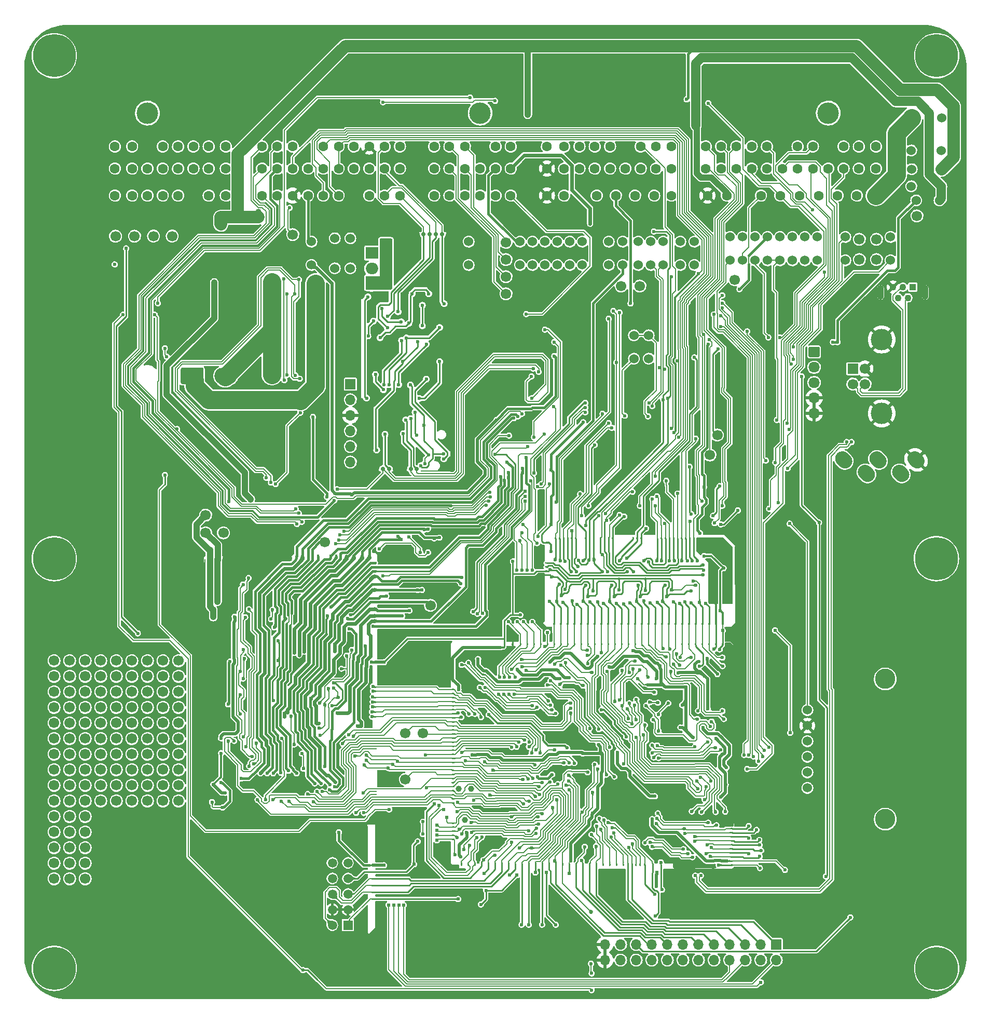
<source format=gbl>
G75*
G70*
%OFA0B0*%
%FSLAX25Y25*%
%IPPOS*%
%LPD*%
%AMOC8*
5,1,8,0,0,1.08239X$1,22.5*
%
%AMM195*
21,1,0.009840,0.009840,-0.000000,-0.000000,270.000000*
21,1,0.000000,0.019680,-0.000000,-0.000000,270.000000*
1,1,0.009840,-0.004920,-0.000000*
1,1,0.009840,-0.004920,-0.000000*
1,1,0.009840,0.004920,-0.000000*
1,1,0.009840,0.004920,-0.000000*
%
%AMM196*
21,1,0.009840,0.009840,-0.000000,-0.000000,180.000000*
21,1,0.000000,0.019680,-0.000000,-0.000000,180.000000*
1,1,0.009840,-0.000000,0.004920*
1,1,0.009840,-0.000000,0.004920*
1,1,0.009840,-0.000000,-0.004920*
1,1,0.009840,-0.000000,-0.004920*
%
%AMM298*
21,1,0.007870,1.133860,-0.000000,-0.000000,0.000000*
21,1,0.000000,1.141730,-0.000000,-0.000000,0.000000*
1,1,0.007870,-0.000000,-0.566930*
1,1,0.007870,-0.000000,-0.566930*
1,1,0.007870,-0.000000,0.566930*
1,1,0.007870,-0.000000,0.566930*
%
%AMM334*
21,1,0.039370,0.007870,-0.000000,-0.000000,315.000000*
1,1,0.007870,-0.013920,0.013920*
1,1,0.007870,0.013920,-0.013920*
%
%AMM341*
21,1,0.007870,0.287010,-0.000000,0.000000,270.000000*
21,1,0.000000,0.294880,-0.000000,0.000000,270.000000*
1,1,0.007870,-0.143500,0.000000*
1,1,0.007870,-0.143500,0.000000*
1,1,0.007870,0.143500,0.000000*
1,1,0.007870,0.143500,0.000000*
%
%AMM342*
21,1,0.007870,0.078350,-0.000000,0.000000,225.000000*
21,1,0.000000,0.086220,-0.000000,0.000000,225.000000*
1,1,0.007870,-0.027700,0.027700*
1,1,0.007870,-0.027700,0.027700*
1,1,0.007870,0.027700,-0.027700*
1,1,0.007870,0.027700,-0.027700*
%
%AMM343*
21,1,0.007870,0.643700,-0.000000,0.000000,0.000000*
21,1,0.000000,0.651580,-0.000000,0.000000,0.000000*
1,1,0.007870,-0.000000,-0.321850*
1,1,0.007870,-0.000000,-0.321850*
1,1,0.007870,-0.000000,0.321850*
1,1,0.007870,-0.000000,0.321850*
%
%AMM345*
21,1,0.009840,0.009840,-0.000000,0.000000,270.000000*
21,1,0.000000,0.019680,-0.000000,0.000000,270.000000*
1,1,0.009840,-0.004920,0.000000*
1,1,0.009840,-0.004920,0.000000*
1,1,0.009840,0.004920,0.000000*
1,1,0.009840,0.004920,0.000000*
%
%AMM346*
21,1,0.007870,0.361020,-0.000000,0.000000,90.000000*
21,1,0.000000,0.368900,-0.000000,0.000000,90.000000*
1,1,0.007870,0.180510,0.000000*
1,1,0.007870,0.180510,0.000000*
1,1,0.007870,-0.180510,0.000000*
1,1,0.007870,-0.180510,0.000000*
%
%AMM347*
21,1,0.007870,0.023620,-0.000000,0.000000,315.000000*
21,1,0.000000,0.031500,-0.000000,0.000000,315.000000*
1,1,0.007870,-0.008350,-0.008350*
1,1,0.007870,-0.008350,-0.008350*
1,1,0.007870,0.008350,0.008350*
1,1,0.007870,0.008350,0.008350*
%
%ADD101C,0.05906*%
%ADD106C,0.00984*%
%ADD119O,0.00787X1.60630*%
%ADD120O,1.00787X0.00787*%
%ADD121O,0.44882X0.04331*%
%ADD122O,0.01575X0.02362*%
%ADD123O,0.02362X0.03150*%
%ADD124O,0.02362X0.01575*%
%ADD125O,0.01575X0.00787*%
%ADD126R,0.38386X0.00984*%
%ADD127R,0.19882X0.00984*%
%ADD157C,0.01968*%
%ADD17C,0.02362*%
%ADD18C,0.06000*%
%ADD20C,0.06693*%
%ADD206C,0.03900*%
%ADD21R,0.06693X0.06693*%
%ADD22O,0.06693X0.06693*%
%ADD285R,0.05906X0.05906*%
%ADD33O,0.03937X0.05906*%
%ADD34O,0.03150X0.02362*%
%ADD35C,0.13780*%
%ADD36C,0.06299*%
%ADD37R,0.04331X0.04331*%
%ADD38C,0.04331*%
%ADD39O,0.04331X0.09449*%
%ADD414M195*%
%ADD415M196*%
%ADD45C,0.13000*%
%ADD46O,0.14567X0.10630*%
%ADD47C,0.27559*%
%ADD525M298*%
%ADD576M334*%
%ADD584M341*%
%ADD585M342*%
%ADD586M343*%
%ADD589M345*%
%ADD59C,0.02756*%
%ADD590M346*%
%ADD591M347*%
%ADD60C,0.11811*%
%ADD63R,0.08858X0.00984*%
%ADD631R,0.07874X0.07500*%
%ADD632O,0.07874X0.07500*%
%ADD65R,0.00984X1.54528*%
%ADD66R,0.12205X0.00984*%
%ADD67R,0.03740X0.00984*%
%ADD86O,0.07283X0.06693*%
%ADD87C,0.02400*%
%ADD88C,0.02700*%
%ADD89C,0.03937*%
%ADD90C,0.00787*%
%ADD91C,0.01575*%
%ADD92C,0.01000*%
%ADD94C,0.02000*%
%ADD96C,0.01181*%
%ADD97C,0.00800*%
%ADD98C,0.07874*%
X0000000Y0000000D02*
%LPD*%
G01*
D17*
X0297120Y0070059D03*
X0303321Y0050748D03*
X0353337Y0050784D03*
X0319955Y0048110D03*
X0324581Y0048110D03*
X0333144Y0048110D03*
X0341904Y0048110D03*
D18*
X0589581Y0522068D03*
X0570290Y0522068D03*
X0461936Y0474568D03*
X0461936Y0489568D03*
X0556936Y0474568D03*
X0556936Y0489568D03*
D20*
X0245285Y0141379D03*
X0245285Y0170915D03*
D21*
X0209936Y0395068D03*
D22*
X0209936Y0385068D03*
X0209936Y0375068D03*
X0209936Y0365068D03*
X0209936Y0355068D03*
X0209936Y0345068D03*
D20*
X0172936Y0491068D03*
X0079567Y0177549D03*
X0079567Y0187549D03*
X0079567Y0197549D03*
X0079567Y0207549D03*
X0079567Y0217549D03*
X0089567Y0177549D03*
X0089567Y0187549D03*
X0089567Y0197549D03*
X0089567Y0207549D03*
X0089567Y0217549D03*
X0099567Y0177549D03*
X0099567Y0187549D03*
X0099567Y0197549D03*
X0099567Y0207549D03*
X0099567Y0217549D03*
D18*
X0485936Y0474568D03*
X0485936Y0489568D03*
D20*
X0309936Y0464068D03*
X0116936Y0311045D03*
X0049567Y0127549D03*
X0049567Y0137549D03*
X0049567Y0147549D03*
X0049567Y0157549D03*
X0049567Y0167549D03*
X0059567Y0127549D03*
X0059567Y0137549D03*
X0059567Y0147549D03*
X0059567Y0157549D03*
X0059567Y0167549D03*
X0069567Y0127549D03*
X0069567Y0137549D03*
X0069567Y0147549D03*
X0069567Y0157549D03*
X0069567Y0167549D03*
D119*
X0116601Y0200223D03*
D120*
X0169356Y0117448D03*
G36*
G01*
X0116885Y0120516D02*
X0119669Y0117732D01*
G75*
G02*
X0119669Y0117175I-000278J-000278D01*
G01*
X0119669Y0117175D01*
G75*
G02*
X0119112Y0117175I-000278J0000278D01*
G01*
X0116328Y0119959D01*
G75*
G02*
X0116328Y0120516I0000278J0000278D01*
G01*
X0116328Y0120516D01*
G75*
G02*
X0116885Y0120516I0000278J-000278D01*
G01*
G37*
D33*
X0119744Y0282846D03*
X0124688Y0282846D03*
D121*
X0150059Y0283339D03*
D122*
X0175453Y0284520D03*
D123*
X0179291Y0284126D03*
D122*
X0182716Y0284520D03*
X0185591Y0284520D03*
X0189113Y0284520D03*
X0197283Y0284520D03*
X0200826Y0284520D03*
X0203622Y0284520D03*
D123*
X0207638Y0284126D03*
X0212264Y0284126D03*
X0217579Y0284126D03*
X0222205Y0284126D03*
D124*
X0225748Y0280464D03*
X0225748Y0277728D03*
X0225748Y0275050D03*
D34*
X0225374Y0271823D03*
D124*
X0225748Y0266684D03*
D34*
X0225374Y0262866D03*
D124*
X0225748Y0257846D03*
X0225748Y0255287D03*
D34*
X0225374Y0250563D03*
X0225374Y0246331D03*
X0225374Y0242886D03*
D124*
X0225748Y0239638D03*
X0225748Y0216606D03*
D125*
X0226161Y0200642D03*
X0226161Y0198043D03*
X0226161Y0193870D03*
X0226161Y0191098D03*
X0226161Y0187948D03*
X0226161Y0184799D03*
X0226161Y0181665D03*
X0226161Y0173024D03*
X0226161Y0171291D03*
X0226161Y0169559D03*
X0226161Y0167827D03*
X0226161Y0166095D03*
X0226161Y0164362D03*
X0226161Y0162630D03*
X0226161Y0160898D03*
X0226161Y0156469D03*
X0226161Y0153870D03*
X0226161Y0151272D03*
X0226161Y0148673D03*
X0226161Y0135268D03*
X0226161Y0133535D03*
X0226161Y0131803D03*
X0226161Y0130071D03*
X0226161Y0128339D03*
X0226161Y0126606D03*
X0226161Y0124874D03*
D18*
X0350936Y0471568D03*
X0350936Y0486568D03*
D20*
X0309936Y0453068D03*
D35*
X0516936Y0569116D03*
X0293314Y0569116D03*
X0079534Y0569116D03*
D36*
X0058668Y0547659D03*
X0069692Y0547659D03*
X0089377Y0547659D03*
X0099219Y0547659D03*
X0109062Y0547659D03*
X0118904Y0547659D03*
X0129928Y0547659D03*
X0153156Y0547659D03*
X0162999Y0547659D03*
X0172841Y0547659D03*
X0192526Y0547659D03*
X0202369Y0547659D03*
X0212211Y0547659D03*
X0222054Y0547659D03*
X0231896Y0547659D03*
X0241739Y0547659D03*
X0263786Y0547659D03*
X0273629Y0547659D03*
X0283471Y0547659D03*
X0303156Y0547659D03*
X0312999Y0547659D03*
X0336227Y0547659D03*
X0347251Y0547659D03*
X0357093Y0547659D03*
X0366936Y0547659D03*
X0376778Y0547659D03*
X0396463Y0547659D03*
X0406306Y0547659D03*
X0416148Y0547659D03*
X0438196Y0547659D03*
X0448038Y0547659D03*
X0457881Y0547659D03*
X0467723Y0547659D03*
X0477566Y0547659D03*
X0497251Y0547659D03*
X0507093Y0547659D03*
X0526778Y0547659D03*
X0536621Y0547659D03*
X0547644Y0547659D03*
X0058668Y0533486D03*
X0069692Y0533486D03*
X0079534Y0533486D03*
X0089377Y0533486D03*
X0099219Y0533486D03*
X0109062Y0533486D03*
X0118904Y0533486D03*
X0129928Y0533486D03*
X0153156Y0533486D03*
X0162999Y0533486D03*
X0172841Y0533486D03*
X0182684Y0533486D03*
X0192526Y0533486D03*
X0202369Y0533486D03*
X0212211Y0533486D03*
X0222054Y0533486D03*
X0231896Y0533486D03*
X0241739Y0533486D03*
X0263786Y0533486D03*
X0273629Y0533486D03*
X0283471Y0533486D03*
X0293314Y0533486D03*
X0303156Y0533486D03*
X0312999Y0533486D03*
X0336227Y0533486D03*
X0347251Y0533486D03*
X0357093Y0533486D03*
X0366936Y0533486D03*
X0376778Y0533486D03*
X0386621Y0533486D03*
X0396463Y0533486D03*
X0406306Y0533486D03*
X0416148Y0533486D03*
X0438196Y0533486D03*
X0448038Y0533486D03*
X0457881Y0533486D03*
X0467723Y0533486D03*
X0477566Y0533486D03*
X0487408Y0533486D03*
X0497251Y0533486D03*
X0507093Y0533486D03*
X0516936Y0533486D03*
X0526778Y0533486D03*
X0536621Y0533486D03*
X0547644Y0533486D03*
X0058668Y0516163D03*
X0069692Y0516163D03*
X0079534Y0516163D03*
X0089377Y0516163D03*
X0099219Y0516163D03*
X0118904Y0516163D03*
X0129928Y0516163D03*
X0153156Y0516163D03*
X0162999Y0516163D03*
X0172841Y0516163D03*
X0182684Y0516163D03*
X0192526Y0516163D03*
X0202369Y0516163D03*
X0222054Y0516163D03*
X0231896Y0516163D03*
X0241739Y0516163D03*
X0263786Y0516163D03*
X0273629Y0516163D03*
X0283471Y0516163D03*
X0293314Y0516163D03*
X0303156Y0516163D03*
X0312999Y0516163D03*
X0336227Y0516163D03*
X0347251Y0516163D03*
X0368156Y0516163D03*
X0380479Y0516163D03*
X0392802Y0516163D03*
X0405125Y0516163D03*
X0416148Y0516163D03*
X0439377Y0516163D03*
X0451700Y0516163D03*
X0473707Y0516163D03*
X0486030Y0516163D03*
X0498353Y0516163D03*
X0510676Y0516163D03*
X0522999Y0516163D03*
X0535322Y0516163D03*
X0547644Y0516163D03*
D20*
X0547936Y0488068D03*
X0395936Y0458068D03*
X0128353Y0299627D03*
D18*
X0527936Y0474568D03*
X0527936Y0489568D03*
X0184936Y0471568D03*
X0184936Y0486568D03*
D37*
X0571266Y0457403D03*
D38*
X0568117Y0450513D03*
X0564967Y0457403D03*
X0561818Y0450513D03*
X0558668Y0457403D03*
D39*
X0579337Y0453958D03*
X0550597Y0453958D03*
D18*
X0493936Y0474568D03*
X0493936Y0489568D03*
X0199936Y0488714D03*
X0199936Y0469423D03*
X0509936Y0474568D03*
X0509936Y0489568D03*
D21*
X0532743Y0404942D03*
D20*
X0532743Y0395100D03*
X0540617Y0395100D03*
X0540617Y0404942D03*
D35*
X0551286Y0376320D03*
X0551286Y0423722D03*
D20*
X0256349Y0170906D03*
D17*
X0327520Y0405113D03*
X0330965Y0403046D03*
X0326339Y0400093D03*
X0326635Y0386117D03*
D45*
X0553550Y0205867D03*
X0553550Y0115867D03*
D18*
X0503550Y0185867D03*
X0503550Y0175867D03*
X0503550Y0165867D03*
X0503550Y0155867D03*
X0503550Y0145867D03*
X0503550Y0135867D03*
X0392133Y0426419D03*
X0392133Y0411419D03*
X0402936Y0486568D03*
X0402936Y0471568D03*
D20*
X0019567Y0177549D03*
X0019567Y0187549D03*
X0019567Y0197549D03*
X0019567Y0207549D03*
X0019567Y0217549D03*
X0029567Y0177549D03*
X0029567Y0187549D03*
X0029567Y0197549D03*
X0029567Y0207549D03*
X0029567Y0217549D03*
X0039567Y0177549D03*
X0039567Y0187549D03*
X0039567Y0197549D03*
X0039567Y0207549D03*
X0039567Y0217549D03*
X0059054Y0490068D03*
D17*
X0406667Y0072652D03*
X0410112Y0070585D03*
X0405486Y0067632D03*
X0405782Y0053656D03*
D20*
X0116936Y0299627D03*
G36*
G01*
X0114574Y0395100D02*
X0101975Y0395100D01*
G75*
G02*
X0100991Y0396084I0000000J0000984D01*
G01*
X0100991Y0404745D01*
G75*
G02*
X0101975Y0405730I0000984J0000000D01*
G01*
X0114574Y0405730D01*
G75*
G02*
X0115558Y0404745I0000000J-000984D01*
G01*
X0115558Y0396084D01*
G75*
G02*
X0114574Y0395100I-000984J0000000D01*
G01*
G37*
D46*
X0129928Y0400415D03*
D20*
X0573936Y0503068D03*
D18*
X0469936Y0474568D03*
X0469936Y0489568D03*
X0209936Y0488714D03*
X0209936Y0469423D03*
D47*
X0019685Y0020079D03*
G36*
G01*
X0220875Y0110676D02*
X0184772Y0110676D01*
G75*
G02*
X0184379Y0111070I0000000J0000394D01*
G01*
X0184379Y0111070D01*
G75*
G02*
X0184772Y0111463I0000394J0000000D01*
G01*
X0220875Y0111463D01*
G75*
G02*
X0221269Y0111070I0000000J-000394D01*
G01*
X0221269Y0111070D01*
G75*
G02*
X0220875Y0110676I-000394J0000000D01*
G01*
G37*
G36*
G01*
X0185021Y0046866D02*
X0190561Y0041326D01*
G75*
G02*
X0190561Y0040769I-000278J-000278D01*
G01*
X0190561Y0040769D01*
G75*
G02*
X0190004Y0040769I-000278J0000278D01*
G01*
X0184464Y0046309D01*
G75*
G02*
X0184464Y0046866I0000278J0000278D01*
G01*
X0184464Y0046866D01*
G75*
G02*
X0185021Y0046866I0000278J-000278D01*
G01*
G37*
G36*
G01*
X0218875Y0041342D02*
X0220545Y0043012D01*
G75*
G02*
X0221102Y0043012I0000278J-000278D01*
G01*
X0221102Y0043012D01*
G75*
G02*
X0221102Y0042455I-000278J-000278D01*
G01*
X0219431Y0040785D01*
G75*
G02*
X0218875Y0040785I-000278J0000278D01*
G01*
X0218875Y0040785D01*
G75*
G02*
X0218875Y0041342I0000278J0000278D01*
G01*
G37*
G36*
G01*
X0184340Y0046613D02*
X0184340Y0110983D01*
G75*
G02*
X0184734Y0111377I0000394J0000000D01*
G01*
X0184734Y0111377D01*
G75*
G02*
X0185128Y0110983I0000000J-000394D01*
G01*
X0185128Y0046613D01*
G75*
G02*
X0184734Y0046220I-000394J0000000D01*
G01*
X0184734Y0046220D01*
G75*
G02*
X0184340Y0046613I0000000J0000394D01*
G01*
G37*
G36*
G01*
X0190400Y0041414D02*
X0219101Y0041414D01*
G75*
G02*
X0219494Y0041021I0000000J-000394D01*
G01*
X0219494Y0041021D01*
G75*
G02*
X0219101Y0040627I-000394J0000000D01*
G01*
X0190400Y0040627D01*
G75*
G02*
X0190006Y0041021I0000000J0000394D01*
G01*
X0190006Y0041021D01*
G75*
G02*
X0190400Y0041414I0000394J0000000D01*
G01*
G37*
G36*
G01*
X0223638Y0086788D02*
X0224622Y0086788D01*
G75*
G02*
X0225114Y0086296I0000000J-000492D01*
G01*
X0225114Y0086296D01*
G75*
G02*
X0224622Y0085804I-000492J0000000D01*
G01*
X0223638Y0085804D01*
G75*
G02*
X0223146Y0086296I0000000J0000492D01*
G01*
X0223146Y0086296D01*
G75*
G02*
X0223638Y0086788I0000492J0000000D01*
G01*
G37*
G36*
G01*
X0223638Y0082458D02*
X0224622Y0082458D01*
G75*
G02*
X0225114Y0081965I0000000J-000492D01*
G01*
X0225114Y0081965D01*
G75*
G02*
X0224622Y0081473I-000492J0000000D01*
G01*
X0223638Y0081473D01*
G75*
G02*
X0223146Y0081965I0000000J0000492D01*
G01*
X0223146Y0081965D01*
G75*
G02*
X0223638Y0082458I0000492J0000000D01*
G01*
G37*
G36*
G01*
X0223638Y0078127D02*
X0224622Y0078127D01*
G75*
G02*
X0225114Y0077635I0000000J-000492D01*
G01*
X0225114Y0077635D01*
G75*
G02*
X0224622Y0077143I-000492J0000000D01*
G01*
X0223638Y0077143D01*
G75*
G02*
X0223146Y0077635I0000000J0000492D01*
G01*
X0223146Y0077635D01*
G75*
G02*
X0223638Y0078127I0000492J0000000D01*
G01*
G37*
G36*
G01*
X0223638Y0073796D02*
X0224622Y0073796D01*
G75*
G02*
X0225114Y0073304I0000000J-000492D01*
G01*
X0225114Y0073304D01*
G75*
G02*
X0224622Y0072812I-000492J0000000D01*
G01*
X0223638Y0072812D01*
G75*
G02*
X0223146Y0073304I0000000J0000492D01*
G01*
X0223146Y0073304D01*
G75*
G02*
X0223638Y0073796I0000492J0000000D01*
G01*
G37*
G36*
G01*
X0223638Y0069465D02*
X0224622Y0069465D01*
G75*
G02*
X0225114Y0068973I0000000J-000492D01*
G01*
X0225114Y0068973D01*
G75*
G02*
X0224622Y0068481I-000492J0000000D01*
G01*
X0223638Y0068481D01*
G75*
G02*
X0223146Y0068973I0000000J0000492D01*
G01*
X0223146Y0068973D01*
G75*
G02*
X0223638Y0069465I0000492J0000000D01*
G01*
G37*
G36*
G01*
X0223638Y0065135D02*
X0224622Y0065135D01*
G75*
G02*
X0225114Y0064643I0000000J-000492D01*
G01*
X0225114Y0064643D01*
G75*
G02*
X0224622Y0064151I-000492J0000000D01*
G01*
X0223638Y0064151D01*
G75*
G02*
X0223146Y0064643I0000000J0000492D01*
G01*
X0223146Y0064643D01*
G75*
G02*
X0223638Y0065135I0000492J0000000D01*
G01*
G37*
D20*
X0309936Y0486068D03*
X0019567Y0077549D03*
X0019567Y0087549D03*
X0019567Y0097549D03*
X0019567Y0107549D03*
X0019567Y0117549D03*
X0029567Y0077549D03*
X0029567Y0087549D03*
X0029567Y0097549D03*
X0029567Y0107549D03*
X0029567Y0117549D03*
X0039567Y0077549D03*
X0039567Y0087549D03*
X0039567Y0097549D03*
X0039567Y0107549D03*
X0039567Y0117549D03*
G36*
G01*
X0335286Y0273039D02*
X0336270Y0273039D01*
G75*
G02*
X0336762Y0272547I0000000J-000492D01*
G01*
X0336762Y0272547D01*
G75*
G02*
X0336270Y0272054I-000492J0000000D01*
G01*
X0335286Y0272054D01*
G75*
G02*
X0334794Y0272547I0000000J0000492D01*
G01*
X0334794Y0272547D01*
G75*
G02*
X0335286Y0273039I0000492J0000000D01*
G01*
G37*
G36*
G01*
X0335286Y0275637D02*
X0336270Y0275637D01*
G75*
G02*
X0336762Y0275145I0000000J-000492D01*
G01*
X0336762Y0275145D01*
G75*
G02*
X0336270Y0274653I-000492J0000000D01*
G01*
X0335286Y0274653D01*
G75*
G02*
X0334794Y0275145I0000000J0000492D01*
G01*
X0334794Y0275145D01*
G75*
G02*
X0335286Y0275637I0000492J0000000D01*
G01*
G37*
G36*
G01*
X0335286Y0278236D02*
X0336270Y0278236D01*
G75*
G02*
X0336762Y0277743I0000000J-000492D01*
G01*
X0336762Y0277743D01*
G75*
G02*
X0336270Y0277251I-000492J0000000D01*
G01*
X0335286Y0277251D01*
G75*
G02*
X0334794Y0277743I0000000J0000492D01*
G01*
X0334794Y0277743D01*
G75*
G02*
X0335286Y0278236I0000492J0000000D01*
G01*
G37*
G36*
G01*
X0335286Y0280834D02*
X0336270Y0280834D01*
G75*
G02*
X0336762Y0280342I0000000J-000492D01*
G01*
X0336762Y0280342D01*
G75*
G02*
X0336270Y0279850I-000492J0000000D01*
G01*
X0335286Y0279850D01*
G75*
G02*
X0334794Y0280342I0000000J0000492D01*
G01*
X0334794Y0280342D01*
G75*
G02*
X0335286Y0280834I0000492J0000000D01*
G01*
G37*
G36*
G01*
X0335286Y0293826D02*
X0336270Y0293826D01*
G75*
G02*
X0336762Y0293334I0000000J-000492D01*
G01*
X0336762Y0293334D01*
G75*
G02*
X0336270Y0292842I-000492J0000000D01*
G01*
X0335286Y0292842D01*
G75*
G02*
X0334794Y0293334I0000000J0000492D01*
G01*
X0334794Y0293334D01*
G75*
G02*
X0335286Y0293826I0000492J0000000D01*
G01*
G37*
G36*
G01*
X0448554Y0240681D02*
X0448554Y0241665D01*
G75*
G02*
X0449046Y0242158I0000492J0000000D01*
G01*
X0449046Y0242158D01*
G75*
G02*
X0449538Y0241665I0000000J-000492D01*
G01*
X0449538Y0240681D01*
G75*
G02*
X0449046Y0240189I-000492J0000000D01*
G01*
X0449046Y0240189D01*
G75*
G02*
X0448554Y0240681I0000000J0000492D01*
G01*
G37*
G36*
G01*
X0445207Y0241665D02*
X0445207Y0240681D01*
G75*
G02*
X0444715Y0240189I-000492J0000000D01*
G01*
X0444715Y0240189D01*
G75*
G02*
X0444223Y0240681I0000000J0000492D01*
G01*
X0444223Y0241665D01*
G75*
G02*
X0444715Y0242158I0000492J0000000D01*
G01*
X0444715Y0242158D01*
G75*
G02*
X0445207Y0241665I0000000J-000492D01*
G01*
G37*
G36*
G01*
X0440877Y0241665D02*
X0440877Y0240681D01*
G75*
G02*
X0440384Y0240189I-000492J0000000D01*
G01*
X0440384Y0240189D01*
G75*
G02*
X0439892Y0240681I0000000J0000492D01*
G01*
X0439892Y0241665D01*
G75*
G02*
X0440384Y0242158I0000492J0000000D01*
G01*
X0440384Y0242158D01*
G75*
G02*
X0440877Y0241665I0000000J-000492D01*
G01*
G37*
G36*
G01*
X0436546Y0241665D02*
X0436546Y0240681D01*
G75*
G02*
X0436054Y0240189I-000492J0000000D01*
G01*
X0436054Y0240189D01*
G75*
G02*
X0435562Y0240681I0000000J0000492D01*
G01*
X0435562Y0241665D01*
G75*
G02*
X0436054Y0242158I0000492J0000000D01*
G01*
X0436054Y0242158D01*
G75*
G02*
X0436546Y0241665I0000000J-000492D01*
G01*
G37*
G36*
G01*
X0432215Y0241665D02*
X0432215Y0240681D01*
G75*
G02*
X0431723Y0240189I-000492J0000000D01*
G01*
X0431723Y0240189D01*
G75*
G02*
X0431231Y0240681I0000000J0000492D01*
G01*
X0431231Y0241665D01*
G75*
G02*
X0431723Y0242158I0000492J0000000D01*
G01*
X0431723Y0242158D01*
G75*
G02*
X0432215Y0241665I0000000J-000492D01*
G01*
G37*
G36*
G01*
X0427884Y0241665D02*
X0427884Y0240681D01*
G75*
G02*
X0427392Y0240189I-000492J0000000D01*
G01*
X0427392Y0240189D01*
G75*
G02*
X0426900Y0240681I0000000J0000492D01*
G01*
X0426900Y0241665D01*
G75*
G02*
X0427392Y0242158I0000492J0000000D01*
G01*
X0427392Y0242158D01*
G75*
G02*
X0427884Y0241665I0000000J-000492D01*
G01*
G37*
G36*
G01*
X0423554Y0241665D02*
X0423554Y0240681D01*
G75*
G02*
X0423062Y0240189I-000492J0000000D01*
G01*
X0423062Y0240189D01*
G75*
G02*
X0422569Y0240681I0000000J0000492D01*
G01*
X0422569Y0241665D01*
G75*
G02*
X0423062Y0242158I0000492J0000000D01*
G01*
X0423062Y0242158D01*
G75*
G02*
X0423554Y0241665I0000000J-000492D01*
G01*
G37*
G36*
G01*
X0419223Y0241665D02*
X0419223Y0240681D01*
G75*
G02*
X0418731Y0240189I-000492J0000000D01*
G01*
X0418731Y0240189D01*
G75*
G02*
X0418239Y0240681I0000000J0000492D01*
G01*
X0418239Y0241665D01*
G75*
G02*
X0418731Y0242158I0000492J0000000D01*
G01*
X0418731Y0242158D01*
G75*
G02*
X0419223Y0241665I0000000J-000492D01*
G01*
G37*
G36*
G01*
X0414892Y0241665D02*
X0414892Y0240681D01*
G75*
G02*
X0414400Y0240189I-000492J0000000D01*
G01*
X0414400Y0240189D01*
G75*
G02*
X0413908Y0240681I0000000J0000492D01*
G01*
X0413908Y0241665D01*
G75*
G02*
X0414400Y0242158I0000492J0000000D01*
G01*
X0414400Y0242158D01*
G75*
G02*
X0414892Y0241665I0000000J-000492D01*
G01*
G37*
G36*
G01*
X0410562Y0241665D02*
X0410562Y0240681D01*
G75*
G02*
X0410069Y0240189I-000492J0000000D01*
G01*
X0410069Y0240189D01*
G75*
G02*
X0409577Y0240681I0000000J0000492D01*
G01*
X0409577Y0241665D01*
G75*
G02*
X0410069Y0242158I0000492J0000000D01*
G01*
X0410069Y0242158D01*
G75*
G02*
X0410562Y0241665I0000000J-000492D01*
G01*
G37*
G36*
G01*
X0406231Y0241665D02*
X0406231Y0240681D01*
G75*
G02*
X0405739Y0240189I-000492J0000000D01*
G01*
X0405739Y0240189D01*
G75*
G02*
X0405247Y0240681I0000000J0000492D01*
G01*
X0405247Y0241665D01*
G75*
G02*
X0405739Y0242158I0000492J0000000D01*
G01*
X0405739Y0242158D01*
G75*
G02*
X0406231Y0241665I0000000J-000492D01*
G01*
G37*
G36*
G01*
X0401900Y0241665D02*
X0401900Y0240681D01*
G75*
G02*
X0401408Y0240189I-000492J0000000D01*
G01*
X0401408Y0240189D01*
G75*
G02*
X0400916Y0240681I0000000J0000492D01*
G01*
X0400916Y0241665D01*
G75*
G02*
X0401408Y0242158I0000492J0000000D01*
G01*
X0401408Y0242158D01*
G75*
G02*
X0401900Y0241665I0000000J-000492D01*
G01*
G37*
G36*
G01*
X0397570Y0241665D02*
X0397570Y0240681D01*
G75*
G02*
X0397077Y0240189I-000492J0000000D01*
G01*
X0397077Y0240189D01*
G75*
G02*
X0396585Y0240681I0000000J0000492D01*
G01*
X0396585Y0241665D01*
G75*
G02*
X0397077Y0242158I0000492J0000000D01*
G01*
X0397077Y0242158D01*
G75*
G02*
X0397570Y0241665I0000000J-000492D01*
G01*
G37*
G36*
G01*
X0393239Y0241665D02*
X0393239Y0240681D01*
G75*
G02*
X0392747Y0240189I-000492J0000000D01*
G01*
X0392747Y0240189D01*
G75*
G02*
X0392255Y0240681I0000000J0000492D01*
G01*
X0392255Y0241665D01*
G75*
G02*
X0392747Y0242158I0000492J0000000D01*
G01*
X0392747Y0242158D01*
G75*
G02*
X0393239Y0241665I0000000J-000492D01*
G01*
G37*
G36*
G01*
X0388908Y0241665D02*
X0388908Y0240681D01*
G75*
G02*
X0388416Y0240189I-000492J0000000D01*
G01*
X0388416Y0240189D01*
G75*
G02*
X0387924Y0240681I0000000J0000492D01*
G01*
X0387924Y0241665D01*
G75*
G02*
X0388416Y0242158I0000492J0000000D01*
G01*
X0388416Y0242158D01*
G75*
G02*
X0388908Y0241665I0000000J-000492D01*
G01*
G37*
G36*
G01*
X0384577Y0241665D02*
X0384577Y0240681D01*
G75*
G02*
X0384085Y0240189I-000492J0000000D01*
G01*
X0384085Y0240189D01*
G75*
G02*
X0383593Y0240681I0000000J0000492D01*
G01*
X0383593Y0241665D01*
G75*
G02*
X0384085Y0242158I0000492J0000000D01*
G01*
X0384085Y0242158D01*
G75*
G02*
X0384577Y0241665I0000000J-000492D01*
G01*
G37*
G36*
G01*
X0380247Y0241665D02*
X0380247Y0240681D01*
G75*
G02*
X0379755Y0240189I-000492J0000000D01*
G01*
X0379755Y0240189D01*
G75*
G02*
X0379262Y0240681I0000000J0000492D01*
G01*
X0379262Y0241665D01*
G75*
G02*
X0379755Y0242158I0000492J0000000D01*
G01*
X0379755Y0242158D01*
G75*
G02*
X0380247Y0241665I0000000J-000492D01*
G01*
G37*
G36*
G01*
X0375916Y0241665D02*
X0375916Y0240681D01*
G75*
G02*
X0375424Y0240189I-000492J0000000D01*
G01*
X0375424Y0240189D01*
G75*
G02*
X0374932Y0240681I0000000J0000492D01*
G01*
X0374932Y0241665D01*
G75*
G02*
X0375424Y0242158I0000492J0000000D01*
G01*
X0375424Y0242158D01*
G75*
G02*
X0375916Y0241665I0000000J-000492D01*
G01*
G37*
G36*
G01*
X0371585Y0241665D02*
X0371585Y0240681D01*
G75*
G02*
X0371093Y0240189I-000492J0000000D01*
G01*
X0371093Y0240189D01*
G75*
G02*
X0370601Y0240681I0000000J0000492D01*
G01*
X0370601Y0241665D01*
G75*
G02*
X0371093Y0242158I0000492J0000000D01*
G01*
X0371093Y0242158D01*
G75*
G02*
X0371585Y0241665I0000000J-000492D01*
G01*
G37*
G36*
G01*
X0367255Y0241665D02*
X0367255Y0240681D01*
G75*
G02*
X0366762Y0240189I-000492J0000000D01*
G01*
X0366762Y0240189D01*
G75*
G02*
X0366270Y0240681I0000000J0000492D01*
G01*
X0366270Y0241665D01*
G75*
G02*
X0366762Y0242158I0000492J0000000D01*
G01*
X0366762Y0242158D01*
G75*
G02*
X0367255Y0241665I0000000J-000492D01*
G01*
G37*
G36*
G01*
X0362924Y0241665D02*
X0362924Y0240681D01*
G75*
G02*
X0362432Y0240189I-000492J0000000D01*
G01*
X0362432Y0240189D01*
G75*
G02*
X0361940Y0240681I0000000J0000492D01*
G01*
X0361940Y0241665D01*
G75*
G02*
X0362432Y0242158I0000492J0000000D01*
G01*
X0362432Y0242158D01*
G75*
G02*
X0362924Y0241665I0000000J-000492D01*
G01*
G37*
G36*
G01*
X0358593Y0241665D02*
X0358593Y0240681D01*
G75*
G02*
X0358101Y0240189I-000492J0000000D01*
G01*
X0358101Y0240189D01*
G75*
G02*
X0357609Y0240681I0000000J0000492D01*
G01*
X0357609Y0241665D01*
G75*
G02*
X0358101Y0242158I0000492J0000000D01*
G01*
X0358101Y0242158D01*
G75*
G02*
X0358593Y0241665I0000000J-000492D01*
G01*
G37*
G36*
G01*
X0354263Y0241665D02*
X0354263Y0240681D01*
G75*
G02*
X0353770Y0240189I-000492J0000000D01*
G01*
X0353770Y0240189D01*
G75*
G02*
X0353278Y0240681I0000000J0000492D01*
G01*
X0353278Y0241665D01*
G75*
G02*
X0353770Y0242158I0000492J0000000D01*
G01*
X0353770Y0242158D01*
G75*
G02*
X0354263Y0241665I0000000J-000492D01*
G01*
G37*
G36*
G01*
X0349932Y0241665D02*
X0349932Y0240681D01*
G75*
G02*
X0349440Y0240189I-000492J0000000D01*
G01*
X0349440Y0240189D01*
G75*
G02*
X0348948Y0240681I0000000J0000492D01*
G01*
X0348948Y0241665D01*
G75*
G02*
X0349440Y0242158I0000492J0000000D01*
G01*
X0349440Y0242158D01*
G75*
G02*
X0349932Y0241665I0000000J-000492D01*
G01*
G37*
G36*
G01*
X0345601Y0241665D02*
X0345601Y0240681D01*
G75*
G02*
X0345109Y0240189I-000492J0000000D01*
G01*
X0345109Y0240189D01*
G75*
G02*
X0344617Y0240681I0000000J0000492D01*
G01*
X0344617Y0241665D01*
G75*
G02*
X0345109Y0242158I0000492J0000000D01*
G01*
X0345109Y0242158D01*
G75*
G02*
X0345601Y0241665I0000000J-000492D01*
G01*
G37*
G36*
G01*
X0341270Y0241665D02*
X0341270Y0240681D01*
G75*
G02*
X0340778Y0240189I-000492J0000000D01*
G01*
X0340778Y0240189D01*
G75*
G02*
X0340286Y0240681I0000000J0000492D01*
G01*
X0340286Y0241665D01*
G75*
G02*
X0340778Y0242158I0000492J0000000D01*
G01*
X0340778Y0242158D01*
G75*
G02*
X0341270Y0241665I0000000J-000492D01*
G01*
G37*
G36*
G01*
X0342258Y0296634D02*
X0342258Y0295650D01*
G75*
G02*
X0341766Y0295158I-000492J0000000D01*
G01*
X0341766Y0295158D01*
G75*
G02*
X0341274Y0295650I0000000J0000492D01*
G01*
X0341274Y0296634D01*
G75*
G02*
X0341766Y0297126I0000492J0000000D01*
G01*
X0341766Y0297126D01*
G75*
G02*
X0342258Y0296634I0000000J-000492D01*
G01*
G37*
G36*
G01*
X0344857Y0296634D02*
X0344857Y0295650D01*
G75*
G02*
X0344365Y0295158I-000492J0000000D01*
G01*
X0344365Y0295158D01*
G75*
G02*
X0343873Y0295650I0000000J0000492D01*
G01*
X0343873Y0296634D01*
G75*
G02*
X0344365Y0297126I0000492J0000000D01*
G01*
X0344365Y0297126D01*
G75*
G02*
X0344857Y0296634I0000000J-000492D01*
G01*
G37*
G36*
G01*
X0347455Y0296634D02*
X0347455Y0295650D01*
G75*
G02*
X0346963Y0295158I-000492J0000000D01*
G01*
X0346963Y0295158D01*
G75*
G02*
X0346471Y0295650I0000000J0000492D01*
G01*
X0346471Y0296634D01*
G75*
G02*
X0346963Y0297126I0000492J0000000D01*
G01*
X0346963Y0297126D01*
G75*
G02*
X0347455Y0296634I0000000J-000492D01*
G01*
G37*
G36*
G01*
X0350054Y0296634D02*
X0350054Y0295650D01*
G75*
G02*
X0349562Y0295158I-000492J0000000D01*
G01*
X0349562Y0295158D01*
G75*
G02*
X0349069Y0295650I0000000J0000492D01*
G01*
X0349069Y0296634D01*
G75*
G02*
X0349562Y0297126I0000492J0000000D01*
G01*
X0349562Y0297126D01*
G75*
G02*
X0350054Y0296634I0000000J-000492D01*
G01*
G37*
G36*
G01*
X0352652Y0296634D02*
X0352652Y0295650D01*
G75*
G02*
X0352160Y0295158I-000492J0000000D01*
G01*
X0352160Y0295158D01*
G75*
G02*
X0351668Y0295650I0000000J0000492D01*
G01*
X0351668Y0296634D01*
G75*
G02*
X0352160Y0297126I0000492J0000000D01*
G01*
X0352160Y0297126D01*
G75*
G02*
X0352652Y0296634I0000000J-000492D01*
G01*
G37*
G36*
G01*
X0355251Y0296634D02*
X0355251Y0295650D01*
G75*
G02*
X0354758Y0295158I-000492J0000000D01*
G01*
X0354758Y0295158D01*
G75*
G02*
X0354266Y0295650I0000000J0000492D01*
G01*
X0354266Y0296634D01*
G75*
G02*
X0354758Y0297126I0000492J0000000D01*
G01*
X0354758Y0297126D01*
G75*
G02*
X0355251Y0296634I0000000J-000492D01*
G01*
G37*
G36*
G01*
X0361554Y0296634D02*
X0361554Y0295650D01*
G75*
G02*
X0361062Y0295158I-000492J0000000D01*
G01*
X0361062Y0295158D01*
G75*
G02*
X0360569Y0295650I0000000J0000492D01*
G01*
X0360569Y0296634D01*
G75*
G02*
X0361062Y0297126I0000492J0000000D01*
G01*
X0361062Y0297126D01*
G75*
G02*
X0361554Y0296634I0000000J-000492D01*
G01*
G37*
G36*
G01*
X0364152Y0296634D02*
X0364152Y0295650D01*
G75*
G02*
X0363660Y0295158I-000492J0000000D01*
G01*
X0363660Y0295158D01*
G75*
G02*
X0363168Y0295650I0000000J0000492D01*
G01*
X0363168Y0296634D01*
G75*
G02*
X0363660Y0297126I0000492J0000000D01*
G01*
X0363660Y0297126D01*
G75*
G02*
X0364152Y0296634I0000000J-000492D01*
G01*
G37*
G36*
G01*
X0366751Y0296634D02*
X0366751Y0295650D01*
G75*
G02*
X0366258Y0295158I-000492J0000000D01*
G01*
X0366258Y0295158D01*
G75*
G02*
X0365766Y0295650I0000000J0000492D01*
G01*
X0365766Y0296634D01*
G75*
G02*
X0366258Y0297126I0000492J0000000D01*
G01*
X0366258Y0297126D01*
G75*
G02*
X0366751Y0296634I0000000J-000492D01*
G01*
G37*
G36*
G01*
X0371164Y0296634D02*
X0371164Y0295650D01*
G75*
G02*
X0370671Y0295158I-000492J0000000D01*
G01*
X0370671Y0295158D01*
G75*
G02*
X0370179Y0295650I0000000J0000492D01*
G01*
X0370179Y0296634D01*
G75*
G02*
X0370671Y0297126I0000492J0000000D01*
G01*
X0370671Y0297126D01*
G75*
G02*
X0371164Y0296634I0000000J-000492D01*
G01*
G37*
G36*
G01*
X0373762Y0296634D02*
X0373762Y0295650D01*
G75*
G02*
X0373270Y0295158I-000492J0000000D01*
G01*
X0373270Y0295158D01*
G75*
G02*
X0372778Y0295650I0000000J0000492D01*
G01*
X0372778Y0296634D01*
G75*
G02*
X0373270Y0297126I0000492J0000000D01*
G01*
X0373270Y0297126D01*
G75*
G02*
X0373762Y0296634I0000000J-000492D01*
G01*
G37*
G36*
G01*
X0376360Y0296634D02*
X0376360Y0295650D01*
G75*
G02*
X0375868Y0295158I-000492J0000000D01*
G01*
X0375868Y0295158D01*
G75*
G02*
X0375376Y0295650I0000000J0000492D01*
G01*
X0375376Y0296634D01*
G75*
G02*
X0375868Y0297126I0000492J0000000D01*
G01*
X0375868Y0297126D01*
G75*
G02*
X0376360Y0296634I0000000J-000492D01*
G01*
G37*
G36*
G01*
X0378959Y0296634D02*
X0378959Y0295650D01*
G75*
G02*
X0378467Y0295158I-000492J0000000D01*
G01*
X0378467Y0295158D01*
G75*
G02*
X0377975Y0295650I0000000J0000492D01*
G01*
X0377975Y0296634D01*
G75*
G02*
X0378467Y0297126I0000492J0000000D01*
G01*
X0378467Y0297126D01*
G75*
G02*
X0378959Y0296634I0000000J-000492D01*
G01*
G37*
G36*
G01*
X0392054Y0296634D02*
X0392054Y0295650D01*
G75*
G02*
X0391562Y0295158I-000492J0000000D01*
G01*
X0391562Y0295158D01*
G75*
G02*
X0391069Y0295650I0000000J0000492D01*
G01*
X0391069Y0296634D01*
G75*
G02*
X0391562Y0297126I0000492J0000000D01*
G01*
X0391562Y0297126D01*
G75*
G02*
X0392054Y0296634I0000000J-000492D01*
G01*
G37*
G36*
G01*
X0394652Y0296634D02*
X0394652Y0295650D01*
G75*
G02*
X0394160Y0295158I-000492J0000000D01*
G01*
X0394160Y0295158D01*
G75*
G02*
X0393668Y0295650I0000000J0000492D01*
G01*
X0393668Y0296634D01*
G75*
G02*
X0394160Y0297126I0000492J0000000D01*
G01*
X0394160Y0297126D01*
G75*
G02*
X0394652Y0296634I0000000J-000492D01*
G01*
G37*
G36*
G01*
X0397251Y0296634D02*
X0397251Y0295650D01*
G75*
G02*
X0396758Y0295158I-000492J0000000D01*
G01*
X0396758Y0295158D01*
G75*
G02*
X0396266Y0295650I0000000J0000492D01*
G01*
X0396266Y0296634D01*
G75*
G02*
X0396758Y0297126I0000492J0000000D01*
G01*
X0396758Y0297126D01*
G75*
G02*
X0397251Y0296634I0000000J-000492D01*
G01*
G37*
G36*
G01*
X0407668Y0296634D02*
X0407668Y0295650D01*
G75*
G02*
X0407176Y0295158I-000492J0000000D01*
G01*
X0407176Y0295158D01*
G75*
G02*
X0406684Y0295650I0000000J0000492D01*
G01*
X0406684Y0296634D01*
G75*
G02*
X0407176Y0297126I0000492J0000000D01*
G01*
X0407176Y0297126D01*
G75*
G02*
X0407668Y0296634I0000000J-000492D01*
G01*
G37*
G36*
G01*
X0410266Y0296634D02*
X0410266Y0295650D01*
G75*
G02*
X0409774Y0295158I-000492J0000000D01*
G01*
X0409774Y0295158D01*
G75*
G02*
X0409282Y0295650I0000000J0000492D01*
G01*
X0409282Y0296634D01*
G75*
G02*
X0409774Y0297126I0000492J0000000D01*
G01*
X0409774Y0297126D01*
G75*
G02*
X0410266Y0296634I0000000J-000492D01*
G01*
G37*
G36*
G01*
X0412865Y0296634D02*
X0412865Y0295650D01*
G75*
G02*
X0412373Y0295158I-000492J0000000D01*
G01*
X0412373Y0295158D01*
G75*
G02*
X0411880Y0295650I0000000J0000492D01*
G01*
X0411880Y0296634D01*
G75*
G02*
X0412373Y0297126I0000492J0000000D01*
G01*
X0412373Y0297126D01*
G75*
G02*
X0412865Y0296634I0000000J-000492D01*
G01*
G37*
G36*
G01*
X0415463Y0296634D02*
X0415463Y0295650D01*
G75*
G02*
X0414971Y0295158I-000492J0000000D01*
G01*
X0414971Y0295158D01*
G75*
G02*
X0414479Y0295650I0000000J0000492D01*
G01*
X0414479Y0296634D01*
G75*
G02*
X0414971Y0297126I0000492J0000000D01*
G01*
X0414971Y0297126D01*
G75*
G02*
X0415463Y0296634I0000000J-000492D01*
G01*
G37*
G36*
G01*
X0418062Y0296634D02*
X0418062Y0295650D01*
G75*
G02*
X0417569Y0295158I-000492J0000000D01*
G01*
X0417569Y0295158D01*
G75*
G02*
X0417077Y0295650I0000000J0000492D01*
G01*
X0417077Y0296634D01*
G75*
G02*
X0417569Y0297126I0000492J0000000D01*
G01*
X0417569Y0297126D01*
G75*
G02*
X0418062Y0296634I0000000J-000492D01*
G01*
G37*
G36*
G01*
X0420660Y0296634D02*
X0420660Y0295650D01*
G75*
G02*
X0420168Y0295158I-000492J0000000D01*
G01*
X0420168Y0295158D01*
G75*
G02*
X0419676Y0295650I0000000J0000492D01*
G01*
X0419676Y0296634D01*
G75*
G02*
X0420168Y0297126I0000492J0000000D01*
G01*
X0420168Y0297126D01*
G75*
G02*
X0420660Y0296634I0000000J-000492D01*
G01*
G37*
G36*
G01*
X0423258Y0296634D02*
X0423258Y0295650D01*
G75*
G02*
X0422766Y0295158I-000492J0000000D01*
G01*
X0422766Y0295158D01*
G75*
G02*
X0422274Y0295650I0000000J0000492D01*
G01*
X0422274Y0296634D01*
G75*
G02*
X0422766Y0297126I0000492J0000000D01*
G01*
X0422766Y0297126D01*
G75*
G02*
X0423258Y0296634I0000000J-000492D01*
G01*
G37*
G36*
G01*
X0425857Y0296634D02*
X0425857Y0295650D01*
G75*
G02*
X0425365Y0295158I-000492J0000000D01*
G01*
X0425365Y0295158D01*
G75*
G02*
X0424873Y0295650I0000000J0000492D01*
G01*
X0424873Y0296634D01*
G75*
G02*
X0425365Y0297126I0000492J0000000D01*
G01*
X0425365Y0297126D01*
G75*
G02*
X0425857Y0296634I0000000J-000492D01*
G01*
G37*
G36*
G01*
X0428455Y0296634D02*
X0428455Y0295650D01*
G75*
G02*
X0427963Y0295158I-000492J0000000D01*
G01*
X0427963Y0295158D01*
G75*
G02*
X0427471Y0295650I0000000J0000492D01*
G01*
X0427471Y0296634D01*
G75*
G02*
X0427963Y0297126I0000492J0000000D01*
G01*
X0427963Y0297126D01*
G75*
G02*
X0428455Y0296634I0000000J-000492D01*
G01*
G37*
G36*
G01*
X0431054Y0296634D02*
X0431054Y0295650D01*
G75*
G02*
X0430562Y0295158I-000492J0000000D01*
G01*
X0430562Y0295158D01*
G75*
G02*
X0430069Y0295650I0000000J0000492D01*
G01*
X0430069Y0296634D01*
G75*
G02*
X0430562Y0297126I0000492J0000000D01*
G01*
X0430562Y0297126D01*
G75*
G02*
X0431054Y0296634I0000000J-000492D01*
G01*
G37*
D18*
X0394936Y0471568D03*
X0394936Y0486568D03*
G36*
G01*
X0275360Y0103401D02*
X0276345Y0103401D01*
G75*
G02*
X0276837Y0102909I0000000J-000492D01*
G01*
X0276837Y0102909D01*
G75*
G02*
X0276345Y0102417I-000492J0000000D01*
G01*
X0275360Y0102417D01*
G75*
G02*
X0274868Y0102909I0000000J0000492D01*
G01*
X0274868Y0102909D01*
G75*
G02*
X0275360Y0103401I0000492J0000000D01*
G01*
G37*
G36*
G01*
X0276345Y0105015D02*
X0275360Y0105015D01*
G75*
G02*
X0274868Y0105507I0000000J0000492D01*
G01*
X0274868Y0105507D01*
G75*
G02*
X0275360Y0105999I0000492J0000000D01*
G01*
X0276345Y0105999D01*
G75*
G02*
X0276837Y0105507I0000000J-000492D01*
G01*
X0276837Y0105507D01*
G75*
G02*
X0276345Y0105015I-000492J0000000D01*
G01*
G37*
G36*
G01*
X0276345Y0107614D02*
X0275360Y0107614D01*
G75*
G02*
X0274868Y0108106I0000000J0000492D01*
G01*
X0274868Y0108106D01*
G75*
G02*
X0275360Y0108598I0000492J0000000D01*
G01*
X0276345Y0108598D01*
G75*
G02*
X0276837Y0108106I0000000J-000492D01*
G01*
X0276837Y0108106D01*
G75*
G02*
X0276345Y0107614I-000492J0000000D01*
G01*
G37*
G36*
G01*
X0276345Y0110212D02*
X0275360Y0110212D01*
G75*
G02*
X0274868Y0110704I0000000J0000492D01*
G01*
X0274868Y0110704D01*
G75*
G02*
X0275360Y0111196I0000492J0000000D01*
G01*
X0276345Y0111196D01*
G75*
G02*
X0276837Y0110704I0000000J-000492D01*
G01*
X0276837Y0110704D01*
G75*
G02*
X0276345Y0110212I-000492J0000000D01*
G01*
G37*
G36*
G01*
X0276345Y0112810D02*
X0275360Y0112810D01*
G75*
G02*
X0274868Y0113303I0000000J0000492D01*
G01*
X0274868Y0113303D01*
G75*
G02*
X0275360Y0113795I0000492J0000000D01*
G01*
X0276345Y0113795D01*
G75*
G02*
X0276837Y0113303I0000000J-000492D01*
G01*
X0276837Y0113303D01*
G75*
G02*
X0276345Y0112810I-000492J0000000D01*
G01*
G37*
G36*
G01*
X0276345Y0125803D02*
X0275360Y0125803D01*
G75*
G02*
X0274868Y0126295I0000000J0000492D01*
G01*
X0274868Y0126295D01*
G75*
G02*
X0275360Y0126787I0000492J0000000D01*
G01*
X0276345Y0126787D01*
G75*
G02*
X0276837Y0126295I0000000J-000492D01*
G01*
X0276837Y0126295D01*
G75*
G02*
X0276345Y0125803I-000492J0000000D01*
G01*
G37*
G36*
G01*
X0276345Y0128401D02*
X0275360Y0128401D01*
G75*
G02*
X0274868Y0128893I0000000J0000492D01*
G01*
X0274868Y0128893D01*
G75*
G02*
X0275360Y0129385I0000492J0000000D01*
G01*
X0276345Y0129385D01*
G75*
G02*
X0276837Y0128893I0000000J-000492D01*
G01*
X0276837Y0128893D01*
G75*
G02*
X0276345Y0128401I-000492J0000000D01*
G01*
G37*
G36*
G01*
X0276345Y0130999D02*
X0275360Y0130999D01*
G75*
G02*
X0274868Y0131492I0000000J0000492D01*
G01*
X0274868Y0131492D01*
G75*
G02*
X0275360Y0131984I0000492J0000000D01*
G01*
X0276345Y0131984D01*
G75*
G02*
X0276837Y0131492I0000000J-000492D01*
G01*
X0276837Y0131492D01*
G75*
G02*
X0276345Y0130999I-000492J0000000D01*
G01*
G37*
G36*
G01*
X0276345Y0133598D02*
X0275360Y0133598D01*
G75*
G02*
X0274868Y0134090I0000000J0000492D01*
G01*
X0274868Y0134090D01*
G75*
G02*
X0275360Y0134582I0000492J0000000D01*
G01*
X0276345Y0134582D01*
G75*
G02*
X0276837Y0134090I0000000J-000492D01*
G01*
X0276837Y0134090D01*
G75*
G02*
X0276345Y0133598I-000492J0000000D01*
G01*
G37*
G36*
G01*
X0276345Y0136196D02*
X0275360Y0136196D01*
G75*
G02*
X0274868Y0136688I0000000J0000492D01*
G01*
X0274868Y0136688D01*
G75*
G02*
X0275360Y0137181I0000492J0000000D01*
G01*
X0276345Y0137181D01*
G75*
G02*
X0276837Y0136688I0000000J-000492D01*
G01*
X0276837Y0136688D01*
G75*
G02*
X0276345Y0136196I-000492J0000000D01*
G01*
G37*
G36*
G01*
X0276345Y0138795D02*
X0275360Y0138795D01*
G75*
G02*
X0274868Y0139287I0000000J0000492D01*
G01*
X0274868Y0139287D01*
G75*
G02*
X0275360Y0139779I0000492J0000000D01*
G01*
X0276345Y0139779D01*
G75*
G02*
X0276837Y0139287I0000000J-000492D01*
G01*
X0276837Y0139287D01*
G75*
G02*
X0276345Y0138795I-000492J0000000D01*
G01*
G37*
G36*
G01*
X0276345Y0141393D02*
X0275360Y0141393D01*
G75*
G02*
X0274868Y0141885I0000000J0000492D01*
G01*
X0274868Y0141885D01*
G75*
G02*
X0275360Y0142377I0000492J0000000D01*
G01*
X0276345Y0142377D01*
G75*
G02*
X0276837Y0141885I0000000J-000492D01*
G01*
X0276837Y0141885D01*
G75*
G02*
X0276345Y0141393I-000492J0000000D01*
G01*
G37*
G36*
G01*
X0276345Y0143992D02*
X0275360Y0143992D01*
G75*
G02*
X0274868Y0144484I0000000J0000492D01*
G01*
X0274868Y0144484D01*
G75*
G02*
X0275360Y0144976I0000492J0000000D01*
G01*
X0276345Y0144976D01*
G75*
G02*
X0276837Y0144484I0000000J-000492D01*
G01*
X0276837Y0144484D01*
G75*
G02*
X0276345Y0143992I-000492J0000000D01*
G01*
G37*
G36*
G01*
X0276345Y0146590D02*
X0275360Y0146590D01*
G75*
G02*
X0274868Y0147082I0000000J0000492D01*
G01*
X0274868Y0147082D01*
G75*
G02*
X0275360Y0147574I0000492J0000000D01*
G01*
X0276345Y0147574D01*
G75*
G02*
X0276837Y0147082I0000000J-000492D01*
G01*
X0276837Y0147082D01*
G75*
G02*
X0276345Y0146590I-000492J0000000D01*
G01*
G37*
G36*
G01*
X0276345Y0149188D02*
X0275360Y0149188D01*
G75*
G02*
X0274868Y0149680I0000000J0000492D01*
G01*
X0274868Y0149680D01*
G75*
G02*
X0275360Y0150173I0000492J0000000D01*
G01*
X0276345Y0150173D01*
G75*
G02*
X0276837Y0149680I0000000J-000492D01*
G01*
X0276837Y0149680D01*
G75*
G02*
X0276345Y0149188I-000492J0000000D01*
G01*
G37*
G36*
G01*
X0276345Y0151787D02*
X0275360Y0151787D01*
G75*
G02*
X0274868Y0152279I0000000J0000492D01*
G01*
X0274868Y0152279D01*
G75*
G02*
X0275360Y0152771I0000492J0000000D01*
G01*
X0276345Y0152771D01*
G75*
G02*
X0276837Y0152279I0000000J-000492D01*
G01*
X0276837Y0152279D01*
G75*
G02*
X0276345Y0151787I-000492J0000000D01*
G01*
G37*
G36*
G01*
X0276345Y0154385D02*
X0275360Y0154385D01*
G75*
G02*
X0274868Y0154877I0000000J0000492D01*
G01*
X0274868Y0154877D01*
G75*
G02*
X0275360Y0155369I0000492J0000000D01*
G01*
X0276345Y0155369D01*
G75*
G02*
X0276837Y0154877I0000000J-000492D01*
G01*
X0276837Y0154877D01*
G75*
G02*
X0276345Y0154385I-000492J0000000D01*
G01*
G37*
G36*
G01*
X0276345Y0156984D02*
X0275360Y0156984D01*
G75*
G02*
X0274868Y0157476I0000000J0000492D01*
G01*
X0274868Y0157476D01*
G75*
G02*
X0275360Y0157968I0000492J0000000D01*
G01*
X0276345Y0157968D01*
G75*
G02*
X0276837Y0157476I0000000J-000492D01*
G01*
X0276837Y0157476D01*
G75*
G02*
X0276345Y0156984I-000492J0000000D01*
G01*
G37*
G36*
G01*
X0276345Y0159582D02*
X0275360Y0159582D01*
G75*
G02*
X0274868Y0160074I0000000J0000492D01*
G01*
X0274868Y0160074D01*
G75*
G02*
X0275360Y0160566I0000492J0000000D01*
G01*
X0276345Y0160566D01*
G75*
G02*
X0276837Y0160074I0000000J-000492D01*
G01*
X0276837Y0160074D01*
G75*
G02*
X0276345Y0159582I-000492J0000000D01*
G01*
G37*
G36*
G01*
X0276345Y0162181D02*
X0275360Y0162181D01*
G75*
G02*
X0274868Y0162673I0000000J0000492D01*
G01*
X0274868Y0162673D01*
G75*
G02*
X0275360Y0163165I0000492J0000000D01*
G01*
X0276345Y0163165D01*
G75*
G02*
X0276837Y0162673I0000000J-000492D01*
G01*
X0276837Y0162673D01*
G75*
G02*
X0276345Y0162181I-000492J0000000D01*
G01*
G37*
G36*
G01*
X0276345Y0164779D02*
X0275360Y0164779D01*
G75*
G02*
X0274868Y0165271I0000000J0000492D01*
G01*
X0274868Y0165271D01*
G75*
G02*
X0275360Y0165763I0000492J0000000D01*
G01*
X0276345Y0165763D01*
G75*
G02*
X0276837Y0165271I0000000J-000492D01*
G01*
X0276837Y0165271D01*
G75*
G02*
X0276345Y0164779I-000492J0000000D01*
G01*
G37*
G36*
G01*
X0276345Y0167377D02*
X0275360Y0167377D01*
G75*
G02*
X0274868Y0167869I0000000J0000492D01*
G01*
X0274868Y0167869D01*
G75*
G02*
X0275360Y0168362I0000492J0000000D01*
G01*
X0276345Y0168362D01*
G75*
G02*
X0276837Y0167869I0000000J-000492D01*
G01*
X0276837Y0167869D01*
G75*
G02*
X0276345Y0167377I-000492J0000000D01*
G01*
G37*
G36*
G01*
X0276345Y0169976D02*
X0275360Y0169976D01*
G75*
G02*
X0274868Y0170468I0000000J0000492D01*
G01*
X0274868Y0170468D01*
G75*
G02*
X0275360Y0170960I0000492J0000000D01*
G01*
X0276345Y0170960D01*
G75*
G02*
X0276837Y0170468I0000000J-000492D01*
G01*
X0276837Y0170468D01*
G75*
G02*
X0276345Y0169976I-000492J0000000D01*
G01*
G37*
G36*
G01*
X0276345Y0172574D02*
X0275360Y0172574D01*
G75*
G02*
X0274868Y0173066I0000000J0000492D01*
G01*
X0274868Y0173066D01*
G75*
G02*
X0275360Y0173558I0000492J0000000D01*
G01*
X0276345Y0173558D01*
G75*
G02*
X0276837Y0173066I0000000J-000492D01*
G01*
X0276837Y0173066D01*
G75*
G02*
X0276345Y0172574I-000492J0000000D01*
G01*
G37*
G36*
G01*
X0276345Y0175173D02*
X0275360Y0175173D01*
G75*
G02*
X0274868Y0175665I0000000J0000492D01*
G01*
X0274868Y0175665D01*
G75*
G02*
X0275360Y0176157I0000492J0000000D01*
G01*
X0276345Y0176157D01*
G75*
G02*
X0276837Y0175665I0000000J-000492D01*
G01*
X0276837Y0175665D01*
G75*
G02*
X0276345Y0175173I-000492J0000000D01*
G01*
G37*
G36*
G01*
X0276345Y0177771D02*
X0275360Y0177771D01*
G75*
G02*
X0274868Y0178263I0000000J0000492D01*
G01*
X0274868Y0178263D01*
G75*
G02*
X0275360Y0178755I0000492J0000000D01*
G01*
X0276345Y0178755D01*
G75*
G02*
X0276837Y0178263I0000000J-000492D01*
G01*
X0276837Y0178263D01*
G75*
G02*
X0276345Y0177771I-000492J0000000D01*
G01*
G37*
G36*
G01*
X0276345Y0180369D02*
X0275360Y0180369D01*
G75*
G02*
X0274868Y0180862I0000000J0000492D01*
G01*
X0274868Y0180862D01*
G75*
G02*
X0275360Y0181354I0000492J0000000D01*
G01*
X0276345Y0181354D01*
G75*
G02*
X0276837Y0180862I0000000J-000492D01*
G01*
X0276837Y0180862D01*
G75*
G02*
X0276345Y0180369I-000492J0000000D01*
G01*
G37*
G36*
G01*
X0276345Y0182968D02*
X0275360Y0182968D01*
G75*
G02*
X0274868Y0183460I0000000J0000492D01*
G01*
X0274868Y0183460D01*
G75*
G02*
X0275360Y0183952I0000492J0000000D01*
G01*
X0276345Y0183952D01*
G75*
G02*
X0276837Y0183460I0000000J-000492D01*
G01*
X0276837Y0183460D01*
G75*
G02*
X0276345Y0182968I-000492J0000000D01*
G01*
G37*
G36*
G01*
X0276345Y0185566D02*
X0275360Y0185566D01*
G75*
G02*
X0274868Y0186058I0000000J0000492D01*
G01*
X0274868Y0186058D01*
G75*
G02*
X0275360Y0186551I0000492J0000000D01*
G01*
X0276345Y0186551D01*
G75*
G02*
X0276837Y0186058I0000000J-000492D01*
G01*
X0276837Y0186058D01*
G75*
G02*
X0276345Y0185566I-000492J0000000D01*
G01*
G37*
G36*
G01*
X0276345Y0188165D02*
X0275360Y0188165D01*
G75*
G02*
X0274868Y0188657I0000000J0000492D01*
G01*
X0274868Y0188657D01*
G75*
G02*
X0275360Y0189149I0000492J0000000D01*
G01*
X0276345Y0189149D01*
G75*
G02*
X0276837Y0188657I0000000J-000492D01*
G01*
X0276837Y0188657D01*
G75*
G02*
X0276345Y0188165I-000492J0000000D01*
G01*
G37*
G36*
G01*
X0276345Y0190763D02*
X0275360Y0190763D01*
G75*
G02*
X0274868Y0191255I0000000J0000492D01*
G01*
X0274868Y0191255D01*
G75*
G02*
X0275360Y0191747I0000492J0000000D01*
G01*
X0276345Y0191747D01*
G75*
G02*
X0276837Y0191255I0000000J-000492D01*
G01*
X0276837Y0191255D01*
G75*
G02*
X0276345Y0190763I-000492J0000000D01*
G01*
G37*
G36*
G01*
X0276345Y0193362D02*
X0275360Y0193362D01*
G75*
G02*
X0274868Y0193854I0000000J0000492D01*
G01*
X0274868Y0193854D01*
G75*
G02*
X0275360Y0194346I0000492J0000000D01*
G01*
X0276345Y0194346D01*
G75*
G02*
X0276837Y0193854I0000000J-000492D01*
G01*
X0276837Y0193854D01*
G75*
G02*
X0276345Y0193362I-000492J0000000D01*
G01*
G37*
G36*
G01*
X0276345Y0195960D02*
X0275360Y0195960D01*
G75*
G02*
X0274868Y0196452I0000000J0000492D01*
G01*
X0274868Y0196452D01*
G75*
G02*
X0275360Y0196944I0000492J0000000D01*
G01*
X0276345Y0196944D01*
G75*
G02*
X0276837Y0196452I0000000J-000492D01*
G01*
X0276837Y0196452D01*
G75*
G02*
X0276345Y0195960I-000492J0000000D01*
G01*
G37*
G36*
G01*
X0276345Y0198558D02*
X0275360Y0198558D01*
G75*
G02*
X0274868Y0199051I0000000J0000492D01*
G01*
X0274868Y0199051D01*
G75*
G02*
X0275360Y0199543I0000492J0000000D01*
G01*
X0276345Y0199543D01*
G75*
G02*
X0276837Y0199051I0000000J-000492D01*
G01*
X0276837Y0199051D01*
G75*
G02*
X0276345Y0198558I-000492J0000000D01*
G01*
G37*
G36*
G01*
X0409010Y0086169D02*
X0409010Y0087153D01*
G75*
G02*
X0409502Y0087645I0000492J0000000D01*
G01*
X0409502Y0087645D01*
G75*
G02*
X0409994Y0087153I0000000J-000492D01*
G01*
X0409994Y0086169D01*
G75*
G02*
X0409502Y0085677I-000492J0000000D01*
G01*
X0409502Y0085677D01*
G75*
G02*
X0409010Y0086169I0000000J0000492D01*
G01*
G37*
G36*
G01*
X0404797Y0087153D02*
X0404797Y0086169D01*
G75*
G02*
X0404305Y0085677I-000492J0000000D01*
G01*
X0404305Y0085677D01*
G75*
G02*
X0403813Y0086169I0000000J0000492D01*
G01*
X0403813Y0087153D01*
G75*
G02*
X0404305Y0087645I0000492J0000000D01*
G01*
X0404305Y0087645D01*
G75*
G02*
X0404797Y0087153I0000000J-000492D01*
G01*
G37*
G36*
G01*
X0399601Y0087153D02*
X0399601Y0086169D01*
G75*
G02*
X0399108Y0085677I-000492J0000000D01*
G01*
X0399108Y0085677D01*
G75*
G02*
X0398616Y0086169I0000000J0000492D01*
G01*
X0398616Y0087153D01*
G75*
G02*
X0399108Y0087645I0000492J0000000D01*
G01*
X0399108Y0087645D01*
G75*
G02*
X0399601Y0087153I0000000J-000492D01*
G01*
G37*
G36*
G01*
X0396608Y0087153D02*
X0396608Y0086169D01*
G75*
G02*
X0396116Y0085677I-000492J0000000D01*
G01*
X0396116Y0085677D01*
G75*
G02*
X0395624Y0086169I0000000J0000492D01*
G01*
X0395624Y0087153D01*
G75*
G02*
X0396116Y0087645I0000492J0000000D01*
G01*
X0396116Y0087645D01*
G75*
G02*
X0396608Y0087153I0000000J-000492D01*
G01*
G37*
G36*
G01*
X0393990Y0087153D02*
X0393990Y0086169D01*
G75*
G02*
X0393498Y0085677I-000492J0000000D01*
G01*
X0393498Y0085677D01*
G75*
G02*
X0393006Y0086169I0000000J0000492D01*
G01*
X0393006Y0087153D01*
G75*
G02*
X0393498Y0087645I0000492J0000000D01*
G01*
X0393498Y0087645D01*
G75*
G02*
X0393990Y0087153I0000000J-000492D01*
G01*
G37*
G36*
G01*
X0391372Y0087153D02*
X0391372Y0086169D01*
G75*
G02*
X0390880Y0085677I-000492J0000000D01*
G01*
X0390880Y0085677D01*
G75*
G02*
X0390388Y0086169I0000000J0000492D01*
G01*
X0390388Y0087153D01*
G75*
G02*
X0390880Y0087645I0000492J0000000D01*
G01*
X0390880Y0087645D01*
G75*
G02*
X0391372Y0087153I0000000J-000492D01*
G01*
G37*
G36*
G01*
X0388754Y0087153D02*
X0388754Y0086169D01*
G75*
G02*
X0388262Y0085677I-000492J0000000D01*
G01*
X0388262Y0085677D01*
G75*
G02*
X0387770Y0086169I0000000J0000492D01*
G01*
X0387770Y0087153D01*
G75*
G02*
X0388262Y0087645I0000492J0000000D01*
G01*
X0388262Y0087645D01*
G75*
G02*
X0388754Y0087153I0000000J-000492D01*
G01*
G37*
G36*
G01*
X0385703Y0087153D02*
X0385703Y0086169D01*
G75*
G02*
X0385211Y0085677I-000492J0000000D01*
G01*
X0385211Y0085677D01*
G75*
G02*
X0384719Y0086169I0000000J0000492D01*
G01*
X0384719Y0087153D01*
G75*
G02*
X0385211Y0087645I0000492J0000000D01*
G01*
X0385211Y0087645D01*
G75*
G02*
X0385703Y0087153I0000000J-000492D01*
G01*
G37*
G36*
G01*
X0381372Y0087153D02*
X0381372Y0086169D01*
G75*
G02*
X0380880Y0085677I-000492J0000000D01*
G01*
X0380880Y0085677D01*
G75*
G02*
X0380388Y0086169I0000000J0000492D01*
G01*
X0380388Y0087153D01*
G75*
G02*
X0380880Y0087645I0000492J0000000D01*
G01*
X0380880Y0087645D01*
G75*
G02*
X0381372Y0087153I0000000J-000492D01*
G01*
G37*
G36*
G01*
X0377042Y0087153D02*
X0377042Y0086169D01*
G75*
G02*
X0376549Y0085677I-000492J0000000D01*
G01*
X0376549Y0085677D01*
G75*
G02*
X0376057Y0086169I0000000J0000492D01*
G01*
X0376057Y0087153D01*
G75*
G02*
X0376549Y0087645I0000492J0000000D01*
G01*
X0376549Y0087645D01*
G75*
G02*
X0377042Y0087153I0000000J-000492D01*
G01*
G37*
G36*
G01*
X0372711Y0087153D02*
X0372711Y0086169D01*
G75*
G02*
X0372219Y0085677I-000492J0000000D01*
G01*
X0372219Y0085677D01*
G75*
G02*
X0371727Y0086169I0000000J0000492D01*
G01*
X0371727Y0087153D01*
G75*
G02*
X0372219Y0087645I0000492J0000000D01*
G01*
X0372219Y0087645D01*
G75*
G02*
X0372711Y0087153I0000000J-000492D01*
G01*
G37*
G36*
G01*
X0368380Y0087153D02*
X0368380Y0086169D01*
G75*
G02*
X0367888Y0085677I-000492J0000000D01*
G01*
X0367888Y0085677D01*
G75*
G02*
X0367396Y0086169I0000000J0000492D01*
G01*
X0367396Y0087153D01*
G75*
G02*
X0367888Y0087645I0000492J0000000D01*
G01*
X0367888Y0087645D01*
G75*
G02*
X0368380Y0087153I0000000J-000492D01*
G01*
G37*
G36*
G01*
X0364049Y0087153D02*
X0364049Y0086169D01*
G75*
G02*
X0363557Y0085677I-000492J0000000D01*
G01*
X0363557Y0085677D01*
G75*
G02*
X0363065Y0086169I0000000J0000492D01*
G01*
X0363065Y0087153D01*
G75*
G02*
X0363557Y0087645I0000492J0000000D01*
G01*
X0363557Y0087645D01*
G75*
G02*
X0364049Y0087153I0000000J-000492D01*
G01*
G37*
G36*
G01*
X0359719Y0087153D02*
X0359719Y0086169D01*
G75*
G02*
X0359227Y0085677I-000492J0000000D01*
G01*
X0359227Y0085677D01*
G75*
G02*
X0358734Y0086169I0000000J0000492D01*
G01*
X0358734Y0087153D01*
G75*
G02*
X0359227Y0087645I0000492J0000000D01*
G01*
X0359227Y0087645D01*
G75*
G02*
X0359719Y0087153I0000000J-000492D01*
G01*
G37*
G36*
G01*
X0355388Y0087153D02*
X0355388Y0086169D01*
G75*
G02*
X0354896Y0085677I-000492J0000000D01*
G01*
X0354896Y0085677D01*
G75*
G02*
X0354404Y0086169I0000000J0000492D01*
G01*
X0354404Y0087153D01*
G75*
G02*
X0354896Y0087645I0000492J0000000D01*
G01*
X0354896Y0087645D01*
G75*
G02*
X0355388Y0087153I0000000J-000492D01*
G01*
G37*
G36*
G01*
X0351057Y0087153D02*
X0351057Y0086169D01*
G75*
G02*
X0350565Y0085677I-000492J0000000D01*
G01*
X0350565Y0085677D01*
G75*
G02*
X0350073Y0086169I0000000J0000492D01*
G01*
X0350073Y0087153D01*
G75*
G02*
X0350565Y0087645I0000492J0000000D01*
G01*
X0350565Y0087645D01*
G75*
G02*
X0351057Y0087153I0000000J-000492D01*
G01*
G37*
G36*
G01*
X0346727Y0087153D02*
X0346727Y0086169D01*
G75*
G02*
X0346234Y0085677I-000492J0000000D01*
G01*
X0346234Y0085677D01*
G75*
G02*
X0345742Y0086169I0000000J0000492D01*
G01*
X0345742Y0087153D01*
G75*
G02*
X0346234Y0087645I0000492J0000000D01*
G01*
X0346234Y0087645D01*
G75*
G02*
X0346727Y0087153I0000000J-000492D01*
G01*
G37*
G36*
G01*
X0342396Y0087153D02*
X0342396Y0086169D01*
G75*
G02*
X0341904Y0085677I-000492J0000000D01*
G01*
X0341904Y0085677D01*
G75*
G02*
X0341412Y0086169I0000000J0000492D01*
G01*
X0341412Y0087153D01*
G75*
G02*
X0341904Y0087645I0000492J0000000D01*
G01*
X0341904Y0087645D01*
G75*
G02*
X0342396Y0087153I0000000J-000492D01*
G01*
G37*
G36*
G01*
X0338065Y0087153D02*
X0338065Y0086169D01*
G75*
G02*
X0337573Y0085677I-000492J0000000D01*
G01*
X0337573Y0085677D01*
G75*
G02*
X0337081Y0086169I0000000J0000492D01*
G01*
X0337081Y0087153D01*
G75*
G02*
X0337573Y0087645I0000492J0000000D01*
G01*
X0337573Y0087645D01*
G75*
G02*
X0338065Y0087153I0000000J-000492D01*
G01*
G37*
G36*
G01*
X0333735Y0087153D02*
X0333735Y0086169D01*
G75*
G02*
X0333242Y0085677I-000492J0000000D01*
G01*
X0333242Y0085677D01*
G75*
G02*
X0332750Y0086169I0000000J0000492D01*
G01*
X0332750Y0087153D01*
G75*
G02*
X0333242Y0087645I0000492J0000000D01*
G01*
X0333242Y0087645D01*
G75*
G02*
X0333735Y0087153I0000000J-000492D01*
G01*
G37*
G36*
G01*
X0329404Y0087153D02*
X0329404Y0086169D01*
G75*
G02*
X0328912Y0085677I-000492J0000000D01*
G01*
X0328912Y0085677D01*
G75*
G02*
X0328420Y0086169I0000000J0000492D01*
G01*
X0328420Y0087153D01*
G75*
G02*
X0328912Y0087645I0000492J0000000D01*
G01*
X0328912Y0087645D01*
G75*
G02*
X0329404Y0087153I0000000J-000492D01*
G01*
G37*
G36*
G01*
X0325073Y0087153D02*
X0325073Y0086169D01*
G75*
G02*
X0324581Y0085677I-000492J0000000D01*
G01*
X0324581Y0085677D01*
G75*
G02*
X0324089Y0086169I0000000J0000492D01*
G01*
X0324089Y0087153D01*
G75*
G02*
X0324581Y0087645I0000492J0000000D01*
G01*
X0324581Y0087645D01*
G75*
G02*
X0325073Y0087153I0000000J-000492D01*
G01*
G37*
G36*
G01*
X0320742Y0087153D02*
X0320742Y0086169D01*
G75*
G02*
X0320250Y0085677I-000492J0000000D01*
G01*
X0320250Y0085677D01*
G75*
G02*
X0319758Y0086169I0000000J0000492D01*
G01*
X0319758Y0087153D01*
G75*
G02*
X0320250Y0087645I0000492J0000000D01*
G01*
X0320250Y0087645D01*
G75*
G02*
X0320742Y0087153I0000000J-000492D01*
G01*
G37*
G36*
G01*
X0316412Y0087153D02*
X0316412Y0086169D01*
G75*
G02*
X0315920Y0085677I-000492J0000000D01*
G01*
X0315920Y0085677D01*
G75*
G02*
X0315427Y0086169I0000000J0000492D01*
G01*
X0315427Y0087153D01*
G75*
G02*
X0315920Y0087645I0000492J0000000D01*
G01*
X0315920Y0087645D01*
G75*
G02*
X0316412Y0087153I0000000J-000492D01*
G01*
G37*
G36*
G01*
X0312081Y0087153D02*
X0312081Y0086169D01*
G75*
G02*
X0311589Y0085677I-000492J0000000D01*
G01*
X0311589Y0085677D01*
G75*
G02*
X0311097Y0086169I0000000J0000492D01*
G01*
X0311097Y0087153D01*
G75*
G02*
X0311589Y0087645I0000492J0000000D01*
G01*
X0311589Y0087645D01*
G75*
G02*
X0312081Y0087153I0000000J-000492D01*
G01*
G37*
G36*
G01*
X0307750Y0087153D02*
X0307750Y0086169D01*
G75*
G02*
X0307258Y0085677I-000492J0000000D01*
G01*
X0307258Y0085677D01*
G75*
G02*
X0306766Y0086169I0000000J0000492D01*
G01*
X0306766Y0087153D01*
G75*
G02*
X0307258Y0087645I0000492J0000000D01*
G01*
X0307258Y0087645D01*
G75*
G02*
X0307750Y0087153I0000000J-000492D01*
G01*
G37*
G36*
G01*
X0303420Y0087153D02*
X0303420Y0086169D01*
G75*
G02*
X0302928Y0085677I-000492J0000000D01*
G01*
X0302928Y0085677D01*
G75*
G02*
X0302435Y0086169I0000000J0000492D01*
G01*
X0302435Y0087153D01*
G75*
G02*
X0302928Y0087645I0000492J0000000D01*
G01*
X0302928Y0087645D01*
G75*
G02*
X0303420Y0087153I0000000J-000492D01*
G01*
G37*
G36*
G01*
X0299089Y0087153D02*
X0299089Y0086169D01*
G75*
G02*
X0298597Y0085677I-000492J0000000D01*
G01*
X0298597Y0085677D01*
G75*
G02*
X0298105Y0086169I0000000J0000492D01*
G01*
X0298105Y0087153D01*
G75*
G02*
X0298597Y0087645I0000492J0000000D01*
G01*
X0298597Y0087645D01*
G75*
G02*
X0299089Y0087153I0000000J-000492D01*
G01*
G37*
G36*
G01*
X0294758Y0087153D02*
X0294758Y0086169D01*
G75*
G02*
X0294266Y0085677I-000492J0000000D01*
G01*
X0294266Y0085677D01*
G75*
G02*
X0293774Y0086169I0000000J0000492D01*
G01*
X0293774Y0087153D01*
G75*
G02*
X0294266Y0087645I0000492J0000000D01*
G01*
X0294266Y0087645D01*
G75*
G02*
X0294758Y0087153I0000000J-000492D01*
G01*
G37*
G36*
G01*
X0290428Y0087153D02*
X0290428Y0086169D01*
G75*
G02*
X0289935Y0085677I-000492J0000000D01*
G01*
X0289935Y0085677D01*
G75*
G02*
X0289443Y0086169I0000000J0000492D01*
G01*
X0289443Y0087153D01*
G75*
G02*
X0289935Y0087645I0000492J0000000D01*
G01*
X0289935Y0087645D01*
G75*
G02*
X0290428Y0087153I0000000J-000492D01*
G01*
G37*
G36*
G01*
X0286097Y0087153D02*
X0286097Y0086169D01*
G75*
G02*
X0285605Y0085677I-000492J0000000D01*
G01*
X0285605Y0085677D01*
G75*
G02*
X0285113Y0086169I0000000J0000492D01*
G01*
X0285113Y0087153D01*
G75*
G02*
X0285605Y0087645I0000492J0000000D01*
G01*
X0285605Y0087645D01*
G75*
G02*
X0286097Y0087153I0000000J-000492D01*
G01*
G37*
G36*
G01*
X0281766Y0087153D02*
X0281766Y0086169D01*
G75*
G02*
X0281274Y0085677I-000492J0000000D01*
G01*
X0281274Y0085677D01*
G75*
G02*
X0280782Y0086169I0000000J0000492D01*
G01*
X0280782Y0087153D01*
G75*
G02*
X0281274Y0087645I0000492J0000000D01*
G01*
X0281274Y0087645D01*
G75*
G02*
X0281766Y0087153I0000000J-000492D01*
G01*
G37*
G36*
G01*
X0309325Y0228606D02*
X0309325Y0227621D01*
G75*
G02*
X0308833Y0227129I-000492J0000000D01*
G01*
X0308833Y0227129D01*
G75*
G02*
X0308341Y0227621I0000000J0000492D01*
G01*
X0308341Y0228606D01*
G75*
G02*
X0308833Y0229098I0000492J0000000D01*
G01*
X0308833Y0229098D01*
G75*
G02*
X0309325Y0228606I0000000J-000492D01*
G01*
G37*
G36*
G01*
X0455230Y0113480D02*
X0455230Y0226866D01*
G75*
G02*
X0455624Y0227259I0000394J0000000D01*
G01*
X0455624Y0227259D01*
G75*
G02*
X0456018Y0226866I0000000J-000394D01*
G01*
X0456018Y0113480D01*
G75*
G02*
X0455624Y0113086I-000394J0000000D01*
G01*
X0455624Y0113086D01*
G75*
G02*
X0455230Y0113480I0000000J0000394D01*
G01*
G37*
G36*
G01*
X0313538Y0227621D02*
X0313538Y0228606D01*
G75*
G02*
X0314030Y0229098I0000492J0000000D01*
G01*
X0314030Y0229098D01*
G75*
G02*
X0314522Y0228606I0000000J-000492D01*
G01*
X0314522Y0227621D01*
G75*
G02*
X0314030Y0227129I-000492J0000000D01*
G01*
X0314030Y0227129D01*
G75*
G02*
X0313538Y0227621I0000000J0000492D01*
G01*
G37*
G36*
G01*
X0318734Y0227621D02*
X0318734Y0228606D01*
G75*
G02*
X0319227Y0229098I0000492J0000000D01*
G01*
X0319227Y0229098D01*
G75*
G02*
X0319719Y0228606I0000000J-000492D01*
G01*
X0319719Y0227621D01*
G75*
G02*
X0319227Y0227129I-000492J0000000D01*
G01*
X0319227Y0227129D01*
G75*
G02*
X0318734Y0227621I0000000J0000492D01*
G01*
G37*
G36*
G01*
X0323065Y0227621D02*
X0323065Y0228606D01*
G75*
G02*
X0323557Y0229098I0000492J0000000D01*
G01*
X0323557Y0229098D01*
G75*
G02*
X0324049Y0228606I0000000J-000492D01*
G01*
X0324049Y0227621D01*
G75*
G02*
X0323557Y0227129I-000492J0000000D01*
G01*
X0323557Y0227129D01*
G75*
G02*
X0323065Y0227621I0000000J0000492D01*
G01*
G37*
G36*
G01*
X0327396Y0227621D02*
X0327396Y0228606D01*
G75*
G02*
X0327888Y0229098I0000492J0000000D01*
G01*
X0327888Y0229098D01*
G75*
G02*
X0328380Y0228606I0000000J-000492D01*
G01*
X0328380Y0227621D01*
G75*
G02*
X0327888Y0227129I-000492J0000000D01*
G01*
X0327888Y0227129D01*
G75*
G02*
X0327396Y0227621I0000000J0000492D01*
G01*
G37*
G36*
G01*
X0331727Y0227621D02*
X0331727Y0228606D01*
G75*
G02*
X0332219Y0229098I0000492J0000000D01*
G01*
X0332219Y0229098D01*
G75*
G02*
X0332711Y0228606I0000000J-000492D01*
G01*
X0332711Y0227621D01*
G75*
G02*
X0332219Y0227129I-000492J0000000D01*
G01*
X0332219Y0227129D01*
G75*
G02*
X0331727Y0227621I0000000J0000492D01*
G01*
G37*
G36*
G01*
X0336057Y0227621D02*
X0336057Y0228606D01*
G75*
G02*
X0336549Y0229098I0000492J0000000D01*
G01*
X0336549Y0229098D01*
G75*
G02*
X0337041Y0228606I0000000J-000492D01*
G01*
X0337041Y0227621D01*
G75*
G02*
X0336549Y0227129I-000492J0000000D01*
G01*
X0336549Y0227129D01*
G75*
G02*
X0336057Y0227621I0000000J0000492D01*
G01*
G37*
G36*
G01*
X0340388Y0227621D02*
X0340388Y0228606D01*
G75*
G02*
X0340880Y0229098I0000492J0000000D01*
G01*
X0340880Y0229098D01*
G75*
G02*
X0341372Y0228606I0000000J-000492D01*
G01*
X0341372Y0227621D01*
G75*
G02*
X0340880Y0227129I-000492J0000000D01*
G01*
X0340880Y0227129D01*
G75*
G02*
X0340388Y0227621I0000000J0000492D01*
G01*
G37*
G36*
G01*
X0344719Y0227621D02*
X0344719Y0228606D01*
G75*
G02*
X0345211Y0229098I0000492J0000000D01*
G01*
X0345211Y0229098D01*
G75*
G02*
X0345703Y0228606I0000000J-000492D01*
G01*
X0345703Y0227621D01*
G75*
G02*
X0345211Y0227129I-000492J0000000D01*
G01*
X0345211Y0227129D01*
G75*
G02*
X0344719Y0227621I0000000J0000492D01*
G01*
G37*
G36*
G01*
X0349049Y0227621D02*
X0349049Y0228606D01*
G75*
G02*
X0349541Y0229098I0000492J0000000D01*
G01*
X0349541Y0229098D01*
G75*
G02*
X0350034Y0228606I0000000J-000492D01*
G01*
X0350034Y0227621D01*
G75*
G02*
X0349541Y0227129I-000492J0000000D01*
G01*
X0349541Y0227129D01*
G75*
G02*
X0349049Y0227621I0000000J0000492D01*
G01*
G37*
G36*
G01*
X0353380Y0227621D02*
X0353380Y0228606D01*
G75*
G02*
X0353872Y0229098I0000492J0000000D01*
G01*
X0353872Y0229098D01*
G75*
G02*
X0354364Y0228606I0000000J-000492D01*
G01*
X0354364Y0227621D01*
G75*
G02*
X0353872Y0227129I-000492J0000000D01*
G01*
X0353872Y0227129D01*
G75*
G02*
X0353380Y0227621I0000000J0000492D01*
G01*
G37*
G36*
G01*
X0357711Y0227621D02*
X0357711Y0228606D01*
G75*
G02*
X0358203Y0229098I0000492J0000000D01*
G01*
X0358203Y0229098D01*
G75*
G02*
X0358695Y0228606I0000000J-000492D01*
G01*
X0358695Y0227621D01*
G75*
G02*
X0358203Y0227129I-000492J0000000D01*
G01*
X0358203Y0227129D01*
G75*
G02*
X0357711Y0227621I0000000J0000492D01*
G01*
G37*
G36*
G01*
X0362041Y0227621D02*
X0362041Y0228606D01*
G75*
G02*
X0362534Y0229098I0000492J0000000D01*
G01*
X0362534Y0229098D01*
G75*
G02*
X0363026Y0228606I0000000J-000492D01*
G01*
X0363026Y0227621D01*
G75*
G02*
X0362534Y0227129I-000492J0000000D01*
G01*
X0362534Y0227129D01*
G75*
G02*
X0362041Y0227621I0000000J0000492D01*
G01*
G37*
G36*
G01*
X0366372Y0227621D02*
X0366372Y0228606D01*
G75*
G02*
X0366864Y0229098I0000492J0000000D01*
G01*
X0366864Y0229098D01*
G75*
G02*
X0367356Y0228606I0000000J-000492D01*
G01*
X0367356Y0227621D01*
G75*
G02*
X0366864Y0227129I-000492J0000000D01*
G01*
X0366864Y0227129D01*
G75*
G02*
X0366372Y0227621I0000000J0000492D01*
G01*
G37*
G36*
G01*
X0370703Y0227621D02*
X0370703Y0228606D01*
G75*
G02*
X0371195Y0229098I0000492J0000000D01*
G01*
X0371195Y0229098D01*
G75*
G02*
X0371687Y0228606I0000000J-000492D01*
G01*
X0371687Y0227621D01*
G75*
G02*
X0371195Y0227129I-000492J0000000D01*
G01*
X0371195Y0227129D01*
G75*
G02*
X0370703Y0227621I0000000J0000492D01*
G01*
G37*
G36*
G01*
X0375034Y0227621D02*
X0375034Y0228606D01*
G75*
G02*
X0375526Y0229098I0000492J0000000D01*
G01*
X0375526Y0229098D01*
G75*
G02*
X0376018Y0228606I0000000J-000492D01*
G01*
X0376018Y0227621D01*
G75*
G02*
X0375526Y0227129I-000492J0000000D01*
G01*
X0375526Y0227129D01*
G75*
G02*
X0375034Y0227621I0000000J0000492D01*
G01*
G37*
G36*
G01*
X0379364Y0227621D02*
X0379364Y0228606D01*
G75*
G02*
X0379856Y0229098I0000492J0000000D01*
G01*
X0379856Y0229098D01*
G75*
G02*
X0380348Y0228606I0000000J-000492D01*
G01*
X0380348Y0227621D01*
G75*
G02*
X0379856Y0227129I-000492J0000000D01*
G01*
X0379856Y0227129D01*
G75*
G02*
X0379364Y0227621I0000000J0000492D01*
G01*
G37*
G36*
G01*
X0383695Y0227621D02*
X0383695Y0228606D01*
G75*
G02*
X0384187Y0229098I0000492J0000000D01*
G01*
X0384187Y0229098D01*
G75*
G02*
X0384679Y0228606I0000000J-000492D01*
G01*
X0384679Y0227621D01*
G75*
G02*
X0384187Y0227129I-000492J0000000D01*
G01*
X0384187Y0227129D01*
G75*
G02*
X0383695Y0227621I0000000J0000492D01*
G01*
G37*
G36*
G01*
X0388026Y0227621D02*
X0388026Y0228606D01*
G75*
G02*
X0388518Y0229098I0000492J0000000D01*
G01*
X0388518Y0229098D01*
G75*
G02*
X0389010Y0228606I0000000J-000492D01*
G01*
X0389010Y0227621D01*
G75*
G02*
X0388518Y0227129I-000492J0000000D01*
G01*
X0388518Y0227129D01*
G75*
G02*
X0388026Y0227621I0000000J0000492D01*
G01*
G37*
G36*
G01*
X0392356Y0227621D02*
X0392356Y0228606D01*
G75*
G02*
X0392848Y0229098I0000492J0000000D01*
G01*
X0392848Y0229098D01*
G75*
G02*
X0393341Y0228606I0000000J-000492D01*
G01*
X0393341Y0227621D01*
G75*
G02*
X0392848Y0227129I-000492J0000000D01*
G01*
X0392848Y0227129D01*
G75*
G02*
X0392356Y0227621I0000000J0000492D01*
G01*
G37*
G36*
G01*
X0396687Y0227621D02*
X0396687Y0228606D01*
G75*
G02*
X0397179Y0229098I0000492J0000000D01*
G01*
X0397179Y0229098D01*
G75*
G02*
X0397671Y0228606I0000000J-000492D01*
G01*
X0397671Y0227621D01*
G75*
G02*
X0397179Y0227129I-000492J0000000D01*
G01*
X0397179Y0227129D01*
G75*
G02*
X0396687Y0227621I0000000J0000492D01*
G01*
G37*
G36*
G01*
X0401018Y0227621D02*
X0401018Y0228606D01*
G75*
G02*
X0401510Y0229098I0000492J0000000D01*
G01*
X0401510Y0229098D01*
G75*
G02*
X0402002Y0228606I0000000J-000492D01*
G01*
X0402002Y0227621D01*
G75*
G02*
X0401510Y0227129I-000492J0000000D01*
G01*
X0401510Y0227129D01*
G75*
G02*
X0401018Y0227621I0000000J0000492D01*
G01*
G37*
G36*
G01*
X0405348Y0227621D02*
X0405348Y0228606D01*
G75*
G02*
X0405841Y0229098I0000492J0000000D01*
G01*
X0405841Y0229098D01*
G75*
G02*
X0406333Y0228606I0000000J-000492D01*
G01*
X0406333Y0227621D01*
G75*
G02*
X0405841Y0227129I-000492J0000000D01*
G01*
X0405841Y0227129D01*
G75*
G02*
X0405348Y0227621I0000000J0000492D01*
G01*
G37*
G36*
G01*
X0409679Y0227621D02*
X0409679Y0228606D01*
G75*
G02*
X0410171Y0229098I0000492J0000000D01*
G01*
X0410171Y0229098D01*
G75*
G02*
X0410663Y0228606I0000000J-000492D01*
G01*
X0410663Y0227621D01*
G75*
G02*
X0410171Y0227129I-000492J0000000D01*
G01*
X0410171Y0227129D01*
G75*
G02*
X0409679Y0227621I0000000J0000492D01*
G01*
G37*
G36*
G01*
X0414010Y0227621D02*
X0414010Y0228606D01*
G75*
G02*
X0414502Y0229098I0000492J0000000D01*
G01*
X0414502Y0229098D01*
G75*
G02*
X0414994Y0228606I0000000J-000492D01*
G01*
X0414994Y0227621D01*
G75*
G02*
X0414502Y0227129I-000492J0000000D01*
G01*
X0414502Y0227129D01*
G75*
G02*
X0414010Y0227621I0000000J0000492D01*
G01*
G37*
G36*
G01*
X0418341Y0227621D02*
X0418341Y0228606D01*
G75*
G02*
X0418833Y0229098I0000492J0000000D01*
G01*
X0418833Y0229098D01*
G75*
G02*
X0419325Y0228606I0000000J-000492D01*
G01*
X0419325Y0227621D01*
G75*
G02*
X0418833Y0227129I-000492J0000000D01*
G01*
X0418833Y0227129D01*
G75*
G02*
X0418341Y0227621I0000000J0000492D01*
G01*
G37*
G36*
G01*
X0422671Y0227621D02*
X0422671Y0228606D01*
G75*
G02*
X0423163Y0229098I0000492J0000000D01*
G01*
X0423163Y0229098D01*
G75*
G02*
X0423655Y0228606I0000000J-000492D01*
G01*
X0423655Y0227621D01*
G75*
G02*
X0423163Y0227129I-000492J0000000D01*
G01*
X0423163Y0227129D01*
G75*
G02*
X0422671Y0227621I0000000J0000492D01*
G01*
G37*
G36*
G01*
X0427002Y0227621D02*
X0427002Y0228606D01*
G75*
G02*
X0427494Y0229098I0000492J0000000D01*
G01*
X0427494Y0229098D01*
G75*
G02*
X0427986Y0228606I0000000J-000492D01*
G01*
X0427986Y0227621D01*
G75*
G02*
X0427494Y0227129I-000492J0000000D01*
G01*
X0427494Y0227129D01*
G75*
G02*
X0427002Y0227621I0000000J0000492D01*
G01*
G37*
G36*
G01*
X0431333Y0227621D02*
X0431333Y0228606D01*
G75*
G02*
X0431825Y0229098I0000492J0000000D01*
G01*
X0431825Y0229098D01*
G75*
G02*
X0432317Y0228606I0000000J-000492D01*
G01*
X0432317Y0227621D01*
G75*
G02*
X0431825Y0227129I-000492J0000000D01*
G01*
X0431825Y0227129D01*
G75*
G02*
X0431333Y0227621I0000000J0000492D01*
G01*
G37*
G36*
G01*
X0435663Y0227621D02*
X0435663Y0228606D01*
G75*
G02*
X0436155Y0229098I0000492J0000000D01*
G01*
X0436155Y0229098D01*
G75*
G02*
X0436648Y0228606I0000000J-000492D01*
G01*
X0436648Y0227621D01*
G75*
G02*
X0436155Y0227129I-000492J0000000D01*
G01*
X0436155Y0227129D01*
G75*
G02*
X0435663Y0227621I0000000J0000492D01*
G01*
G37*
G36*
G01*
X0439994Y0227621D02*
X0439994Y0228606D01*
G75*
G02*
X0440486Y0229098I0000492J0000000D01*
G01*
X0440486Y0229098D01*
G75*
G02*
X0440978Y0228606I0000000J-000492D01*
G01*
X0440978Y0227621D01*
G75*
G02*
X0440486Y0227129I-000492J0000000D01*
G01*
X0440486Y0227129D01*
G75*
G02*
X0439994Y0227621I0000000J0000492D01*
G01*
G37*
G36*
G01*
X0444325Y0227621D02*
X0444325Y0228606D01*
G75*
G02*
X0444817Y0229098I0000492J0000000D01*
G01*
X0444817Y0229098D01*
G75*
G02*
X0445309Y0228606I0000000J-000492D01*
G01*
X0445309Y0227621D01*
G75*
G02*
X0444817Y0227129I-000492J0000000D01*
G01*
X0444817Y0227129D01*
G75*
G02*
X0444325Y0227621I0000000J0000492D01*
G01*
G37*
G36*
G01*
X0448655Y0227621D02*
X0448655Y0228606D01*
G75*
G02*
X0449148Y0229098I0000492J0000000D01*
G01*
X0449148Y0229098D01*
G75*
G02*
X0449640Y0228606I0000000J-000492D01*
G01*
X0449640Y0227621D01*
G75*
G02*
X0449148Y0227129I-000492J0000000D01*
G01*
X0449148Y0227129D01*
G75*
G02*
X0448655Y0227621I0000000J0000492D01*
G01*
G37*
G36*
G01*
X0454601Y0110271D02*
X0455585Y0110271D01*
G75*
G02*
X0456077Y0109779I0000000J-000492D01*
G01*
X0456077Y0109779D01*
G75*
G02*
X0455585Y0109287I-000492J0000000D01*
G01*
X0454601Y0109287D01*
G75*
G02*
X0454108Y0109779I0000000J0000492D01*
G01*
X0454108Y0109779D01*
G75*
G02*
X0454601Y0110271I0000492J0000000D01*
G01*
G37*
G36*
G01*
X0454601Y0107673D02*
X0455585Y0107673D01*
G75*
G02*
X0456077Y0107180I0000000J-000492D01*
G01*
X0456077Y0107180D01*
G75*
G02*
X0455585Y0106688I-000492J0000000D01*
G01*
X0454601Y0106688D01*
G75*
G02*
X0454108Y0107180I0000000J0000492D01*
G01*
X0454108Y0107180D01*
G75*
G02*
X0454601Y0107673I0000492J0000000D01*
G01*
G37*
G36*
G01*
X0454601Y0105074D02*
X0455585Y0105074D01*
G75*
G02*
X0456077Y0104582I0000000J-000492D01*
G01*
X0456077Y0104582D01*
G75*
G02*
X0455585Y0104090I-000492J0000000D01*
G01*
X0454601Y0104090D01*
G75*
G02*
X0454108Y0104582I0000000J0000492D01*
G01*
X0454108Y0104582D01*
G75*
G02*
X0454601Y0105074I0000492J0000000D01*
G01*
G37*
G36*
G01*
X0454601Y0102476D02*
X0455585Y0102476D01*
G75*
G02*
X0456077Y0101984I0000000J-000492D01*
G01*
X0456077Y0101984D01*
G75*
G02*
X0455585Y0101491I-000492J0000000D01*
G01*
X0454601Y0101491D01*
G75*
G02*
X0454108Y0101984I0000000J0000492D01*
G01*
X0454108Y0101984D01*
G75*
G02*
X0454601Y0102476I0000492J0000000D01*
G01*
G37*
G36*
G01*
X0454601Y0099877D02*
X0455585Y0099877D01*
G75*
G02*
X0456077Y0099385I0000000J-000492D01*
G01*
X0456077Y0099385D01*
G75*
G02*
X0455585Y0098893I-000492J0000000D01*
G01*
X0454601Y0098893D01*
G75*
G02*
X0454108Y0099385I0000000J0000492D01*
G01*
X0454108Y0099385D01*
G75*
G02*
X0454601Y0099877I0000492J0000000D01*
G01*
G37*
G36*
G01*
X0454601Y0097279D02*
X0455585Y0097279D01*
G75*
G02*
X0456077Y0096787I0000000J-000492D01*
G01*
X0456077Y0096787D01*
G75*
G02*
X0455585Y0096295I-000492J0000000D01*
G01*
X0454601Y0096295D01*
G75*
G02*
X0454108Y0096787I0000000J0000492D01*
G01*
X0454108Y0096787D01*
G75*
G02*
X0454601Y0097279I0000492J0000000D01*
G01*
G37*
G36*
G01*
X0454601Y0094680D02*
X0455585Y0094680D01*
G75*
G02*
X0456077Y0094188I0000000J-000492D01*
G01*
X0456077Y0094188D01*
G75*
G02*
X0455585Y0093696I-000492J0000000D01*
G01*
X0454601Y0093696D01*
G75*
G02*
X0454108Y0094188I0000000J0000492D01*
G01*
X0454108Y0094188D01*
G75*
G02*
X0454601Y0094680I0000492J0000000D01*
G01*
G37*
G36*
G01*
X0454601Y0092082D02*
X0455585Y0092082D01*
G75*
G02*
X0456077Y0091590I0000000J-000492D01*
G01*
X0456077Y0091590D01*
G75*
G02*
X0455585Y0091098I-000492J0000000D01*
G01*
X0454601Y0091098D01*
G75*
G02*
X0454108Y0091590I0000000J0000492D01*
G01*
X0454108Y0091590D01*
G75*
G02*
X0454601Y0092082I0000492J0000000D01*
G01*
G37*
G36*
G01*
X0454601Y0089484D02*
X0455585Y0089484D01*
G75*
G02*
X0456077Y0088991I0000000J-000492D01*
G01*
X0456077Y0088991D01*
G75*
G02*
X0455585Y0088499I-000492J0000000D01*
G01*
X0454601Y0088499D01*
G75*
G02*
X0454108Y0088991I0000000J0000492D01*
G01*
X0454108Y0088991D01*
G75*
G02*
X0454601Y0089484I0000492J0000000D01*
G01*
G37*
G36*
G01*
X0454601Y0086885D02*
X0455585Y0086885D01*
G75*
G02*
X0456077Y0086393I0000000J-000492D01*
G01*
X0456077Y0086393D01*
G75*
G02*
X0455585Y0085901I-000492J0000000D01*
G01*
X0454601Y0085901D01*
G75*
G02*
X0454108Y0086393I0000000J0000492D01*
G01*
X0454108Y0086393D01*
G75*
G02*
X0454601Y0086885I0000492J0000000D01*
G01*
G37*
X0477936Y0474568D03*
X0477936Y0489568D03*
D20*
X0547936Y0475068D03*
D18*
X0421936Y0471568D03*
X0421936Y0486568D03*
D20*
X0083471Y0490179D03*
D18*
X0501936Y0474568D03*
X0501936Y0489568D03*
D47*
X0586614Y0605906D03*
D18*
X0430936Y0471568D03*
X0430936Y0486568D03*
D47*
X0586614Y0020079D03*
D20*
X0309936Y0475068D03*
G36*
G01*
X0537268Y0341992D02*
X0537268Y0341992D01*
G75*
G02*
X0543949Y0341992I0003341J-003341D01*
G01*
X0545619Y0340322D01*
G75*
G02*
X0545619Y0333640I-003341J-003341D01*
G01*
X0545619Y0333640D01*
G75*
G02*
X0538938Y0333640I-003341J0003341D01*
G01*
X0537268Y0335311D01*
G75*
G02*
X0537268Y0341992I0003341J0003341D01*
G01*
G37*
G36*
G01*
X0544748Y0350654D02*
X0544748Y0350654D01*
G75*
G02*
X0551429Y0350654I0003341J-003341D01*
G01*
X0553100Y0348983D01*
G75*
G02*
X0553100Y0342302I-003341J-003341D01*
G01*
X0553100Y0342302D01*
G75*
G02*
X0546418Y0342302I-003341J0003341D01*
G01*
X0544748Y0343972D01*
G75*
G02*
X0544748Y0350654I0003341J0003341D01*
G01*
G37*
G36*
G01*
X0569158Y0350654D02*
X0569158Y0350654D01*
G75*
G02*
X0575839Y0350654I0003341J-003341D01*
G01*
X0577509Y0348983D01*
G75*
G02*
X0577509Y0342302I-003341J-003341D01*
G01*
X0577509Y0342302D01*
G75*
G02*
X0570828Y0342302I-003341J0003341D01*
G01*
X0569158Y0343972D01*
G75*
G02*
X0569158Y0350654I0003341J0003341D01*
G01*
G37*
G36*
G01*
X0559315Y0341992D02*
X0559315Y0341992D01*
G75*
G02*
X0565996Y0341992I0003341J-003341D01*
G01*
X0567667Y0340322D01*
G75*
G02*
X0567667Y0333640I-003341J-003341D01*
G01*
X0567667Y0333640D01*
G75*
G02*
X0560985Y0333640I-003341J0003341D01*
G01*
X0559315Y0335311D01*
G75*
G02*
X0559315Y0341992I0003341J0003341D01*
G01*
G37*
G36*
G01*
X0522701Y0350654D02*
X0522701Y0350654D01*
G75*
G02*
X0529382Y0350654I0003341J-003341D01*
G01*
X0531053Y0348983D01*
G75*
G02*
X0531053Y0342302I-003341J-003341D01*
G01*
X0531053Y0342302D01*
G75*
G02*
X0524371Y0342302I-003341J0003341D01*
G01*
X0522701Y0343972D01*
G75*
G02*
X0522701Y0350654I0003341J0003341D01*
G01*
G37*
X0049567Y0177549D03*
X0049567Y0187549D03*
X0049567Y0197549D03*
X0049567Y0207549D03*
X0049567Y0217549D03*
X0059567Y0177549D03*
X0059567Y0187549D03*
X0059567Y0197549D03*
X0059567Y0207549D03*
X0059567Y0217549D03*
X0069567Y0177549D03*
X0069567Y0187549D03*
X0069567Y0197549D03*
X0069567Y0207549D03*
X0069567Y0217549D03*
X0193511Y0293525D03*
X0445676Y0362423D03*
D17*
X0058515Y0471984D03*
X0063732Y0439602D03*
X0084332Y0439671D03*
X0086271Y0447083D03*
X0090700Y0418146D03*
D18*
X0401581Y0426419D03*
X0401581Y0411419D03*
D20*
X0079567Y0127549D03*
X0079567Y0137549D03*
X0079567Y0147549D03*
X0079567Y0157549D03*
X0079567Y0167549D03*
X0089567Y0127549D03*
X0089567Y0137549D03*
X0089567Y0147549D03*
X0089567Y0157549D03*
X0089567Y0167549D03*
X0099567Y0127549D03*
X0099567Y0137549D03*
X0099567Y0147549D03*
X0099567Y0157549D03*
X0099567Y0167549D03*
D59*
X0268794Y0491273D03*
X0264857Y0491273D03*
X0260920Y0491273D03*
X0256983Y0491273D03*
D126*
X0235231Y0492749D03*
D65*
X0216530Y0415977D03*
D67*
X0273223Y0492749D03*
D63*
X0241727Y0339206D03*
D127*
X0265152Y0339206D03*
D65*
X0274601Y0415977D03*
D66*
X0222140Y0339206D03*
D59*
X0230802Y0340682D03*
X0234739Y0340682D03*
X0248715Y0340682D03*
X0252652Y0340682D03*
D47*
X0586420Y0283071D03*
D18*
X0326936Y0471568D03*
X0326936Y0486568D03*
X0570581Y0533068D03*
X0589873Y0533068D03*
D20*
X0095479Y0490179D03*
D18*
X0570581Y0566068D03*
X0589873Y0566068D03*
D20*
X0019567Y0127549D03*
X0019567Y0137549D03*
X0019567Y0147549D03*
X0019567Y0157549D03*
X0019567Y0167549D03*
X0029567Y0127549D03*
X0029567Y0137549D03*
X0029567Y0147549D03*
X0029567Y0157549D03*
X0029567Y0167549D03*
X0039567Y0127549D03*
X0039567Y0137549D03*
X0039567Y0147549D03*
X0039567Y0157549D03*
X0039567Y0167549D03*
X0071266Y0490068D03*
D18*
X0358936Y0471568D03*
X0358936Y0486568D03*
D47*
X0019685Y0605906D03*
X0019685Y0283071D03*
D18*
X0318936Y0471568D03*
X0318936Y0486568D03*
X0285936Y0471568D03*
X0285936Y0486568D03*
D20*
X0261424Y0253068D03*
D18*
X0342936Y0486568D03*
X0342936Y0471568D03*
D17*
X0319129Y0246970D03*
X0316739Y0275612D03*
X0320085Y0275612D03*
X0323432Y0275612D03*
X0326778Y0275612D03*
X0314332Y0281317D03*
X0326778Y0242541D03*
X0321266Y0242541D03*
X0317034Y0242541D03*
X0311522Y0242541D03*
D20*
X0383936Y0458068D03*
D21*
X0483559Y0035391D03*
D22*
X0483559Y0025391D03*
X0473559Y0035391D03*
X0473559Y0025391D03*
X0463559Y0035391D03*
X0463559Y0025391D03*
X0453559Y0035391D03*
X0453559Y0025391D03*
X0443559Y0035391D03*
X0443559Y0025391D03*
X0433559Y0035391D03*
X0433559Y0025391D03*
X0423559Y0035391D03*
X0423559Y0025391D03*
X0413559Y0035391D03*
X0413559Y0025391D03*
X0403559Y0035391D03*
X0403559Y0025391D03*
X0393559Y0035391D03*
X0393559Y0025391D03*
X0383559Y0035391D03*
X0383559Y0025391D03*
X0373559Y0035391D03*
X0373559Y0025391D03*
D18*
X0573436Y0513068D03*
X0588436Y0513068D03*
X0334936Y0471568D03*
X0334936Y0486568D03*
X0375936Y0471568D03*
X0375936Y0486568D03*
X0453936Y0474568D03*
X0453936Y0489568D03*
D20*
X0456936Y0462068D03*
X0440936Y0349627D03*
X0536936Y0488068D03*
D17*
X0472977Y0091918D03*
X0465753Y0093591D03*
X0473823Y0095756D03*
X0472977Y0099201D03*
X0472682Y0102548D03*
X0465753Y0103827D03*
X0470910Y0108945D03*
X0465753Y0111504D03*
X0489079Y0083256D03*
X0473036Y0084437D03*
D18*
X0410936Y0486568D03*
X0410936Y0471568D03*
X0384936Y0471568D03*
X0384936Y0486568D03*
D17*
X0058415Y0376772D03*
X0058415Y0277953D03*
X0058415Y0229672D03*
X0058415Y0333858D03*
X0073376Y0235138D03*
D20*
X0536936Y0475068D03*
G36*
G01*
X0505223Y0419116D02*
X0510538Y0419116D01*
G75*
G02*
X0511522Y0418131I0000000J-000984D01*
G01*
X0511522Y0413407D01*
G75*
G02*
X0510538Y0412423I-000984J0000000D01*
G01*
X0505223Y0412423D01*
G75*
G02*
X0504239Y0413407I0000000J0000984D01*
G01*
X0504239Y0418131D01*
G75*
G02*
X0505223Y0419116I0000984J0000000D01*
G01*
G37*
D86*
X0507881Y0405927D03*
X0507881Y0396084D03*
X0507881Y0386241D03*
X0507881Y0376399D03*
D18*
X0589581Y0545068D03*
X0570290Y0545068D03*
D98*
X0030715Y0476399D03*
D17*
X0316936Y0382068D03*
X0477172Y0074037D03*
X0500007Y0097265D03*
X0452936Y0352383D03*
X0138983Y0066950D03*
X0381936Y0620068D03*
X0112605Y0133092D03*
X0147152Y0403958D03*
X0480936Y0428068D03*
X0374936Y0450068D03*
X0483373Y0310848D03*
X0192936Y0382068D03*
X0460936Y0335068D03*
X0582290Y0403958D03*
X0364936Y0463068D03*
X0246857Y0086438D03*
X0461030Y0138210D03*
X0203936Y0456068D03*
X0500007Y0211832D03*
X0264936Y0541068D03*
X0148333Y0335848D03*
X0087408Y0358879D03*
X0196936Y0614068D03*
X0211936Y0562068D03*
X0546857Y0181123D03*
X0507487Y0201596D03*
X0513936Y0299068D03*
X0505223Y0002974D03*
X0246463Y0290572D03*
X0147153Y0463187D03*
X0045676Y0251596D03*
X0486133Y0448171D03*
X0388786Y0317541D03*
X0501936Y0500068D03*
X0429936Y0423068D03*
X0460936Y0176068D03*
X0316588Y0561680D03*
X0331652Y0303218D03*
X0508471Y0035257D03*
X0225794Y0329312D03*
D87*
X0331742Y0271545D03*
D17*
X0460936Y0227068D03*
D87*
X0278451Y0085257D03*
D17*
X0194936Y0509068D03*
X0198235Y0314982D03*
X0230322Y0222856D03*
X0511030Y0335848D03*
D87*
X0274813Y0069340D03*
D17*
X0184936Y0377068D03*
X0054239Y0475218D03*
X0493936Y0299068D03*
X0439936Y0334068D03*
X0141345Y0296478D03*
X0047406Y0492458D03*
X0499613Y0024037D03*
X0103156Y0412029D03*
X0350400Y0327974D03*
X0178936Y0115068D03*
X0216542Y0014588D03*
X0535440Y0105927D03*
X0462138Y0310828D03*
X0122546Y0392934D03*
X0089574Y0287521D03*
X0442936Y0568068D03*
D88*
X0314064Y0231939D03*
D17*
X0357936Y0422068D03*
X0242936Y0562068D03*
X0234936Y0538068D03*
X0551936Y0067068D03*
X0460936Y0401068D03*
X0072841Y0055927D03*
X0342936Y0506068D03*
X0173530Y0376990D03*
X0280936Y0253068D03*
X0179731Y0496675D03*
X0100400Y0029155D03*
X0275936Y0406068D03*
X0478585Y0240875D03*
X0251680Y0235848D03*
X0272936Y0594068D03*
X0273936Y0525068D03*
X0054337Y0380336D03*
X0586227Y0373643D03*
X0333456Y0326174D03*
X0220936Y0495068D03*
X0442133Y0081517D03*
X0009409Y0174084D03*
X0507487Y0076793D03*
X0113392Y0493905D03*
X0451936Y0320068D03*
X0357936Y0438068D03*
X0053156Y0449627D03*
X0178936Y0468068D03*
X0127664Y0442442D03*
X0057881Y0073643D03*
X0432936Y0367068D03*
X0103058Y0119312D03*
X0332290Y0244903D03*
X0179886Y0544126D03*
X0199936Y0464068D03*
X0242431Y0338286D03*
X0511818Y0137423D03*
X0236936Y0495068D03*
X0231936Y0523068D03*
X0521936Y0395068D03*
X0263936Y0582068D03*
X0304936Y0275068D03*
X0465936Y0554068D03*
X0331083Y0505068D03*
X0490558Y0320100D03*
X0111818Y0251202D03*
D87*
X0145049Y0290718D03*
D17*
X0599936Y0529068D03*
X0170936Y0528068D03*
X0497936Y0066068D03*
X0045282Y0404745D03*
X0444936Y0574068D03*
X0254731Y0094903D03*
X0294961Y0302776D03*
X0139180Y0306714D03*
X0377936Y0373068D03*
X0525936Y0577068D03*
D87*
X0266939Y0069340D03*
D17*
X0030715Y0387029D03*
X0507487Y0261832D03*
X0468668Y0450375D03*
X0351936Y0346125D03*
X0408668Y0329352D03*
X0452360Y0391375D03*
X0523589Y0026596D03*
X0137605Y0329647D03*
X0096857Y0267738D03*
X0312936Y0420068D03*
X0009455Y0380730D03*
X0029140Y0333486D03*
X0545936Y0507068D03*
X0321936Y0515068D03*
X0544936Y0614068D03*
X0461818Y0115769D03*
X0171562Y0336832D03*
X0512605Y0176399D03*
X0241247Y0206419D03*
X0362173Y0359730D03*
X0459062Y0292147D03*
X0135341Y0393024D03*
X0182936Y0371068D03*
X0221936Y0562068D03*
X0440936Y0497068D03*
X0175400Y0075415D03*
X0247936Y0541068D03*
X0228747Y0206320D03*
X0063589Y0413210D03*
X0502936Y0365068D03*
X0213905Y0360307D03*
X0069101Y0384470D03*
X0427959Y0079549D03*
X0286778Y0288801D03*
X0319127Y0595162D03*
X0228353Y0059470D03*
X0084455Y0408682D03*
X0459455Y0270493D03*
X0426385Y0002777D03*
X0316936Y0002974D03*
X0224936Y0495068D03*
X0093511Y0381123D03*
X0271168Y0030631D03*
X0198936Y0594068D03*
X0292936Y0339068D03*
X0009455Y0429942D03*
X0094495Y0333486D03*
X0506936Y0045068D03*
X0267329Y0060257D03*
X0449936Y0455068D03*
X0370936Y0421068D03*
X0228353Y0142541D03*
X0177959Y0339391D03*
X0271660Y0226793D03*
X0400640Y0335617D03*
X0542920Y0464588D03*
X0366128Y0316791D03*
X0216936Y0537068D03*
X0222936Y0524068D03*
X0562936Y0296068D03*
X0521936Y0299068D03*
X0357585Y0003171D03*
X0231503Y0235454D03*
X0137999Y0336537D03*
X0450400Y0366950D03*
X0118117Y0478367D03*
X0438936Y0341068D03*
X0293936Y0525068D03*
X0446936Y0426068D03*
X0518904Y0034273D03*
X0158865Y0002974D03*
X0303156Y0268919D03*
X0300756Y0561701D03*
X0529936Y0469068D03*
X0191148Y0322462D03*
X0357585Y0024430D03*
X0511424Y0320493D03*
X0100400Y0431616D03*
X0371660Y0066950D03*
X0149810Y0496084D03*
X0313936Y0525068D03*
X0045282Y0453564D03*
X0587408Y0434273D03*
X0198936Y0112068D03*
X0100007Y0481517D03*
X0540164Y0051596D03*
X0169936Y0540068D03*
X0469936Y0500068D03*
X0477760Y0399206D03*
X0179042Y0474726D03*
X0178936Y0509068D03*
X0497411Y0343757D03*
X0583077Y0500808D03*
X0479936Y0448068D03*
X0119593Y0405238D03*
X0361030Y0047659D03*
D87*
X0331899Y0279694D03*
D17*
X0459849Y0241753D03*
X0211936Y0510068D03*
X0200499Y0014982D03*
X0138294Y0476399D03*
X0186936Y0582068D03*
X0600007Y0174037D03*
X0232936Y0573068D03*
X0515755Y0378958D03*
X0137211Y0081320D03*
X0236621Y0141753D03*
X0265361Y0095690D03*
X0106158Y0363435D03*
X0103156Y0342147D03*
X0453353Y0335060D03*
X0201936Y0403068D03*
X0600007Y0242934D03*
X0374219Y0327777D03*
X0558936Y0571068D03*
X0129337Y0525021D03*
X0521936Y0341068D03*
X0385046Y0079942D03*
X0283936Y0525068D03*
X0259936Y0525068D03*
X0110341Y0002974D03*
X0371660Y0079942D03*
X0184259Y0314194D03*
X0507881Y0190572D03*
X0526257Y0040444D03*
X0440936Y0315068D03*
X0403936Y0463068D03*
X0108176Y0106222D03*
D87*
X0225308Y0288324D03*
D17*
X0121857Y0376891D03*
X0552936Y0508068D03*
X0053944Y0274037D03*
X0045676Y0307108D03*
X0228353Y0091360D03*
X0210144Y0437816D03*
X0380617Y0003171D03*
X0348936Y0461068D03*
X0358776Y0336683D03*
X0390164Y0053171D03*
X0154140Y0300415D03*
X0494130Y0540769D03*
X0202763Y0311045D03*
X0331341Y0492409D03*
X0429140Y0414982D03*
X0232936Y0495068D03*
X0027959Y0434667D03*
X0469692Y0016556D03*
X0327936Y0377314D03*
X0158936Y0554068D03*
X0113392Y0285848D03*
X0303936Y0525068D03*
X0534936Y0426068D03*
D87*
X0243707Y0110651D03*
D17*
X0314936Y0370068D03*
X0560637Y0026399D03*
X0350952Y0561591D03*
X0127566Y0371281D03*
X0162936Y0540068D03*
X0217992Y0338308D03*
D87*
X0373530Y0016655D03*
D17*
X0120936Y0105068D03*
X0368936Y0336068D03*
X0370936Y0396068D03*
X0279936Y0573068D03*
X0387014Y0380336D03*
X0461936Y0500068D03*
X0131936Y0554068D03*
X0349008Y0312648D03*
X0135046Y0473053D03*
X0246936Y0620068D03*
X0478747Y0280730D03*
D87*
X0244101Y0115375D03*
D17*
X0490361Y0337816D03*
X0275936Y0488068D03*
X0539967Y0040966D03*
X0454731Y0076005D03*
X0213936Y0464068D03*
X0201936Y0391068D03*
X0489936Y0222068D03*
X0172251Y0505139D03*
X0373936Y0463068D03*
X0211936Y0410068D03*
X0425936Y0463068D03*
X0179534Y0413210D03*
X0385046Y0063801D03*
X0292034Y0002777D03*
X0009455Y0252777D03*
X0484936Y0162068D03*
D87*
X0296365Y0024726D03*
D17*
X0088196Y0345297D03*
X0141345Y0376791D03*
X0546857Y0084068D03*
X0213905Y0389153D03*
X0336936Y0414068D03*
X0436816Y0595123D03*
X0509455Y0064194D03*
X0121070Y0350218D03*
X0479140Y0335749D03*
X0145774Y0399135D03*
X0009455Y0508682D03*
X0118117Y0465769D03*
X0103936Y0330068D03*
X0143936Y0471068D03*
X0150794Y0113407D03*
X0171857Y0554155D03*
X0093061Y0345261D03*
X0456840Y0340995D03*
X0442526Y0053171D03*
X0196857Y0035454D03*
X0204936Y0418068D03*
X0294101Y0041950D03*
X0224416Y0117344D03*
X0403944Y0399623D03*
X0350936Y0413068D03*
X0009455Y0144509D03*
X0256207Y0087816D03*
X0438674Y0302366D03*
X0319101Y0573322D03*
X0452936Y0553068D03*
X0249810Y0218230D03*
X0521936Y0411068D03*
X0259936Y0236068D03*
X0486860Y0507041D03*
X0159455Y0484667D03*
X0385833Y0410257D03*
X0379731Y0312816D03*
X0303156Y0250808D03*
X0481439Y0363818D03*
X0562936Y0262068D03*
X0172448Y0496675D03*
X0201483Y0002482D03*
X0522251Y0321773D03*
X0328226Y0595173D03*
X0263491Y0002974D03*
X0138392Y0427580D03*
X0425936Y0571068D03*
X0480936Y0381883D03*
X0204936Y0438068D03*
X0479332Y0352413D03*
X0150936Y0344068D03*
X0430560Y0328714D03*
X0176385Y0446970D03*
X0389377Y0016556D03*
X0535833Y0036438D03*
X0228353Y0138210D03*
X0478353Y0254352D03*
X0286424Y0064096D03*
X0451936Y0577068D03*
X0555125Y0406714D03*
X0179534Y0448545D03*
X0441936Y0320068D03*
X0403936Y0300068D03*
X0356272Y0371299D03*
X0267789Y0561701D03*
X0066936Y0028761D03*
X0050203Y0224726D03*
X0182192Y0059667D03*
X0301975Y0239785D03*
X0317556Y0410252D03*
X0031109Y0496871D03*
X0541739Y0353564D03*
X0274936Y0541068D03*
D87*
X0489773Y0176033D03*
D17*
X0113786Y0115769D03*
X0227800Y0507017D03*
X0482936Y0170068D03*
X0166936Y0371068D03*
X0600007Y0311832D03*
D87*
X0331896Y0264982D03*
D17*
X0402763Y0391360D03*
X0058471Y0003663D03*
X0055322Y0393919D03*
X0418936Y0334966D03*
D87*
X0230322Y0252490D03*
D17*
X0311936Y0508068D03*
X0396936Y0329068D03*
X0477936Y0222068D03*
X0177936Y0552068D03*
X0342921Y0561464D03*
X0054337Y0425218D03*
X0209455Y0330730D03*
X0211936Y0526068D03*
X0166936Y0296478D03*
X0600007Y0498840D03*
X0145577Y0455927D03*
X0247251Y0094509D03*
X0039936Y0576068D03*
X0600007Y0429942D03*
X0441936Y0325068D03*
X0430936Y0525068D03*
X0292526Y0234667D03*
X0326686Y0561594D03*
X0445873Y0018525D03*
X0531936Y0554068D03*
X0384259Y0054745D03*
X0518936Y0541068D03*
X0460936Y0208068D03*
X0251188Y0112619D03*
X0393936Y0360068D03*
X0548826Y0042541D03*
X0176089Y0411340D03*
X0038983Y0036241D03*
X0429198Y0381485D03*
X0053156Y0318131D03*
X0586227Y0469312D03*
X0534259Y0162226D03*
X0189936Y0576068D03*
X0537802Y0062226D03*
X0429936Y0347068D03*
X0163936Y0527068D03*
X0147644Y0449234D03*
X0474795Y0425872D03*
X0526936Y0363068D03*
X0423936Y0595233D03*
X0117625Y0502974D03*
X0555912Y0179942D03*
X0329672Y0573608D03*
X0089081Y0481123D03*
X0228936Y0495068D03*
X0115558Y0329942D03*
X0495282Y0036241D03*
X0148235Y0330828D03*
X0251936Y0281068D03*
X0512936Y0425068D03*
X0600936Y0580068D03*
X0270873Y0097659D03*
X0464296Y0527150D03*
X0247441Y0061417D03*
X0475936Y0527068D03*
X0360936Y0387068D03*
X0127172Y0419116D03*
X0009455Y0321675D03*
X0425936Y0558068D03*
D87*
X0327172Y0015867D03*
D17*
X0149810Y0408682D03*
X0306306Y0300612D03*
X0429493Y0446136D03*
X0328936Y0548068D03*
X0509849Y0109864D03*
X0484936Y0541068D03*
X0505936Y0299068D03*
X0138688Y0442639D03*
X0413936Y0315184D03*
X0462012Y0381096D03*
X0476348Y0341765D03*
X0430481Y0335100D03*
X0009455Y0479155D03*
X0474936Y0554068D03*
X0089377Y0410060D03*
X0216936Y0321082D03*
X0452936Y0419332D03*
X0235833Y0002974D03*
D87*
X0228353Y0283879D03*
D17*
X0234652Y0117738D03*
X0346936Y0524068D03*
X0224022Y0036241D03*
X0571266Y0373249D03*
X0450936Y0310418D03*
X0111424Y0155139D03*
X0195936Y0494068D03*
X0131109Y0113407D03*
X0347940Y0337324D03*
X0507093Y0229068D03*
X0387490Y0399623D03*
X0289217Y0549201D03*
X0009455Y0075612D03*
X0287999Y0282108D03*
X0539112Y0590244D03*
X0503936Y0349234D03*
X0045282Y0349627D03*
X0575991Y0234273D03*
X0457263Y0367115D03*
X0258570Y0079056D03*
X0089967Y0232895D03*
X0185936Y0526068D03*
X0094936Y0322068D03*
X0484139Y0457895D03*
X0348216Y0374669D03*
X0311818Y0238604D03*
X0271660Y0203171D03*
D87*
X0251663Y0250994D03*
D17*
X0323141Y0492493D03*
X0377936Y0360068D03*
X0331503Y0336830D03*
D88*
X0452936Y0300068D03*
D17*
X0543707Y0133092D03*
X0382936Y0302068D03*
X0368698Y0375797D03*
X0443314Y0064982D03*
X0555125Y0145690D03*
X0225936Y0576068D03*
X0488589Y0354056D03*
X0257296Y0228068D03*
X0142920Y0442639D03*
X0495936Y0620068D03*
X0102074Y0392147D03*
X0306388Y0561701D03*
X0275936Y0343068D03*
X0478936Y0419708D03*
X0352936Y0381068D03*
X0502369Y0322462D03*
X0600007Y0105139D03*
X0201452Y0338654D03*
X0431027Y0316629D03*
X0090951Y0227383D03*
X0046936Y0608068D03*
X0502936Y0554068D03*
X0254936Y0573068D03*
X0563936Y0081068D03*
X0122054Y0317344D03*
X0256936Y0204068D03*
X0476936Y0323068D03*
X0139672Y0322068D03*
X0191936Y0337068D03*
X0429038Y0403009D03*
X0447936Y0540068D03*
X0126877Y0465966D03*
X0167526Y0492738D03*
X0406306Y0437816D03*
X0090951Y0310651D03*
X0348624Y0307263D03*
X0548826Y0228367D03*
X0600696Y0377482D03*
X0478936Y0305068D03*
X0487147Y0428690D03*
X0186030Y0503761D03*
X0150597Y0321478D03*
X0274936Y0330068D03*
X0338903Y0573652D03*
X0259449Y0053248D03*
X0452936Y0495068D03*
X0539936Y0563068D03*
X0498038Y0200021D03*
X0112211Y0205139D03*
X0179534Y0096478D03*
X0413936Y0386068D03*
X0416205Y0464068D03*
X0098629Y0366360D03*
X0483936Y0372068D03*
X0320207Y0376068D03*
X0320424Y0341068D03*
X0320424Y0338068D03*
X0311503Y0338511D03*
X0311503Y0335068D03*
D87*
X0247940Y0249726D03*
D17*
X0556936Y0526068D03*
X0556936Y0522068D03*
X0439936Y0575511D03*
X0439854Y0420640D03*
X0437211Y0329155D03*
X0485936Y0425068D03*
X0434655Y0299477D03*
X0230936Y0576068D03*
X0302936Y0576905D03*
X0436936Y0427068D03*
X0403936Y0321395D03*
X0435936Y0320068D03*
X0482936Y0344804D03*
X0412936Y0333068D03*
D87*
X0312254Y0079942D03*
X0279184Y0064588D03*
D17*
X0360936Y0383068D03*
D87*
X0263704Y0125662D03*
X0322174Y0326424D03*
X0288936Y0249029D03*
X0327936Y0338068D03*
X0335877Y0081517D03*
X0328790Y0081517D03*
D17*
X0254936Y0287068D03*
X0247644Y0296871D03*
D87*
X0244101Y0060749D03*
X0271705Y0116952D03*
X0241050Y0060651D03*
X0265404Y0108720D03*
X0265513Y0102274D03*
X0234455Y0060749D03*
X0473672Y0011045D03*
D17*
X0256353Y0106320D03*
X0256610Y0114194D03*
D87*
X0237802Y0060651D03*
X0265404Y0105533D03*
D17*
X0417876Y0364128D03*
D87*
X0482684Y0237057D03*
X0492529Y0171309D03*
D17*
X0359528Y0370680D03*
D87*
X0338936Y0340068D03*
D17*
X0433560Y0465952D03*
D87*
X0449148Y0236914D03*
X0338936Y0305068D03*
D17*
X0375936Y0437068D03*
X0205701Y0300814D03*
X0357590Y0324621D03*
X0174810Y0314982D03*
X0299613Y0325612D03*
X0366936Y0356068D03*
X0493099Y0408068D03*
X0419936Y0410068D03*
X0420085Y0324871D03*
X0298755Y0319918D03*
X0202566Y0295100D03*
X0178747Y0306714D03*
X0431772Y0360068D03*
X0420936Y0361068D03*
X0373936Y0312068D03*
X0369341Y0310651D03*
X0427936Y0342068D03*
X0385936Y0310068D03*
X0428936Y0311810D03*
X0177763Y0376793D03*
X0161873Y0330932D03*
X0234190Y0148673D03*
X0377936Y0367068D03*
X0416256Y0366594D03*
X0177369Y0398545D03*
X0174219Y0452875D03*
X0158936Y0331905D03*
X0237310Y0151104D03*
X0334936Y0430068D03*
X0329936Y0293068D03*
X0258099Y0157068D03*
X0330060Y0329227D03*
D87*
X0266784Y0124843D03*
X0291630Y0247735D03*
X0322174Y0323053D03*
D17*
X0360936Y0377117D03*
D87*
X0269754Y0121874D03*
X0294833Y0248055D03*
D17*
X0332487Y0330905D03*
X0360936Y0380068D03*
D87*
X0322174Y0319903D03*
D17*
X0131700Y0319706D03*
X0228353Y0289194D03*
X0194889Y0322659D03*
X0259936Y0287068D03*
X0230912Y0272068D03*
X0340479Y0380612D03*
X0185936Y0374068D03*
X0310666Y0345068D03*
D87*
X0231546Y0086241D03*
X0406700Y0081534D03*
X0065936Y0482206D03*
D17*
X0515361Y0079155D03*
D87*
X0231546Y0216556D03*
D17*
X0499936Y0400068D03*
X0511030Y0306320D03*
D87*
X0201469Y0327601D03*
D17*
X0233077Y0259076D03*
X0199649Y0320490D03*
X0474936Y0156068D03*
X0448936Y0452068D03*
X0472099Y0153068D03*
X0447936Y0439019D03*
X0447867Y0432068D03*
X0468936Y0156068D03*
X0465936Y0157068D03*
X0462985Y0157068D03*
X0443367Y0439858D03*
X0464936Y0148068D03*
X0280936Y0267068D03*
X0382936Y0441068D03*
X0362936Y0317068D03*
X0091936Y0412816D03*
X0090755Y0336832D03*
D87*
X0336549Y0235801D03*
D17*
X0234936Y0122068D03*
D87*
X0295719Y0081123D03*
D17*
X0478435Y0425065D03*
X0440406Y0423539D03*
X0448936Y0447068D03*
X0478772Y0162068D03*
X0448971Y0444103D03*
X0475936Y0160068D03*
X0364576Y0023055D03*
D88*
X0364576Y0056348D03*
D17*
X0364970Y0006123D03*
X0179534Y0018919D03*
X0364970Y0016854D03*
D87*
X0350443Y0081123D03*
D17*
X0253156Y0101596D03*
X0293806Y0061143D03*
X0531109Y0052777D03*
D87*
X0316979Y0079942D03*
X0250892Y0086930D03*
X0259676Y0302101D03*
D17*
X0257493Y0301708D03*
D87*
X0242396Y0295363D03*
D17*
X0240558Y0297462D03*
X0363936Y0498068D03*
X0327936Y0361068D03*
X0363936Y0501068D03*
X0340936Y0422068D03*
X0361030Y0304253D03*
D87*
X0352049Y0301068D03*
D17*
X0404936Y0493068D03*
X0410936Y0385068D03*
X0494644Y0411068D03*
X0430936Y0412232D03*
D87*
X0399936Y0302467D03*
D17*
X0514644Y0467068D03*
X0458936Y0314068D03*
D87*
X0447936Y0305068D03*
D17*
X0478936Y0315068D03*
X0443936Y0305895D03*
X0318707Y0294702D03*
X0174613Y0400808D03*
X0176975Y0462226D03*
X0155936Y0335068D03*
X0240164Y0152974D03*
X0297333Y0317332D03*
X0320834Y0304977D03*
X0200400Y0292541D03*
X0175597Y0305336D03*
X0322936Y0348068D03*
D87*
X0255936Y0263013D03*
D17*
X0253138Y0262866D03*
X0317650Y0374373D03*
D87*
X0263786Y0296162D03*
D17*
X0267094Y0296522D03*
X0411791Y0305599D03*
D87*
X0492133Y0305533D03*
D89*
X0151581Y0501596D03*
D17*
X0425936Y0577905D03*
X0323936Y0568068D03*
X0322936Y0440068D03*
D89*
X0150916Y0505535D03*
X0145936Y0321068D03*
X0122450Y0460285D03*
X0126778Y0497659D03*
D17*
X0459936Y0456068D03*
X0323921Y0571002D03*
D89*
X0126581Y0502186D03*
D17*
X0286936Y0579068D03*
X0528750Y0357895D03*
X0403936Y0381068D03*
D87*
X0435049Y0079576D03*
D17*
X0411811Y0404745D03*
D87*
X0431505Y0079576D03*
D17*
X0408567Y0405613D03*
X0401849Y0383155D03*
X0531899Y0357895D03*
X0274538Y0316952D03*
X0311936Y0362068D03*
X0308946Y0333481D03*
X0334437Y0362871D03*
X0306388Y0335543D03*
X0323936Y0355068D03*
X0302888Y0349950D03*
X0386227Y0374824D03*
X0371936Y0376068D03*
X0320282Y0299822D03*
X0448936Y0317068D03*
X0406936Y0323068D03*
X0490936Y0341068D03*
X0428156Y0307009D03*
X0380715Y0409076D03*
X0378936Y0442068D03*
X0358510Y0310759D03*
X0314936Y0373216D03*
X0342048Y0319335D03*
X0281467Y0271068D03*
X0389936Y0446871D03*
X0375936Y0370068D03*
X0491936Y0366068D03*
X0405936Y0336068D03*
X0325733Y0332895D03*
X0169298Y0401104D03*
X0169298Y0453072D03*
X0167135Y0462519D03*
X0167526Y0397659D03*
D89*
X0159547Y0452067D03*
X0159547Y0460531D03*
X0159554Y0407797D03*
X0159554Y0401104D03*
X0189526Y0400710D03*
X0189574Y0407600D03*
X0189574Y0452383D03*
X0189574Y0460257D03*
D17*
X0464881Y0429013D03*
X0476936Y0346068D03*
X0330414Y0297444D03*
X0258936Y0136068D03*
X0337713Y0330905D03*
D87*
X0265404Y0111908D03*
D17*
X0519936Y0422068D03*
X0303846Y0372158D03*
X0243198Y0246331D03*
X0522936Y0422068D03*
X0340936Y0413068D03*
X0210936Y0323971D03*
X0198245Y0459759D03*
X0170873Y0508289D03*
X0506936Y0507068D03*
X0395936Y0317068D03*
X0405772Y0317068D03*
X0494644Y0419068D03*
X0446070Y0417546D03*
X0203156Y0298249D03*
D87*
X0442936Y0310526D03*
D17*
X0447054Y0329549D03*
X0176778Y0312226D03*
D87*
X0374416Y0307698D03*
D17*
X0299823Y0322668D03*
X0391148Y0326005D03*
X0484936Y0319068D03*
X0382936Y0311068D03*
X0490475Y0370012D03*
X0401188Y0374430D03*
D89*
X0150059Y0283339D02*
X0150059Y0285708D01*
D90*
X0548036Y0399625D02*
X0555125Y0406714D01*
X0526493Y0399625D02*
X0548036Y0399625D01*
X0521936Y0395068D02*
X0526493Y0399625D01*
D92*
X0314064Y0231939D02*
X0314030Y0231904D01*
X0332743Y0272547D02*
X0331742Y0271545D01*
X0335778Y0272547D02*
X0332743Y0272547D01*
X0314030Y0231904D02*
X0314030Y0228114D01*
D89*
X0150059Y0285708D02*
X0145049Y0290718D01*
D92*
X0413814Y0385947D02*
X0413814Y0357103D01*
X0368742Y0313262D02*
X0363660Y0308180D01*
X0414520Y0407825D02*
X0415669Y0406676D01*
X0413814Y0357103D02*
X0369973Y0313262D01*
X0414520Y0412960D02*
X0414520Y0407825D01*
X0369973Y0313262D02*
X0368742Y0313262D01*
X0415376Y0463239D02*
X0415376Y0413816D01*
X0415669Y0387802D02*
X0413814Y0385947D01*
X0415669Y0406676D02*
X0415669Y0387802D01*
X0415376Y0413816D02*
X0414520Y0412960D01*
X0363660Y0308180D02*
X0363660Y0296142D01*
X0416205Y0464068D02*
X0415376Y0463239D01*
D90*
X0135245Y0323158D02*
X0140285Y0318117D01*
X0140285Y0318117D02*
X0194218Y0318117D01*
X0481778Y0455572D02*
X0483772Y0453578D01*
X0211832Y0321807D02*
X0213467Y0323443D01*
X0213467Y0323443D02*
X0286257Y0323443D01*
X0201391Y0321807D02*
X0211832Y0321807D01*
X0097554Y0366360D02*
X0086225Y0377689D01*
X0484667Y0411011D02*
X0484667Y0372799D01*
X0098629Y0365289D02*
X0135245Y0328673D01*
X0200546Y0322653D02*
X0201391Y0321807D01*
X0086816Y0409660D02*
X0085833Y0410642D01*
X0293646Y0358897D02*
X0312291Y0377543D01*
X0484667Y0372799D02*
X0483936Y0372068D01*
X0135245Y0328673D02*
X0135245Y0323158D01*
X0483772Y0453578D02*
X0483772Y0411905D01*
X0098629Y0366360D02*
X0097554Y0366360D01*
X0298522Y0341246D02*
X0293646Y0346122D01*
X0485111Y0474447D02*
X0481778Y0471114D01*
X0086225Y0396808D02*
X0086816Y0397399D01*
X0298522Y0335708D02*
X0298522Y0341246D01*
X0098629Y0366360D02*
X0098629Y0365289D01*
X0085833Y0438170D02*
X0084332Y0439671D01*
X0286257Y0323443D02*
X0298522Y0335708D01*
X0483772Y0411905D02*
X0484667Y0411011D01*
X0194218Y0318117D02*
X0198753Y0322653D01*
X0085833Y0410642D02*
X0085833Y0438170D01*
X0481778Y0471114D02*
X0481778Y0455572D01*
X0086225Y0377689D02*
X0086225Y0396808D01*
X0312291Y0377543D02*
X0318733Y0377543D01*
X0293646Y0346122D02*
X0293646Y0358897D01*
X0318733Y0377543D02*
X0320207Y0376068D01*
X0198753Y0322653D02*
X0200546Y0322653D01*
X0086816Y0397399D02*
X0086816Y0409660D01*
X0477936Y0474568D02*
X0485936Y0474568D01*
D91*
X0284024Y0265157D02*
X0261753Y0242886D01*
X0320424Y0341068D02*
X0320424Y0338068D01*
X0294887Y0291555D02*
X0285638Y0291555D01*
X0319772Y0327428D02*
X0316438Y0324093D01*
X0303552Y0302508D02*
X0303552Y0300220D01*
X0284024Y0289941D02*
X0284024Y0265157D01*
X0316438Y0315394D02*
X0303552Y0302508D01*
X0320424Y0338068D02*
X0319772Y0337416D01*
X0319772Y0337416D02*
X0319772Y0327428D01*
X0285638Y0291555D02*
X0284024Y0289941D01*
X0261753Y0242886D02*
X0225374Y0242886D01*
X0316438Y0324093D02*
X0316438Y0315394D01*
X0303552Y0300220D02*
X0294887Y0291555D01*
X0228555Y0304677D02*
X0208004Y0284126D01*
X0292445Y0304155D02*
X0262101Y0304155D01*
X0311503Y0335068D02*
X0311503Y0338511D01*
X0311503Y0335068D02*
X0311503Y0329470D01*
X0261579Y0304677D02*
X0228555Y0304677D01*
X0208004Y0284126D02*
X0207638Y0284126D01*
X0296102Y0305530D02*
X0293821Y0305530D01*
X0309146Y0318414D02*
X0296182Y0305450D01*
X0262101Y0304155D02*
X0261579Y0304677D01*
X0311503Y0329470D02*
X0309146Y0327114D01*
X0296182Y0305450D02*
X0296102Y0305530D01*
X0293821Y0305530D02*
X0292445Y0304155D01*
X0309146Y0327114D02*
X0309146Y0318414D01*
X0227287Y0249717D02*
X0226441Y0250563D01*
X0247940Y0249726D02*
X0247931Y0249717D01*
X0226441Y0250563D02*
X0225374Y0250563D01*
X0247931Y0249717D02*
X0227287Y0249717D01*
D60*
X0560936Y0556068D02*
X0570581Y0565714D01*
X0570581Y0565714D02*
X0570581Y0566068D01*
X0560936Y0529454D02*
X0560936Y0556068D01*
X0547644Y0516163D02*
X0560936Y0529454D01*
D91*
X0437211Y0329155D02*
X0437014Y0328958D01*
X0435936Y0351306D02*
X0435936Y0337433D01*
D90*
X0439936Y0575222D02*
X0462013Y0553145D01*
D91*
X0435936Y0337433D02*
X0437182Y0336187D01*
D90*
X0495552Y0453685D02*
X0495552Y0433415D01*
X0439936Y0575511D02*
X0439936Y0575222D01*
X0495552Y0433415D02*
X0487206Y0425068D01*
D91*
X0439166Y0354536D02*
X0435936Y0351306D01*
X0435936Y0311565D02*
X0432936Y0308565D01*
D90*
X0302936Y0576905D02*
X0302381Y0577460D01*
D91*
X0432936Y0308565D02*
X0432936Y0301197D01*
D92*
X0444715Y0241173D02*
X0444817Y0241072D01*
D91*
X0437014Y0322606D02*
X0438552Y0321068D01*
D90*
X0472560Y0522444D02*
X0479749Y0522444D01*
X0288465Y0576068D02*
X0230936Y0576068D01*
D91*
X0438552Y0318685D02*
X0435936Y0316068D01*
D90*
X0492914Y0509279D02*
X0497725Y0509279D01*
D91*
X0439854Y0420640D02*
X0439166Y0419952D01*
D92*
X0444817Y0241072D02*
X0444817Y0228114D01*
D90*
X0302381Y0577460D02*
X0289857Y0577460D01*
X0514055Y0472188D02*
X0495552Y0453685D01*
X0497725Y0509279D02*
X0514055Y0492949D01*
D91*
X0438552Y0321068D02*
X0438552Y0318685D01*
X0432936Y0301197D02*
X0434655Y0299477D01*
D90*
X0462013Y0532991D02*
X0472560Y0522444D01*
X0514055Y0492949D02*
X0514055Y0472188D01*
D91*
X0437182Y0336187D02*
X0437182Y0329184D01*
X0437182Y0329184D02*
X0437211Y0329155D01*
X0439166Y0419952D02*
X0439166Y0354536D01*
D90*
X0479749Y0522444D02*
X0486030Y0516163D01*
X0289857Y0577460D02*
X0288465Y0576068D01*
X0462013Y0553145D02*
X0462013Y0532991D01*
D91*
X0437014Y0328958D02*
X0437014Y0322606D01*
X0435936Y0316068D02*
X0435936Y0311565D01*
D90*
X0487206Y0425068D02*
X0485936Y0425068D01*
X0486030Y0516163D02*
X0492914Y0509279D01*
X0407176Y0306764D02*
X0407176Y0296142D01*
X0433672Y0337194D02*
X0434297Y0336569D01*
X0433672Y0351545D02*
X0433672Y0337194D01*
X0403609Y0310331D02*
X0407176Y0306764D01*
X0459184Y0523874D02*
X0459184Y0512370D01*
X0435936Y0451082D02*
X0435936Y0449942D01*
X0435936Y0449942D02*
X0435936Y0428068D01*
X0448038Y0547659D02*
X0452170Y0543527D01*
X0437396Y0355269D02*
X0433672Y0351545D01*
X0447064Y0500250D02*
X0447064Y0462210D01*
X0403609Y0321068D02*
X0403609Y0310331D01*
X0403936Y0321395D02*
X0403609Y0321068D01*
X0434297Y0336569D02*
X0434297Y0321707D01*
X0435936Y0428068D02*
X0437396Y0426608D01*
X0434297Y0321707D02*
X0435936Y0320068D01*
X0452170Y0530888D02*
X0459184Y0523874D01*
X0447064Y0462210D02*
X0435936Y0451082D01*
X0452170Y0543527D02*
X0452170Y0530888D01*
X0459184Y0512370D02*
X0447064Y0500250D01*
X0437396Y0426608D02*
X0437396Y0355269D01*
X0483174Y0353925D02*
X0483174Y0345043D01*
X0413196Y0330139D02*
X0413196Y0325796D01*
X0515431Y0494718D02*
X0515431Y0471618D01*
X0413196Y0325796D02*
X0417569Y0321422D01*
X0496072Y0510655D02*
X0499495Y0510655D01*
X0496928Y0432845D02*
X0486936Y0422852D01*
X0485936Y0524068D02*
X0492845Y0517159D01*
X0499495Y0510655D02*
X0515431Y0494718D01*
X0412936Y0333068D02*
X0412936Y0330399D01*
X0515431Y0471618D02*
X0496928Y0453115D01*
X0467723Y0530281D02*
X0473936Y0524068D01*
X0417569Y0321422D02*
X0417569Y0296142D01*
X0486936Y0422852D02*
X0486936Y0357687D01*
X0467723Y0533486D02*
X0467723Y0530281D01*
X0483174Y0345043D02*
X0482936Y0344804D01*
X0492845Y0517159D02*
X0492845Y0513881D01*
X0486936Y0357687D02*
X0483174Y0353925D01*
X0412936Y0330399D02*
X0413196Y0330139D01*
X0492845Y0513881D02*
X0496072Y0510655D01*
X0496928Y0453115D02*
X0496928Y0432845D01*
X0473936Y0524068D02*
X0485936Y0524068D01*
X0236732Y0166095D02*
X0226161Y0166095D01*
X0268769Y0165271D02*
X0268302Y0164804D01*
X0268302Y0164804D02*
X0238023Y0164804D01*
X0238023Y0164804D02*
X0236732Y0166095D01*
X0275853Y0165271D02*
X0268769Y0165271D01*
D92*
X0279129Y0064643D02*
X0279184Y0064588D01*
X0315920Y0083607D02*
X0315920Y0086661D01*
X0224130Y0064643D02*
X0279129Y0064643D01*
X0312254Y0079942D02*
X0315920Y0083607D01*
X0318314Y0322563D02*
X0318314Y0314617D01*
X0318314Y0314617D02*
X0308857Y0305160D01*
X0350524Y0369762D02*
X0327936Y0347174D01*
X0258880Y0119943D02*
X0258880Y0120838D01*
X0308857Y0305160D02*
X0308857Y0298129D01*
X0291339Y0251432D02*
X0288936Y0249029D01*
X0294266Y0086661D02*
X0294266Y0085576D01*
X0308857Y0298129D02*
X0291339Y0280612D01*
X0359817Y0383068D02*
X0350524Y0373775D01*
X0360936Y0383068D02*
X0359817Y0383068D01*
X0350524Y0373775D02*
X0350524Y0369762D01*
X0322174Y0326424D02*
X0318314Y0322563D01*
X0327936Y0347174D02*
X0327936Y0338068D01*
X0258880Y0089223D02*
X0258880Y0119943D01*
X0291339Y0280612D02*
X0291339Y0251432D01*
X0294266Y0085576D02*
X0286832Y0078142D01*
X0286832Y0078142D02*
X0269960Y0078142D01*
X0258880Y0120838D02*
X0263704Y0125662D01*
X0269960Y0078142D02*
X0258880Y0089223D01*
X0328912Y0081639D02*
X0328912Y0086661D01*
X0335877Y0081517D02*
X0335877Y0054138D01*
X0328790Y0081517D02*
X0328912Y0081639D01*
X0335877Y0054138D02*
X0341904Y0048110D01*
X0333144Y0048110D02*
X0333242Y0048209D01*
X0333242Y0048209D02*
X0333242Y0086661D01*
X0324581Y0048110D02*
X0324581Y0048110D01*
X0324581Y0086661D02*
X0324581Y0048110D01*
X0320250Y0048406D02*
X0319955Y0048110D01*
X0320250Y0086661D02*
X0320250Y0048406D01*
D90*
X0247644Y0296871D02*
X0254936Y0289580D01*
X0254936Y0289580D02*
X0254936Y0287068D01*
D92*
X0409666Y0041812D02*
X0399991Y0041812D01*
X0354896Y0071947D02*
X0354896Y0086661D01*
X0382121Y0044722D02*
X0354896Y0071947D01*
X0433559Y0035391D02*
X0428771Y0040179D01*
X0411299Y0040179D02*
X0409666Y0041812D01*
X0399991Y0041812D02*
X0397081Y0044722D01*
X0397081Y0044722D02*
X0382121Y0044722D01*
X0428771Y0040179D02*
X0411299Y0040179D01*
X0359227Y0086661D02*
X0359227Y0070372D01*
X0397822Y0046509D02*
X0400731Y0043599D01*
X0411859Y0042147D02*
X0436803Y0042147D01*
X0436803Y0042147D02*
X0443559Y0035391D01*
X0383089Y0046509D02*
X0397822Y0046509D01*
X0400731Y0043599D02*
X0410406Y0043599D01*
X0410406Y0043599D02*
X0411859Y0042147D01*
X0359227Y0070372D02*
X0383089Y0046509D01*
D90*
X0271703Y0114194D02*
X0272595Y0113303D01*
X0271703Y0116163D02*
X0271703Y0114194D01*
X0244101Y0060749D02*
X0244182Y0060668D01*
X0453559Y0017704D02*
X0453559Y0025391D01*
X0244182Y0060668D02*
X0244182Y0016377D01*
X0244182Y0016377D02*
X0247743Y0012816D01*
X0247743Y0012816D02*
X0448672Y0012816D01*
X0448672Y0012816D02*
X0453559Y0017704D01*
X0272595Y0113303D02*
X0275853Y0113303D01*
D92*
X0411147Y0045387D02*
X0401472Y0045387D01*
X0412418Y0044116D02*
X0411147Y0045387D01*
X0444834Y0044116D02*
X0412418Y0044116D01*
X0383829Y0048297D02*
X0363557Y0068569D01*
X0401472Y0045387D02*
X0398562Y0048297D01*
X0363557Y0068569D02*
X0363557Y0086661D01*
X0398562Y0048297D02*
X0383829Y0048297D01*
X0453559Y0035391D02*
X0444834Y0044116D01*
D90*
X0240995Y0017344D02*
X0240995Y0060596D01*
X0450815Y0013013D02*
X0449242Y0011440D01*
X0246898Y0011440D02*
X0240995Y0017344D01*
X0449242Y0011440D02*
X0246898Y0011440D01*
X0451182Y0013013D02*
X0450815Y0013013D01*
X0275853Y0108106D02*
X0266019Y0108106D01*
X0240995Y0060596D02*
X0241050Y0060651D01*
X0463559Y0025391D02*
X0451182Y0013013D01*
X0266019Y0108106D02*
X0265404Y0108720D01*
D92*
X0411887Y0047174D02*
X0402503Y0047174D01*
X0463559Y0035391D02*
X0452866Y0046084D01*
X0402503Y0047174D02*
X0399593Y0050084D01*
X0399593Y0050084D02*
X0384632Y0050084D01*
X0412977Y0046084D02*
X0411887Y0047174D01*
X0367888Y0066828D02*
X0367888Y0086661D01*
X0452866Y0046084D02*
X0412977Y0046084D01*
X0384632Y0050084D02*
X0367888Y0066828D01*
D90*
X0234455Y0060749D02*
X0234620Y0060585D01*
X0266147Y0102909D02*
X0275853Y0102909D01*
X0245198Y0008686D02*
X0471313Y0008686D01*
X0234620Y0019264D02*
X0245198Y0008686D01*
X0234620Y0060585D02*
X0234620Y0019264D01*
X0471313Y0008686D02*
X0473672Y0011045D01*
X0265513Y0102274D02*
X0266147Y0102909D01*
D92*
X0483559Y0035391D02*
X0468929Y0050021D01*
X0390880Y0064309D02*
X0390880Y0086661D01*
X0415010Y0050021D02*
X0414223Y0050808D01*
X0468929Y0050021D02*
X0415010Y0050021D01*
X0404380Y0050808D02*
X0390880Y0064309D01*
X0414223Y0050808D02*
X0404380Y0050808D01*
D90*
X0256353Y0113937D02*
X0256610Y0114194D01*
X0237807Y0018304D02*
X0246049Y0010062D01*
X0275853Y0105507D02*
X0265430Y0105507D01*
X0237802Y0060651D02*
X0237807Y0060646D01*
X0237807Y0060646D02*
X0237807Y0018304D01*
X0265430Y0105507D02*
X0265404Y0105533D01*
X0468231Y0010062D02*
X0483559Y0025391D01*
X0246049Y0010062D02*
X0468231Y0010062D01*
X0256353Y0106320D02*
X0256353Y0113937D01*
D92*
X0473559Y0035391D02*
X0460897Y0048053D01*
X0413537Y0048053D02*
X0412627Y0048962D01*
X0460897Y0048053D02*
X0413537Y0048053D01*
X0412627Y0048962D02*
X0403471Y0048962D01*
X0403471Y0048962D02*
X0388262Y0064171D01*
X0388262Y0064171D02*
X0388262Y0086661D01*
D90*
X0473707Y0516163D02*
X0465918Y0508373D01*
X0433820Y0465952D02*
X0435936Y0468068D01*
D92*
X0332684Y0298816D02*
X0332684Y0294509D01*
D90*
X0433560Y0465952D02*
X0433820Y0465952D01*
X0461936Y0479068D02*
X0461936Y0474568D01*
X0420280Y0549370D02*
X0417582Y0552068D01*
D96*
X0417575Y0411046D02*
X0417575Y0409091D01*
D91*
X0359528Y0370680D02*
X0359528Y0370661D01*
X0340270Y0338734D02*
X0338936Y0340068D01*
D90*
X0435936Y0468068D02*
X0435936Y0487846D01*
D92*
X0332684Y0294509D02*
X0333859Y0293334D01*
X0338936Y0305068D02*
X0332684Y0298816D01*
D91*
X0338936Y0350068D02*
X0338936Y0340068D01*
D92*
X0449148Y0228114D02*
X0449148Y0236914D01*
D91*
X0338936Y0305068D02*
X0338936Y0323128D01*
D96*
X0433560Y0465692D02*
X0418432Y0450564D01*
D91*
X0340270Y0324462D02*
X0340270Y0338734D01*
D90*
X0435936Y0487846D02*
X0420280Y0503501D01*
X0420280Y0503501D02*
X0420280Y0549370D01*
X0209936Y0552068D02*
X0208560Y0550692D01*
X0205402Y0550692D02*
X0202369Y0547659D01*
D91*
X0359528Y0370661D02*
X0338936Y0350068D01*
D90*
X0208560Y0550692D02*
X0205402Y0550692D01*
D96*
X0417575Y0409091D02*
X0418725Y0407941D01*
X0418725Y0407941D02*
X0418725Y0364976D01*
X0418432Y0450564D02*
X0418432Y0411902D01*
D90*
X0465918Y0508373D02*
X0465918Y0483051D01*
D97*
X0492529Y0171309D02*
X0492529Y0227211D01*
X0492529Y0227211D02*
X0482684Y0237057D01*
D96*
X0418432Y0411902D02*
X0417575Y0411046D01*
D90*
X0202369Y0547659D02*
X0202369Y0533486D01*
D96*
X0433560Y0465952D02*
X0433560Y0465692D01*
D90*
X0465918Y0483051D02*
X0461936Y0479068D01*
X0449046Y0237016D02*
X0449148Y0236914D01*
D92*
X0333859Y0293334D02*
X0335778Y0293334D01*
D91*
X0338936Y0323128D02*
X0340270Y0324462D01*
D90*
X0417582Y0552068D02*
X0209936Y0552068D01*
D96*
X0418725Y0364976D02*
X0417876Y0364128D01*
D90*
X0449046Y0241173D02*
X0449046Y0237016D01*
D92*
X0399188Y0040025D02*
X0396459Y0042753D01*
X0396113Y0042934D02*
X0373037Y0042934D01*
X0396294Y0042753D02*
X0396113Y0042934D01*
X0341904Y0074068D02*
X0341904Y0086661D01*
X0373037Y0042934D02*
X0341904Y0074068D01*
X0396459Y0042753D02*
X0396294Y0042753D01*
X0413559Y0035391D02*
X0408925Y0040025D01*
X0408925Y0040025D02*
X0399188Y0040025D01*
X0395719Y0040966D02*
X0401294Y0035391D01*
X0337573Y0083502D02*
X0338364Y0082711D01*
X0401294Y0035391D02*
X0403559Y0035391D01*
X0338364Y0082711D02*
X0338364Y0075080D01*
X0372478Y0040966D02*
X0395719Y0040966D01*
X0338364Y0075080D02*
X0372478Y0040966D01*
X0337573Y0086661D02*
X0337573Y0083502D01*
D90*
X0431825Y0228114D02*
X0431825Y0235919D01*
X0431825Y0235919D02*
X0431723Y0236021D01*
X0431723Y0236021D02*
X0431723Y0241173D01*
X0405841Y0228114D02*
X0405841Y0235919D01*
X0405739Y0236021D02*
X0405739Y0241173D01*
X0405841Y0235919D02*
X0405739Y0236021D01*
X0371093Y0236021D02*
X0371093Y0241173D01*
X0371195Y0228114D02*
X0371195Y0235919D01*
X0371195Y0235919D02*
X0371093Y0236021D01*
X0231756Y0186058D02*
X0230497Y0184799D01*
X0230497Y0184799D02*
X0226161Y0184799D01*
X0275853Y0186058D02*
X0231756Y0186058D01*
X0275853Y0188657D02*
X0266638Y0188657D01*
X0265930Y0187948D02*
X0226161Y0187948D01*
X0266638Y0188657D02*
X0265930Y0187948D01*
X0349541Y0228114D02*
X0349541Y0235919D01*
X0349440Y0236021D02*
X0349440Y0241173D01*
X0349541Y0235919D02*
X0349440Y0236021D01*
X0340880Y0235919D02*
X0340778Y0236021D01*
X0340880Y0228114D02*
X0340880Y0235919D01*
X0340778Y0236021D02*
X0340778Y0241173D01*
X0345579Y0346652D02*
X0345579Y0336347D01*
X0376385Y0377458D02*
X0345579Y0346652D01*
X0375936Y0437068D02*
X0376385Y0436619D01*
X0345587Y0307019D02*
X0344365Y0305796D01*
X0345587Y0336339D02*
X0345587Y0307019D01*
X0344365Y0305796D02*
X0344365Y0296142D01*
X0345579Y0336347D02*
X0345587Y0336339D01*
X0376385Y0436619D02*
X0376385Y0377458D01*
X0084849Y0377080D02*
X0097733Y0364196D01*
X0276222Y0315576D02*
X0288402Y0315576D01*
X0149602Y0316741D02*
X0152742Y0313602D01*
X0205701Y0300814D02*
X0205983Y0300533D01*
X0152742Y0313602D02*
X0173430Y0313602D01*
X0208944Y0300533D02*
X0223987Y0315576D01*
X0084849Y0384667D02*
X0084849Y0377080D01*
X0072251Y0404549D02*
X0072251Y0397265D01*
X0298437Y0325612D02*
X0299613Y0325612D01*
X0273642Y0314789D02*
X0275434Y0314789D01*
X0223987Y0315576D02*
X0272855Y0315576D01*
X0357590Y0324621D02*
X0357590Y0323507D01*
X0097733Y0364196D02*
X0097776Y0364196D01*
X0139715Y0316741D02*
X0149602Y0316741D01*
X0173430Y0313602D02*
X0174810Y0314982D01*
X0164574Y0495668D02*
X0151208Y0482303D01*
X0275434Y0314789D02*
X0276222Y0315576D01*
X0097776Y0364196D02*
X0133869Y0328103D01*
X0082169Y0414467D02*
X0072251Y0404549D01*
X0115578Y0482303D02*
X0082169Y0448893D01*
X0357590Y0323507D02*
X0352006Y0317924D01*
X0272855Y0315576D02*
X0273642Y0314789D01*
X0352006Y0307139D02*
X0346963Y0302096D01*
X0133869Y0328103D02*
X0133869Y0322588D01*
X0082169Y0448893D02*
X0082169Y0414467D01*
X0133869Y0322588D02*
X0139715Y0316741D01*
X0151208Y0482303D02*
X0115578Y0482303D01*
X0164574Y0514588D02*
X0164574Y0495668D01*
X0288402Y0315576D02*
X0298437Y0325612D01*
X0346963Y0302096D02*
X0346963Y0296142D01*
X0205983Y0300533D02*
X0208944Y0300533D01*
X0072251Y0397265D02*
X0084849Y0384667D01*
X0162999Y0516163D02*
X0164574Y0514588D01*
X0352006Y0317924D02*
X0352006Y0307139D01*
D92*
X0364770Y0324699D02*
X0356241Y0316170D01*
X0361062Y0300771D02*
X0361062Y0296142D01*
X0356241Y0305592D02*
X0361062Y0300771D01*
X0364770Y0353903D02*
X0364770Y0324699D01*
X0356241Y0316170D02*
X0356241Y0305592D01*
X0366936Y0356068D02*
X0364770Y0353903D01*
D90*
X0518184Y0501820D02*
X0505936Y0514068D01*
X0501431Y0431510D02*
X0501432Y0446740D01*
X0491105Y0421183D02*
X0501431Y0431510D01*
X0209366Y0553444D02*
X0210506Y0553444D01*
X0418772Y0361964D02*
X0418772Y0359964D01*
X0420949Y0416847D02*
X0420949Y0364141D01*
X0420454Y0417342D02*
X0420949Y0416847D01*
X0207990Y0552068D02*
X0209366Y0553444D01*
X0421656Y0549940D02*
X0421656Y0504071D01*
X0437312Y0488416D02*
X0437312Y0466444D01*
X0505936Y0514068D02*
X0505936Y0532328D01*
X0518184Y0463492D02*
X0518184Y0501820D01*
X0491105Y0414689D02*
X0491105Y0421183D01*
X0424436Y0453568D02*
X0421936Y0451068D01*
X0371630Y0297100D02*
X0370671Y0296142D01*
X0418772Y0359964D02*
X0371630Y0312822D01*
X0492312Y0408856D02*
X0492312Y0413482D01*
X0420454Y0447091D02*
X0420454Y0417342D01*
X0505936Y0532328D02*
X0507093Y0533486D01*
X0420949Y0364141D02*
X0418772Y0361964D01*
X0371630Y0312822D02*
X0371630Y0297100D01*
X0504656Y0449965D02*
X0518184Y0463492D01*
X0210506Y0553444D02*
X0418152Y0553444D01*
X0418152Y0553444D02*
X0421656Y0549940D01*
X0420454Y0448231D02*
X0420454Y0447091D01*
X0421936Y0451068D02*
X0421936Y0450852D01*
X0192526Y0547659D02*
X0196936Y0552068D01*
X0421716Y0450632D02*
X0421716Y0449492D01*
X0501432Y0446740D02*
X0504656Y0449965D01*
X0421716Y0449492D02*
X0420454Y0448231D01*
X0493099Y0408068D02*
X0492312Y0408856D01*
X0421656Y0504071D02*
X0437312Y0488416D01*
X0492312Y0413482D02*
X0491105Y0414689D01*
X0196936Y0552068D02*
X0207990Y0552068D01*
X0421936Y0450852D02*
X0421716Y0450632D01*
X0437312Y0466444D02*
X0424312Y0453444D01*
X0420168Y0324789D02*
X0420168Y0296142D01*
X0126390Y0326084D02*
X0126390Y0317507D01*
X0289542Y0312824D02*
X0296635Y0319918D01*
X0276574Y0312037D02*
X0277362Y0312824D01*
X0153156Y0533486D02*
X0147644Y0527974D01*
X0147644Y0527974D02*
X0147644Y0513604D01*
X0148439Y0488988D02*
X0112809Y0488988D01*
X0271715Y0312824D02*
X0272502Y0312037D01*
X0177564Y0307897D02*
X0178747Y0306714D01*
X0157689Y0506905D02*
X0157689Y0498238D01*
X0202566Y0295100D02*
X0207403Y0295100D01*
X0150652Y0307897D02*
X0177564Y0307897D01*
X0277362Y0312824D02*
X0289542Y0312824D01*
X0157689Y0498238D02*
X0148439Y0488988D01*
X0100597Y0351793D02*
X0100682Y0351793D01*
X0420085Y0324871D02*
X0420168Y0324789D01*
X0065565Y0394383D02*
X0077763Y0382186D01*
X0289542Y0312824D02*
X0289542Y0312824D01*
X0075398Y0417151D02*
X0065565Y0407318D01*
X0146520Y0312029D02*
X0150652Y0307897D01*
X0077763Y0374627D02*
X0100597Y0351793D01*
X0225127Y0312824D02*
X0271715Y0312824D01*
X0289542Y0312824D02*
X0289542Y0312824D01*
X0296635Y0319918D02*
X0298755Y0319918D01*
X0075398Y0450274D02*
X0075398Y0417151D01*
X0272502Y0312037D02*
X0276574Y0312037D01*
X0126390Y0317507D02*
X0131868Y0312029D01*
X0131868Y0312029D02*
X0146520Y0312029D01*
X0151188Y0510060D02*
X0154534Y0510060D01*
X0112809Y0488988D02*
X0075398Y0451577D01*
X0077763Y0382186D02*
X0077763Y0374627D01*
X0154534Y0510060D02*
X0157689Y0506905D01*
X0207403Y0295100D02*
X0225127Y0312824D01*
X0100682Y0351793D02*
X0126390Y0326084D01*
X0075398Y0451577D02*
X0075398Y0450274D01*
X0147644Y0513604D02*
X0151188Y0510060D01*
X0065565Y0407318D02*
X0065565Y0394383D01*
X0431772Y0358374D02*
X0425593Y0352195D01*
X0418722Y0554820D02*
X0208796Y0554820D01*
X0425593Y0296370D02*
X0425365Y0296142D01*
X0424184Y0451208D02*
X0424560Y0451584D01*
X0424936Y0452014D02*
X0424936Y0452068D01*
X0208796Y0554820D02*
X0207420Y0553444D01*
X0420936Y0361068D02*
X0422325Y0362458D01*
X0438688Y0488986D02*
X0423032Y0504641D01*
X0423032Y0504641D02*
X0423032Y0550510D01*
X0421830Y0447661D02*
X0423092Y0448922D01*
X0424936Y0452068D02*
X0438688Y0465820D01*
X0438688Y0465820D02*
X0438688Y0488986D01*
X0196658Y0537683D02*
X0196658Y0521873D01*
X0423092Y0448922D02*
X0423092Y0450062D01*
X0424560Y0451638D02*
X0424936Y0452014D01*
X0421830Y0419052D02*
X0421830Y0447661D01*
X0422325Y0417417D02*
X0421830Y0417912D01*
X0423092Y0450062D02*
X0424184Y0451154D01*
X0424560Y0451584D02*
X0424560Y0451638D01*
X0188394Y0545947D02*
X0196658Y0537683D01*
X0196658Y0521873D02*
X0202369Y0516163D01*
X0422325Y0362458D02*
X0422325Y0417417D01*
X0191312Y0553444D02*
X0188394Y0550527D01*
X0188394Y0550527D02*
X0188394Y0545947D01*
X0425593Y0352195D02*
X0425593Y0296370D01*
X0424184Y0451154D02*
X0424184Y0451208D01*
X0207420Y0553444D02*
X0191312Y0553444D01*
X0421830Y0417912D02*
X0421830Y0419052D01*
X0431772Y0360068D02*
X0431772Y0358374D01*
X0423032Y0550510D02*
X0418722Y0554820D01*
X0259548Y0124874D02*
X0263016Y0128342D01*
X0226161Y0124874D02*
X0259548Y0124874D01*
X0269445Y0126295D02*
X0275853Y0126295D01*
X0267398Y0128342D02*
X0269445Y0126295D01*
X0263016Y0128342D02*
X0267398Y0128342D01*
X0226161Y0126606D02*
X0258919Y0126606D01*
X0262229Y0129917D02*
X0274569Y0129917D01*
X0274927Y0129818D02*
X0275853Y0128893D01*
X0274569Y0129917D02*
X0274667Y0129818D01*
X0274667Y0129818D02*
X0274927Y0129818D01*
X0258919Y0126606D02*
X0262229Y0129917D01*
X0226161Y0128339D02*
X0258289Y0128339D01*
X0258289Y0128339D02*
X0261442Y0131492D01*
X0261442Y0131492D02*
X0275853Y0131492D01*
X0424468Y0448352D02*
X0423206Y0447091D01*
X0190936Y0555068D02*
X0207098Y0555068D01*
X0192526Y0533486D02*
X0186936Y0539076D01*
X0207098Y0555068D02*
X0208226Y0556196D01*
X0373936Y0312327D02*
X0373936Y0312068D01*
X0425560Y0450584D02*
X0424468Y0449492D01*
X0208226Y0556196D02*
X0210506Y0556196D01*
X0423701Y0417987D02*
X0423701Y0360334D01*
X0415436Y0352068D02*
X0413677Y0352068D01*
X0186936Y0539076D02*
X0186936Y0551068D01*
X0423206Y0444811D02*
X0423206Y0418482D01*
X0425936Y0451068D02*
X0425936Y0451014D01*
X0424408Y0551080D02*
X0424408Y0505211D01*
X0425560Y0450638D02*
X0425560Y0450584D01*
D92*
X0369341Y0310651D02*
X0366258Y0307568D01*
D90*
X0210506Y0556196D02*
X0419292Y0556196D01*
X0186936Y0551068D02*
X0190936Y0555068D01*
X0419292Y0556196D02*
X0424408Y0551080D01*
X0424408Y0505211D02*
X0440064Y0489556D01*
X0423701Y0360334D02*
X0415436Y0352068D01*
X0423206Y0418482D02*
X0423701Y0417987D01*
X0440064Y0465196D02*
X0425936Y0451068D01*
X0425936Y0451014D02*
X0425560Y0450638D01*
X0440064Y0489556D02*
X0440064Y0465196D01*
X0413677Y0352068D02*
X0373936Y0312327D01*
X0423206Y0447091D02*
X0423206Y0444811D01*
X0424468Y0449492D02*
X0424468Y0448352D01*
D92*
X0366258Y0307568D02*
X0366258Y0296142D01*
X0385936Y0310068D02*
X0385294Y0310068D01*
X0427936Y0342068D02*
X0427953Y0342051D01*
X0378467Y0303241D02*
X0378467Y0296142D01*
X0427953Y0312793D02*
X0428936Y0311810D01*
X0385294Y0310068D02*
X0378467Y0303241D01*
X0427953Y0342051D02*
X0427953Y0312793D01*
D90*
X0255076Y0135268D02*
X0259095Y0139287D01*
X0226161Y0135268D02*
X0255076Y0135268D01*
X0261693Y0141885D02*
X0259095Y0139287D01*
X0275853Y0141885D02*
X0261693Y0141885D01*
X0235079Y0162630D02*
X0237634Y0160074D01*
X0237634Y0160074D02*
X0275853Y0160074D01*
X0226161Y0162630D02*
X0235079Y0162630D01*
X0265930Y0191098D02*
X0226161Y0191098D01*
X0275853Y0191255D02*
X0266087Y0191255D01*
X0266087Y0191255D02*
X0265930Y0191098D01*
X0161873Y0330932D02*
X0169201Y0338261D01*
X0275276Y0147659D02*
X0234849Y0147659D01*
X0275853Y0147082D02*
X0275276Y0147659D01*
X0169201Y0368232D02*
X0177763Y0376793D01*
X0234190Y0148673D02*
X0226161Y0148673D01*
X0169201Y0338261D02*
X0169201Y0368232D01*
X0234190Y0148317D02*
X0234190Y0148673D01*
X0234849Y0147659D02*
X0234190Y0148317D01*
X0363288Y0325313D02*
X0354758Y0316784D01*
X0416859Y0412936D02*
X0416859Y0453068D01*
X0397976Y0547659D02*
X0396463Y0547659D01*
X0416936Y0491165D02*
X0412016Y0496084D01*
X0374936Y0367068D02*
X0366099Y0358232D01*
X0354758Y0316784D02*
X0354758Y0296142D01*
X0418936Y0468936D02*
X0416936Y0470936D01*
X0377936Y0367068D02*
X0374936Y0367068D01*
X0417152Y0407290D02*
X0416003Y0408439D01*
X0416003Y0412080D02*
X0416859Y0412936D01*
X0366040Y0358232D02*
X0363288Y0355480D01*
X0416003Y0408439D02*
X0416003Y0412080D01*
X0366099Y0358232D02*
X0366040Y0358232D01*
X0418936Y0455145D02*
X0418936Y0468936D01*
X0416936Y0470936D02*
X0416936Y0491165D01*
X0416256Y0366594D02*
X0417152Y0367490D01*
X0412016Y0533618D02*
X0397976Y0547659D01*
X0417152Y0367490D02*
X0417152Y0407290D01*
X0363288Y0355480D02*
X0363288Y0325313D01*
X0416859Y0453068D02*
X0418936Y0455145D01*
X0412016Y0496084D02*
X0412016Y0533618D01*
X0158936Y0331905D02*
X0158936Y0335974D01*
X0098826Y0391360D02*
X0098826Y0404844D01*
X0238733Y0149680D02*
X0237310Y0151104D01*
X0237310Y0151104D02*
X0237142Y0151272D01*
X0101975Y0407993D02*
X0127763Y0407993D01*
X0174219Y0458636D02*
X0174219Y0452875D01*
X0237142Y0151272D02*
X0226161Y0151272D01*
X0172251Y0399923D02*
X0172251Y0450907D01*
X0098826Y0404844D02*
X0101975Y0407993D01*
X0177369Y0398545D02*
X0173629Y0398545D01*
X0164626Y0468230D02*
X0174219Y0458636D01*
X0275853Y0149680D02*
X0238733Y0149680D01*
X0149416Y0340769D02*
X0098826Y0391360D01*
X0152369Y0463505D02*
X0157093Y0468230D01*
X0152369Y0432600D02*
X0152369Y0463505D01*
X0158936Y0335974D02*
X0154140Y0340769D01*
X0172251Y0450907D02*
X0174219Y0452875D01*
X0154140Y0340769D02*
X0149416Y0340769D01*
X0157093Y0468230D02*
X0164626Y0468230D01*
X0173629Y0398545D02*
X0172251Y0399923D01*
X0127763Y0407993D02*
X0152369Y0432600D01*
X0242198Y0154877D02*
X0240606Y0156469D01*
X0275853Y0154877D02*
X0242198Y0154877D01*
X0240606Y0156469D02*
X0226161Y0156469D01*
X0327896Y0328331D02*
X0327896Y0335021D01*
X0327936Y0298690D02*
X0328936Y0299690D01*
X0344936Y0422068D02*
X0336936Y0430068D01*
X0328936Y0327291D02*
X0327896Y0328331D01*
X0327936Y0295068D02*
X0327936Y0298690D01*
X0344936Y0366270D02*
X0344936Y0422068D01*
X0325753Y0347088D02*
X0344936Y0366270D01*
X0336936Y0430068D02*
X0334936Y0430068D01*
X0325753Y0337164D02*
X0325753Y0347088D01*
X0258099Y0157068D02*
X0258507Y0157476D01*
X0329936Y0293068D02*
X0327936Y0295068D01*
X0327896Y0335021D02*
X0325753Y0337164D01*
X0258507Y0157476D02*
X0275853Y0157476D01*
X0328936Y0299690D02*
X0328936Y0327291D01*
X0256787Y0170468D02*
X0256349Y0170906D01*
X0275853Y0170468D02*
X0256787Y0170468D01*
X0261818Y0198053D02*
X0263418Y0196452D01*
X0263418Y0196452D02*
X0275853Y0196452D01*
X0261818Y0198053D02*
X0261809Y0198043D01*
X0261809Y0198043D02*
X0226161Y0198043D01*
X0275853Y0144484D02*
X0265823Y0144484D01*
X0249813Y0145906D02*
X0245285Y0141379D01*
X0264401Y0145906D02*
X0249813Y0145906D01*
X0265823Y0144484D02*
X0264401Y0145906D01*
X0264401Y0175434D02*
X0249804Y0175434D01*
X0249804Y0175434D02*
X0245285Y0170915D01*
X0275853Y0173066D02*
X0266768Y0173066D01*
X0266768Y0173066D02*
X0264401Y0175434D01*
X0275853Y0175665D02*
X0275799Y0175612D01*
X0270390Y0177712D02*
X0239552Y0177712D01*
X0275799Y0175612D02*
X0272491Y0175612D01*
X0272491Y0175612D02*
X0270390Y0177712D01*
X0239552Y0177712D02*
X0231399Y0169559D01*
X0231399Y0169559D02*
X0226161Y0169559D01*
X0271043Y0179287D02*
X0272066Y0178263D01*
X0226161Y0171291D02*
X0229453Y0171291D01*
X0272066Y0178263D02*
X0275853Y0178263D01*
X0237448Y0179287D02*
X0271043Y0179287D01*
X0229453Y0171291D02*
X0237448Y0179287D01*
X0228958Y0173024D02*
X0226161Y0173024D01*
X0236796Y0180862D02*
X0228958Y0173024D01*
X0275853Y0180862D02*
X0236796Y0180862D01*
X0362534Y0228114D02*
X0362534Y0235919D01*
X0362432Y0236021D02*
X0362432Y0241173D01*
X0362534Y0235919D02*
X0362432Y0236021D01*
X0366762Y0236021D02*
X0366762Y0241173D01*
X0366864Y0228114D02*
X0366864Y0235919D01*
X0366864Y0235919D02*
X0366762Y0236021D01*
X0384187Y0228114D02*
X0384187Y0235919D01*
X0384187Y0235919D02*
X0384085Y0236021D01*
X0384085Y0236021D02*
X0384085Y0241173D01*
X0388416Y0236021D02*
X0388416Y0241173D01*
X0388518Y0235919D02*
X0388416Y0236021D01*
X0388518Y0228114D02*
X0388518Y0235919D01*
X0397077Y0236021D02*
X0397077Y0241173D01*
X0397179Y0235919D02*
X0397077Y0236021D01*
X0397179Y0228114D02*
X0397179Y0235919D01*
D97*
X0289935Y0086661D02*
X0288670Y0085395D01*
X0288670Y0085395D02*
X0288670Y0083432D01*
X0320282Y0318700D02*
X0320282Y0314480D01*
X0322174Y0323053D02*
X0319986Y0320864D01*
X0562115Y0389397D02*
X0564967Y0392249D01*
X0285068Y0079830D02*
X0270937Y0079830D01*
X0319986Y0320864D02*
X0319986Y0318996D01*
X0360364Y0377689D02*
X0360936Y0377117D01*
X0537601Y0392054D02*
X0537601Y0390715D01*
X0330551Y0328735D02*
X0333386Y0328735D01*
X0292828Y0279995D02*
X0292828Y0248933D01*
X0564967Y0392249D02*
X0564967Y0442696D01*
X0260567Y0116929D02*
X0266784Y0123146D01*
X0353905Y0372279D02*
X0359315Y0377689D01*
X0353905Y0369046D02*
X0353905Y0372279D01*
X0564040Y0457403D02*
X0564967Y0457403D01*
X0320282Y0314480D02*
X0310346Y0304543D01*
X0558664Y0452027D02*
X0564040Y0457403D01*
X0333386Y0328735D02*
X0335278Y0330627D01*
X0335278Y0350418D02*
X0353905Y0369046D01*
X0310346Y0304543D02*
X0310346Y0297513D01*
X0540646Y0395100D02*
X0537601Y0392054D01*
X0260567Y0090199D02*
X0260567Y0116929D01*
X0558664Y0448999D02*
X0558664Y0452027D01*
X0564967Y0442696D02*
X0558664Y0448999D01*
X0537601Y0390715D02*
X0538918Y0389397D01*
X0538918Y0389397D02*
X0562115Y0389397D01*
X0270937Y0079830D02*
X0260567Y0090199D01*
X0359315Y0377689D02*
X0360364Y0377689D01*
X0266784Y0123146D02*
X0266784Y0124843D01*
X0292828Y0248933D02*
X0291630Y0247735D01*
X0310346Y0297513D02*
X0292828Y0279995D01*
X0319986Y0318996D02*
X0320282Y0318700D01*
X0330060Y0329227D02*
X0330551Y0328735D01*
X0288670Y0083432D02*
X0285068Y0079830D01*
X0335278Y0330627D02*
X0335278Y0350418D01*
X0322174Y0314408D02*
X0311734Y0303968D01*
X0538261Y0387810D02*
X0562773Y0387810D01*
X0294216Y0248672D02*
X0294833Y0248055D01*
X0535916Y0390155D02*
X0538261Y0387810D01*
X0311734Y0303968D02*
X0311734Y0296938D01*
X0294216Y0279420D02*
X0294216Y0248672D01*
X0562773Y0387810D02*
X0566555Y0391592D01*
X0268057Y0121874D02*
X0269754Y0121874D01*
X0359730Y0380068D02*
X0360936Y0380068D01*
X0261956Y0091356D02*
X0261956Y0115772D01*
X0333869Y0332287D02*
X0333869Y0351002D01*
X0286870Y0085395D02*
X0286870Y0084177D01*
X0271682Y0081630D02*
X0261956Y0091356D01*
X0352516Y0372854D02*
X0359730Y0380068D01*
X0332487Y0330905D02*
X0333869Y0332287D01*
X0535916Y0391956D02*
X0535916Y0390155D01*
X0322174Y0319903D02*
X0322174Y0314408D01*
X0311734Y0296938D02*
X0294216Y0279420D01*
X0566555Y0448951D02*
X0568117Y0450513D01*
X0261956Y0115772D02*
X0268057Y0121874D01*
X0284323Y0081630D02*
X0271682Y0081630D01*
X0285605Y0086661D02*
X0286870Y0085395D01*
X0333869Y0351002D02*
X0352516Y0369649D01*
X0532772Y0395100D02*
X0535916Y0391956D01*
X0286870Y0084177D02*
X0284323Y0081630D01*
X0352516Y0369649D02*
X0352516Y0372854D01*
X0566555Y0391592D02*
X0566555Y0448951D01*
D89*
X0111032Y0296794D02*
X0111032Y0305141D01*
X0119744Y0288551D02*
X0119274Y0288551D01*
X0111032Y0305141D02*
X0116936Y0311045D01*
X0119744Y0282846D02*
X0119744Y0288551D01*
X0119274Y0288551D02*
X0111032Y0296794D01*
X0124688Y0282846D02*
X0124688Y0291875D01*
X0124688Y0291875D02*
X0116936Y0299627D01*
D91*
X0114845Y0484072D02*
X0080399Y0449626D01*
X0131597Y0327872D02*
X0131700Y0327770D01*
X0131700Y0327770D02*
X0131700Y0319706D01*
X0082712Y0376714D02*
X0119448Y0339978D01*
X0150475Y0484072D02*
X0114845Y0484072D01*
X0070481Y0405282D02*
X0070481Y0396532D01*
X0162999Y0533486D02*
X0158473Y0528960D01*
X0119491Y0339978D02*
X0131597Y0327872D01*
X0070481Y0396532D02*
X0082712Y0384301D01*
X0162804Y0496401D02*
X0150475Y0484072D01*
X0162804Y0509665D02*
X0162804Y0496401D01*
X0119448Y0339978D02*
X0119491Y0339978D01*
X0080399Y0415200D02*
X0070481Y0405282D01*
X0080399Y0449626D02*
X0080399Y0415200D01*
X0082712Y0384301D02*
X0082712Y0376714D01*
X0158473Y0513995D02*
X0162804Y0509665D01*
X0158473Y0528960D02*
X0158473Y0513995D01*
D90*
X0230912Y0272068D02*
X0234936Y0272068D01*
X0341723Y0379368D02*
X0340479Y0380612D01*
D91*
X0194889Y0322659D02*
X0194889Y0325116D01*
X0194889Y0325116D02*
X0185936Y0334068D01*
D90*
X0260936Y0273068D02*
X0281194Y0293326D01*
X0254040Y0284905D02*
X0257772Y0284905D01*
X0301782Y0303241D02*
X0314668Y0316127D01*
X0318003Y0328161D02*
X0318003Y0349135D01*
X0234936Y0272068D02*
X0235936Y0273068D01*
X0318003Y0349135D02*
X0319099Y0350232D01*
D91*
X0185936Y0334068D02*
X0185936Y0374068D01*
D90*
X0301782Y0300953D02*
X0301782Y0303241D01*
X0294155Y0293326D02*
X0301782Y0300953D01*
X0341723Y0365003D02*
X0341723Y0379368D01*
X0319099Y0350232D02*
X0326951Y0350232D01*
X0251975Y0286969D02*
X0254040Y0284905D01*
X0251975Y0290595D02*
X0251975Y0286969D01*
X0249439Y0293131D02*
X0251975Y0290595D01*
X0228353Y0289194D02*
X0232290Y0293131D01*
X0232290Y0293131D02*
X0249439Y0293131D01*
X0257772Y0284905D02*
X0259936Y0287068D01*
X0314668Y0324827D02*
X0318003Y0328161D01*
X0314668Y0316127D02*
X0314668Y0324827D01*
X0326951Y0350232D02*
X0341723Y0365003D01*
X0235936Y0273068D02*
X0260936Y0273068D01*
X0281194Y0293326D02*
X0294155Y0293326D01*
D91*
X0185591Y0289148D02*
X0189967Y0293525D01*
X0189967Y0293525D02*
X0193511Y0293525D01*
X0185591Y0284520D02*
X0185591Y0289148D01*
X0298424Y0302344D02*
X0292764Y0296685D01*
X0314060Y0328968D02*
X0311309Y0326218D01*
X0311309Y0317518D02*
X0298424Y0304632D01*
X0310666Y0345068D02*
X0314060Y0341675D01*
X0260846Y0277728D02*
X0225748Y0277728D01*
X0279803Y0296685D02*
X0260846Y0277728D01*
X0292764Y0296685D02*
X0279803Y0296685D01*
X0314060Y0341675D02*
X0314060Y0328968D01*
X0298424Y0304632D02*
X0298424Y0302344D01*
X0311309Y0326218D02*
X0311309Y0317518D01*
D90*
X0298872Y0405113D02*
X0327621Y0405113D01*
D92*
X0308833Y0243210D02*
X0312723Y0247100D01*
X0065936Y0482206D02*
X0065853Y0482123D01*
D94*
X0406667Y0080261D02*
X0406667Y0072652D01*
D90*
X0230802Y0340682D02*
X0238077Y0333406D01*
D94*
X0231546Y0086241D02*
X0224185Y0086241D01*
D92*
X0062802Y0245712D02*
X0073376Y0235138D01*
X0515361Y0079155D02*
X0516148Y0079942D01*
X0065853Y0440840D02*
X0066002Y0440692D01*
X0329671Y0275145D02*
X0335778Y0275145D01*
X0308833Y0231639D02*
X0308833Y0243210D01*
X0066002Y0440692D02*
X0066002Y0438662D01*
D90*
X0201644Y0327777D02*
X0220644Y0327777D01*
D94*
X0224185Y0086241D02*
X0224130Y0086296D01*
D92*
X0314332Y0273249D02*
X0327775Y0273249D01*
X0499902Y0400035D02*
X0499902Y0317448D01*
D94*
X0231496Y0216606D02*
X0225748Y0216606D01*
D90*
X0220644Y0327777D02*
X0230802Y0337934D01*
D92*
X0499902Y0317448D02*
X0511030Y0306320D01*
X0062802Y0377819D02*
X0062802Y0245712D01*
X0059560Y0432220D02*
X0059560Y0381061D01*
X0066002Y0438662D02*
X0059560Y0432220D01*
X0312723Y0247100D02*
X0318998Y0247100D01*
X0065853Y0482123D02*
X0065853Y0440840D01*
D94*
X0406700Y0080293D02*
X0406667Y0080261D01*
D92*
X0318998Y0247100D02*
X0319129Y0246970D01*
X0308833Y0228114D02*
X0308833Y0231639D01*
X0511030Y0192541D02*
X0511030Y0306320D01*
X0516148Y0079942D02*
X0516148Y0187423D01*
D90*
X0238077Y0333406D02*
X0278180Y0333406D01*
X0230802Y0337934D02*
X0230802Y0340682D01*
D92*
X0059560Y0381061D02*
X0062802Y0377819D01*
X0499936Y0400068D02*
X0499902Y0400035D01*
D90*
X0282424Y0337651D02*
X0282424Y0388665D01*
D92*
X0314332Y0247100D02*
X0314332Y0281317D01*
D90*
X0278180Y0333406D02*
X0282424Y0337651D01*
D92*
X0308833Y0231639D02*
X0246628Y0231639D01*
X0327775Y0273249D02*
X0329671Y0275145D01*
D94*
X0231546Y0216556D02*
X0231496Y0216606D01*
D92*
X0516148Y0187423D02*
X0511030Y0192541D01*
D90*
X0201469Y0327601D02*
X0201644Y0327777D01*
X0282424Y0388665D02*
X0298872Y0405113D01*
D94*
X0406700Y0081534D02*
X0406700Y0080293D01*
D92*
X0246628Y0231639D02*
X0231546Y0216556D01*
D96*
X0076971Y0416499D02*
X0076971Y0450926D01*
X0159262Y0507694D02*
X0155518Y0511438D01*
X0127963Y0318158D02*
X0127963Y0326735D01*
X0127963Y0326735D02*
X0079369Y0375329D01*
X0159262Y0497587D02*
X0159262Y0507694D01*
D90*
X0149024Y0522661D02*
X0149024Y0514451D01*
D91*
X0229337Y0259076D02*
X0233077Y0259076D01*
D96*
X0151188Y0309667D02*
X0147251Y0313604D01*
X0067138Y0395035D02*
X0067138Y0406666D01*
X0147251Y0313604D02*
X0132518Y0313604D01*
X0079369Y0382804D02*
X0067138Y0395035D01*
X0067138Y0406666D02*
X0076971Y0416499D01*
X0151385Y0309667D02*
X0151188Y0309667D01*
D90*
X0162999Y0547659D02*
X0158867Y0543527D01*
D96*
X0113461Y0487415D02*
X0149091Y0487415D01*
X0076971Y0450926D02*
X0113461Y0487415D01*
D90*
X0152037Y0511438D02*
X0155518Y0511438D01*
D91*
X0188827Y0309667D02*
X0199649Y0320490D01*
X0225748Y0257846D02*
X0228108Y0257846D01*
X0228108Y0257846D02*
X0229337Y0259076D01*
D96*
X0132518Y0313604D02*
X0127963Y0318158D01*
D90*
X0149024Y0514451D02*
X0152037Y0511438D01*
D96*
X0149091Y0487415D02*
X0159262Y0497587D01*
D90*
X0158867Y0543527D02*
X0158867Y0532503D01*
X0158867Y0532503D02*
X0149024Y0522661D01*
D91*
X0151385Y0309667D02*
X0188827Y0309667D01*
D96*
X0079369Y0375329D02*
X0079369Y0382804D01*
D92*
X0455093Y0109779D02*
X0464027Y0109779D01*
X0464027Y0109779D02*
X0465753Y0111504D01*
X0469145Y0107180D02*
X0470910Y0108945D01*
X0455093Y0107180D02*
X0469145Y0107180D01*
X0464998Y0104582D02*
X0465753Y0103827D01*
X0455093Y0104582D02*
X0464998Y0104582D01*
X0456077Y0101984D02*
X0456702Y0101359D01*
X0456702Y0101359D02*
X0471493Y0101359D01*
X0471493Y0101359D02*
X0472682Y0102548D01*
X0455093Y0101984D02*
X0456077Y0101984D01*
X0472793Y0099385D02*
X0472977Y0099201D01*
X0455093Y0099385D02*
X0472793Y0099385D01*
X0468638Y0096787D02*
X0469669Y0095756D01*
X0469669Y0095756D02*
X0473823Y0095756D01*
X0455093Y0096787D02*
X0468638Y0096787D01*
X0455093Y0094188D02*
X0465155Y0094188D01*
X0465155Y0094188D02*
X0465753Y0093591D01*
X0455093Y0091590D02*
X0462024Y0091590D01*
X0462492Y0091122D02*
X0472182Y0091122D01*
X0462024Y0091590D02*
X0462492Y0091122D01*
X0472182Y0091122D02*
X0472977Y0091918D01*
D91*
X0225748Y0255287D02*
X0259205Y0255287D01*
X0259205Y0255287D02*
X0261424Y0253068D01*
D90*
X0471064Y0160886D02*
X0471064Y0344196D01*
X0452312Y0437703D02*
X0452312Y0433501D01*
X0471064Y0414748D02*
X0471064Y0344196D01*
X0448936Y0452068D02*
X0446772Y0449905D01*
X0474936Y0156068D02*
X0474936Y0157014D01*
X0474936Y0157014D02*
X0471064Y0160886D01*
X0446772Y0443242D02*
X0452312Y0437703D01*
X0452312Y0433501D02*
X0471064Y0414748D01*
X0446772Y0449905D02*
X0446772Y0443242D01*
X0450936Y0432931D02*
X0469688Y0414178D01*
X0469688Y0171820D02*
X0469688Y0160316D01*
X0448045Y0439019D02*
X0450936Y0436128D01*
X0472099Y0157905D02*
X0472099Y0153068D01*
X0450936Y0436128D02*
X0450936Y0432931D01*
X0447936Y0439019D02*
X0448045Y0439019D01*
X0469688Y0414178D02*
X0469688Y0171820D01*
X0469688Y0160316D02*
X0472099Y0157905D01*
X0468312Y0413608D02*
X0468312Y0156692D01*
X0468312Y0156692D02*
X0468936Y0156068D01*
X0449852Y0432068D02*
X0468312Y0413608D01*
X0447867Y0432068D02*
X0449852Y0432068D01*
X0445396Y0454705D02*
X0445396Y0440608D01*
X0445703Y0440301D02*
X0445703Y0431172D01*
X0446971Y0429905D02*
X0450069Y0429905D01*
X0451192Y0471825D02*
X0451192Y0460500D01*
X0445703Y0431172D02*
X0446971Y0429905D01*
X0466936Y0158068D02*
X0465936Y0157068D01*
X0451192Y0460500D02*
X0445396Y0454705D01*
X0445396Y0440608D02*
X0445703Y0440301D01*
X0450069Y0429905D02*
X0466936Y0413038D01*
X0453936Y0474568D02*
X0451192Y0471825D01*
X0466936Y0413038D02*
X0466936Y0158068D01*
X0462985Y0163870D02*
X0462985Y0157068D01*
X0465560Y0166444D02*
X0462985Y0163870D01*
X0443367Y0439858D02*
X0443367Y0431563D01*
X0446401Y0428529D02*
X0449499Y0428529D01*
X0443367Y0431563D02*
X0446401Y0428529D01*
X0465560Y0412468D02*
X0465560Y0166444D01*
X0449499Y0428529D02*
X0465560Y0412468D01*
X0525936Y0472568D02*
X0527936Y0474568D01*
X0475192Y0306005D02*
X0488001Y0318814D01*
X0488001Y0318814D02*
X0488001Y0342133D01*
X0525936Y0461514D02*
X0525936Y0472568D01*
X0488001Y0342133D02*
X0495688Y0349820D01*
X0495688Y0349820D02*
X0495688Y0402928D01*
X0499560Y0406800D02*
X0499560Y0419692D01*
X0475192Y0168812D02*
X0475192Y0306005D01*
X0480936Y0163068D02*
X0475192Y0168812D01*
X0480936Y0158068D02*
X0480936Y0163068D01*
X0510936Y0431068D02*
X0510936Y0446514D01*
X0464936Y0148068D02*
X0470936Y0148068D01*
X0470936Y0148068D02*
X0480936Y0158068D01*
X0511742Y0447320D02*
X0525936Y0461514D01*
X0510936Y0446514D02*
X0511742Y0447320D01*
X0495688Y0402928D02*
X0499560Y0406800D01*
X0499560Y0419692D02*
X0510936Y0431068D01*
X0362936Y0317068D02*
X0362936Y0318822D01*
X0369497Y0325383D02*
X0369497Y0327869D01*
D91*
X0278885Y0269119D02*
X0242987Y0269119D01*
D90*
X0362936Y0318822D02*
X0369497Y0325383D01*
D91*
X0242987Y0269119D02*
X0240552Y0266684D01*
X0280936Y0267068D02*
X0278885Y0269119D01*
D90*
X0369497Y0327869D02*
X0382936Y0341308D01*
D91*
X0240552Y0266684D02*
X0225748Y0266684D01*
D90*
X0382936Y0341308D02*
X0382936Y0441068D01*
D92*
X0090755Y0330835D02*
X0090860Y0330730D01*
X0090755Y0336832D02*
X0090755Y0330835D01*
D97*
X0225794Y0122068D02*
X0220936Y0117210D01*
X0116936Y0108068D02*
X0107098Y0117906D01*
X0336549Y0228114D02*
X0336549Y0235801D01*
X0183936Y0115068D02*
X0176936Y0108068D01*
D90*
X0090700Y0418146D02*
X0090700Y0414052D01*
D97*
X0220936Y0116794D02*
X0219210Y0115068D01*
X0107098Y0220906D02*
X0087207Y0240797D01*
X0107098Y0117906D02*
X0107098Y0220906D01*
X0219210Y0115068D02*
X0183936Y0115068D01*
X0234936Y0122068D02*
X0225794Y0122068D01*
X0087207Y0327077D02*
X0090860Y0330730D01*
X0176936Y0108068D02*
X0116936Y0108068D01*
X0087207Y0240797D02*
X0087207Y0327077D01*
D90*
X0090700Y0414052D02*
X0091936Y0412816D01*
D97*
X0220936Y0117210D02*
X0220936Y0116794D01*
D90*
X0332219Y0237100D02*
X0332219Y0228114D01*
X0326778Y0242541D02*
X0332219Y0237100D01*
X0327888Y0235919D02*
X0327888Y0228114D01*
X0321266Y0242541D02*
X0327888Y0235919D01*
D92*
X0298597Y0084001D02*
X0298597Y0086661D01*
X0295719Y0081123D02*
X0298597Y0084001D01*
D90*
X0475936Y0466068D02*
X0469562Y0472442D01*
X0440406Y0423539D02*
X0442018Y0421927D01*
X0478435Y0425569D02*
X0475936Y0428068D01*
X0469562Y0472442D02*
X0469562Y0474502D01*
X0440936Y0418662D02*
X0440936Y0349627D01*
X0478435Y0425065D02*
X0478435Y0425569D01*
X0442018Y0421927D02*
X0442018Y0419744D01*
X0442018Y0419744D02*
X0440936Y0418662D01*
X0475936Y0428068D02*
X0475936Y0466068D01*
X0243247Y0522444D02*
X0241560Y0522444D01*
X0241560Y0522444D02*
X0231896Y0532108D01*
X0231896Y0532108D02*
X0231896Y0533486D01*
X0268794Y0491273D02*
X0268794Y0496897D01*
X0268794Y0496897D02*
X0243247Y0522444D01*
X0264857Y0498888D02*
X0242677Y0521068D01*
X0264857Y0491273D02*
X0264857Y0498888D01*
X0242677Y0521068D02*
X0236802Y0521068D01*
X0236802Y0521068D02*
X0231896Y0516163D01*
X0260920Y0496982D02*
X0241739Y0516163D01*
X0260920Y0491273D02*
X0260920Y0496982D01*
X0231147Y0511068D02*
X0227764Y0514451D01*
X0227764Y0543527D02*
X0231896Y0547659D01*
X0256983Y0491273D02*
X0256983Y0496021D01*
X0256983Y0496021D02*
X0241936Y0511068D01*
X0241936Y0511068D02*
X0231147Y0511068D01*
X0227764Y0514451D02*
X0227764Y0543527D01*
X0473816Y0415888D02*
X0455064Y0434641D01*
X0455064Y0434641D02*
X0455064Y0441069D01*
X0473816Y0167025D02*
X0473816Y0415888D01*
X0478772Y0162068D02*
X0473816Y0167025D01*
X0455064Y0441069D02*
X0449065Y0447068D01*
X0449065Y0447068D02*
X0448936Y0447068D01*
X0472440Y0415318D02*
X0453688Y0434071D01*
X0472440Y0163564D02*
X0472440Y0415318D01*
X0448971Y0442990D02*
X0448971Y0444103D01*
X0475936Y0160068D02*
X0472440Y0163564D01*
X0453688Y0434071D02*
X0453688Y0438273D01*
X0453688Y0438273D02*
X0448971Y0442990D01*
X0364576Y0017248D02*
X0364970Y0016854D01*
X0061320Y0239791D02*
X0070576Y0230535D01*
X0364970Y0006123D02*
X0364084Y0007009D01*
X0070576Y0230535D02*
X0093902Y0230535D01*
X0058077Y0380447D02*
X0061320Y0377205D01*
X0364576Y0023055D02*
X0364576Y0017248D01*
X0346234Y0074690D02*
X0364576Y0056348D01*
X0063732Y0439602D02*
X0058077Y0433948D01*
X0194368Y0007009D02*
X0188758Y0012619D01*
X0105715Y0218722D02*
X0105715Y0091880D01*
X0346234Y0086661D02*
X0346234Y0074690D01*
D92*
X0182459Y0018919D02*
X0188758Y0012619D01*
X0179534Y0018919D02*
X0182459Y0018919D01*
D90*
X0061320Y0377205D02*
X0061320Y0239791D01*
X0105715Y0091880D02*
X0179365Y0018230D01*
X0058077Y0433948D02*
X0058077Y0380447D01*
X0364084Y0007009D02*
X0194368Y0007009D01*
X0093902Y0230535D02*
X0105715Y0218722D01*
D92*
X0350565Y0081245D02*
X0350443Y0081123D01*
X0250892Y0086930D02*
X0250443Y0087379D01*
X0297120Y0064457D02*
X0293806Y0061143D01*
X0509288Y0030956D02*
X0531109Y0052777D01*
X0245927Y0081965D02*
X0224130Y0081965D01*
X0350565Y0086661D02*
X0350565Y0081245D01*
X0397994Y0030956D02*
X0509288Y0030956D01*
X0297120Y0070059D02*
X0307096Y0070059D01*
X0250443Y0087379D02*
X0250443Y0098883D01*
X0250443Y0098883D02*
X0253156Y0101596D01*
X0393559Y0035391D02*
X0397994Y0030956D01*
X0297120Y0070059D02*
X0297120Y0064457D01*
X0307096Y0070059D02*
X0316979Y0079942D01*
X0250892Y0086930D02*
X0245927Y0081965D01*
D91*
X0257885Y0302101D02*
X0257493Y0301708D01*
X0212264Y0285327D02*
X0212264Y0284126D01*
X0257017Y0302184D02*
X0229122Y0302184D01*
X0259676Y0302101D02*
X0257885Y0302101D01*
X0229122Y0302184D02*
X0212264Y0285327D01*
X0257493Y0301708D02*
X0257017Y0302184D01*
X0240558Y0297201D02*
X0242396Y0295363D01*
X0222205Y0289148D02*
X0222205Y0284126D01*
X0242396Y0295363D02*
X0228420Y0295363D01*
X0240558Y0297462D02*
X0240558Y0297201D01*
X0228420Y0295363D02*
X0222205Y0289148D01*
D90*
X0327936Y0361068D02*
X0327936Y0371128D01*
X0343560Y0419444D02*
X0340936Y0422068D01*
D17*
X0363936Y0501068D02*
X0363936Y0498068D01*
X0345625Y0542068D02*
X0321581Y0542068D01*
X0363936Y0501068D02*
X0363936Y0508068D01*
X0363936Y0508068D02*
X0352170Y0519834D01*
X0352170Y0519834D02*
X0352170Y0535523D01*
D90*
X0343560Y0386752D02*
X0343560Y0419444D01*
D17*
X0352170Y0535523D02*
X0345625Y0542068D01*
D90*
X0327936Y0371128D02*
X0343560Y0386752D01*
D17*
X0321581Y0542068D02*
X0312999Y0533486D01*
D92*
X0405486Y0067632D02*
X0399108Y0074010D01*
X0399108Y0074010D02*
X0399108Y0086661D01*
X0405782Y0053656D02*
X0407955Y0055829D01*
X0403813Y0081297D02*
X0404305Y0081789D01*
X0404305Y0081789D02*
X0404305Y0086661D01*
X0406671Y0070101D02*
X0405546Y0070101D01*
X0407955Y0055829D02*
X0407955Y0068817D01*
X0407955Y0068817D02*
X0406671Y0070101D01*
X0403813Y0071833D02*
X0403813Y0081297D01*
X0405546Y0070101D02*
X0403813Y0071833D01*
X0409502Y0071195D02*
X0410112Y0070585D01*
X0409502Y0086661D02*
X0409502Y0071195D01*
X0361030Y0307797D02*
X0361030Y0304253D01*
X0415024Y0469875D02*
X0413788Y0468638D01*
X0410936Y0387963D02*
X0410936Y0357702D01*
X0352049Y0301068D02*
X0352160Y0300957D01*
X0415024Y0490980D02*
X0415024Y0469875D01*
X0404936Y0493068D02*
X0412936Y0493068D01*
X0414081Y0391108D02*
X0410936Y0387963D01*
X0413788Y0468638D02*
X0413788Y0414474D01*
X0412936Y0493068D02*
X0415024Y0490980D01*
X0414081Y0406018D02*
X0414081Y0391108D01*
X0410936Y0357702D02*
X0361030Y0307797D01*
X0352160Y0300957D02*
X0352160Y0296142D01*
X0412932Y0407167D02*
X0414081Y0406018D01*
X0412932Y0413618D02*
X0412932Y0407167D01*
X0413788Y0414474D02*
X0412932Y0413618D01*
D90*
X0237362Y0167827D02*
X0226161Y0167827D01*
X0269140Y0167869D02*
X0267650Y0166379D01*
X0238810Y0166379D02*
X0237362Y0167827D01*
X0267650Y0166379D02*
X0238810Y0166379D01*
X0275853Y0167869D02*
X0269140Y0167869D01*
X0436155Y0235919D02*
X0436054Y0236021D01*
X0436155Y0228114D02*
X0436155Y0235919D01*
X0436054Y0236021D02*
X0436054Y0241173D01*
X0508805Y0537618D02*
X0491540Y0537618D01*
D92*
X0432453Y0410714D02*
X0432453Y0380628D01*
X0427936Y0358580D02*
X0408205Y0338850D01*
D90*
X0502808Y0430940D02*
X0502808Y0446170D01*
X0494644Y0413096D02*
X0492481Y0415259D01*
X0494644Y0411068D02*
X0494644Y0413096D01*
D92*
X0408205Y0338850D02*
X0408205Y0333242D01*
X0398205Y0323242D02*
X0398205Y0304212D01*
D90*
X0519560Y0506444D02*
X0515936Y0510068D01*
X0515936Y0510068D02*
X0515936Y0527068D01*
D92*
X0432453Y0380628D02*
X0427936Y0376111D01*
X0427936Y0376111D02*
X0427936Y0358580D01*
D90*
X0492481Y0415259D02*
X0492481Y0420613D01*
X0491540Y0537618D02*
X0487408Y0533486D01*
X0519560Y0462922D02*
X0519560Y0506444D01*
X0492481Y0420613D02*
X0502808Y0430940D01*
X0511754Y0534668D02*
X0508805Y0537618D01*
X0511754Y0531250D02*
X0511754Y0534668D01*
X0515936Y0527068D02*
X0511754Y0531250D01*
D92*
X0394160Y0300167D02*
X0394160Y0296142D01*
D90*
X0502808Y0446170D02*
X0505226Y0448589D01*
D92*
X0398205Y0304212D02*
X0394160Y0300167D01*
X0408205Y0333242D02*
X0398205Y0323242D01*
X0430936Y0412232D02*
X0432453Y0410714D01*
D90*
X0505226Y0448589D02*
X0519560Y0462922D01*
X0488312Y0357117D02*
X0487936Y0356741D01*
D92*
X0399936Y0302467D02*
X0396758Y0299289D01*
D90*
X0479936Y0333207D02*
X0479936Y0316068D01*
X0489560Y0412342D02*
X0489560Y0372638D01*
X0487936Y0356741D02*
X0485936Y0354741D01*
X0485936Y0354741D02*
X0485936Y0344014D01*
X0514644Y0467068D02*
X0514644Y0463845D01*
X0514644Y0463845D02*
X0498679Y0447880D01*
X0498679Y0447880D02*
X0498679Y0432650D01*
X0483560Y0341638D02*
X0483560Y0336831D01*
X0485936Y0344014D02*
X0483560Y0341638D01*
X0498679Y0432650D02*
X0488353Y0422323D01*
D92*
X0396758Y0299289D02*
X0396758Y0296142D01*
D90*
X0488312Y0371390D02*
X0488312Y0357117D01*
X0488353Y0422323D02*
X0488353Y0413549D01*
X0479936Y0316068D02*
X0478936Y0315068D01*
X0489560Y0372638D02*
X0488312Y0371390D01*
X0483560Y0336831D02*
X0479936Y0333207D01*
D92*
X0449936Y0305068D02*
X0447936Y0305068D01*
X0458936Y0314068D02*
X0449936Y0305068D01*
D90*
X0488353Y0413549D02*
X0489560Y0412342D01*
X0448624Y0392923D02*
X0448827Y0393127D01*
X0448440Y0461640D02*
X0448440Y0499680D01*
X0443936Y0305895D02*
X0446772Y0308731D01*
X0460560Y0511800D02*
X0460560Y0524444D01*
X0318707Y0294702D02*
X0318707Y0293531D01*
X0453546Y0543324D02*
X0457881Y0547659D01*
X0452961Y0357693D02*
X0452961Y0385490D01*
X0446772Y0320189D02*
X0449812Y0323228D01*
X0449812Y0323228D02*
X0449812Y0331546D01*
X0448624Y0389828D02*
X0448624Y0392923D01*
X0437312Y0429752D02*
X0437312Y0450512D01*
X0449199Y0333298D02*
X0449199Y0353931D01*
X0453546Y0531458D02*
X0453546Y0543324D01*
X0449199Y0332158D02*
X0449199Y0333298D01*
X0449812Y0331546D02*
X0449199Y0332158D01*
X0448440Y0499680D02*
X0460560Y0511800D01*
X0437312Y0450512D02*
X0448440Y0461640D01*
X0452961Y0385490D02*
X0448624Y0389828D01*
X0318707Y0293531D02*
X0320085Y0292153D01*
X0448827Y0418236D02*
X0437312Y0429752D01*
X0448827Y0393127D02*
X0448827Y0418236D01*
X0320085Y0292153D02*
X0320085Y0275612D01*
X0446772Y0308731D02*
X0446772Y0320189D01*
X0449199Y0353931D02*
X0452961Y0357693D01*
X0460560Y0524444D02*
X0453546Y0531458D01*
X0149121Y0339096D02*
X0099034Y0389183D01*
X0275853Y0152279D02*
X0240859Y0152279D01*
X0126483Y0409370D02*
X0103156Y0409370D01*
X0099034Y0389205D02*
X0097448Y0390792D01*
X0240164Y0152974D02*
X0239268Y0153870D01*
X0173627Y0447854D02*
X0173627Y0401795D01*
X0153845Y0339096D02*
X0149121Y0339096D01*
X0155936Y0337005D02*
X0153845Y0339096D01*
X0240859Y0152279D02*
X0240164Y0152974D01*
X0099034Y0389183D02*
X0099034Y0389205D01*
X0172644Y0462226D02*
X0165264Y0469606D01*
X0176975Y0462226D02*
X0172644Y0462226D01*
X0097448Y0390792D02*
X0097448Y0405412D01*
X0127193Y0409370D02*
X0103156Y0409370D01*
X0150993Y0464075D02*
X0150993Y0433170D01*
X0101405Y0409370D02*
X0103156Y0409370D01*
X0176975Y0451202D02*
X0173627Y0447854D01*
X0150993Y0433170D02*
X0127193Y0409370D01*
X0097448Y0405412D02*
X0101405Y0409370D01*
X0165264Y0469606D02*
X0156523Y0469606D01*
X0156523Y0469606D02*
X0150993Y0464075D01*
X0173627Y0401795D02*
X0174613Y0400808D01*
X0239268Y0153870D02*
X0226161Y0153870D01*
X0176975Y0462226D02*
X0176975Y0451202D01*
X0155936Y0335068D02*
X0155936Y0337005D01*
X0236102Y0164362D02*
X0226161Y0164362D01*
X0275853Y0162673D02*
X0237792Y0162673D01*
X0237792Y0162673D02*
X0236102Y0164362D01*
X0320834Y0304977D02*
X0323936Y0301875D01*
X0066345Y0410044D02*
X0064189Y0407888D01*
X0074022Y0417721D02*
X0066345Y0410044D01*
X0146268Y0513034D02*
X0150816Y0508486D01*
X0278363Y0311448D02*
X0277166Y0310252D01*
X0323936Y0301875D02*
X0323936Y0296068D01*
X0125014Y0316937D02*
X0131497Y0310454D01*
X0125014Y0325430D02*
X0125014Y0316937D01*
X0076386Y0374057D02*
X0125014Y0325430D01*
X0174412Y0306521D02*
X0175597Y0305336D01*
X0155713Y0498208D02*
X0147869Y0490364D01*
X0155713Y0505928D02*
X0155713Y0498208D01*
X0153156Y0547659D02*
X0146268Y0540771D01*
X0064189Y0407888D02*
X0064189Y0393814D01*
X0206790Y0292541D02*
X0200400Y0292541D01*
X0131497Y0310454D02*
X0146148Y0310454D01*
X0064189Y0393814D02*
X0076386Y0381616D01*
X0272341Y0310252D02*
X0271145Y0311448D01*
X0277166Y0310252D02*
X0272341Y0310252D01*
X0297333Y0317332D02*
X0295996Y0317332D01*
X0147869Y0490364D02*
X0112239Y0490364D01*
X0295996Y0317332D02*
X0290112Y0311448D01*
X0112239Y0490364D02*
X0074022Y0452147D01*
X0074022Y0452147D02*
X0074022Y0417721D01*
X0076386Y0381616D02*
X0076386Y0374057D01*
X0150816Y0508486D02*
X0153156Y0508486D01*
X0326778Y0293226D02*
X0326778Y0275612D01*
X0146148Y0310454D02*
X0150082Y0306521D01*
X0323936Y0296068D02*
X0326778Y0293226D01*
X0066345Y0410044D02*
X0066345Y0410044D01*
X0146268Y0540771D02*
X0146268Y0513034D01*
X0290112Y0311448D02*
X0278363Y0311448D01*
X0214422Y0300173D02*
X0206790Y0292541D01*
X0225697Y0311448D02*
X0214422Y0300173D01*
X0150082Y0306521D02*
X0174412Y0306521D01*
X0271145Y0311448D02*
X0225697Y0311448D01*
X0153156Y0508486D02*
X0155713Y0505928D01*
D91*
X0297409Y0249122D02*
X0297409Y0246541D01*
X0297409Y0246541D02*
X0290505Y0239638D01*
X0322982Y0331758D02*
X0324750Y0329989D01*
X0324750Y0314472D02*
X0313510Y0303232D01*
X0313510Y0303232D02*
X0313510Y0296202D01*
X0322936Y0348068D02*
X0322982Y0348023D01*
X0313510Y0296202D02*
X0296660Y0279352D01*
X0296660Y0279352D02*
X0296660Y0249871D01*
X0290505Y0239638D02*
X0225748Y0239638D01*
X0296660Y0249871D02*
X0297409Y0249122D01*
X0324750Y0329989D02*
X0324750Y0314472D01*
X0322982Y0348023D02*
X0322982Y0331758D01*
X0255936Y0263013D02*
X0255789Y0262866D01*
X0253138Y0262866D02*
X0225374Y0262866D01*
X0255789Y0262866D02*
X0253138Y0262866D01*
X0286990Y0321673D02*
X0221462Y0321673D01*
X0175453Y0290585D02*
X0175453Y0284520D01*
X0313072Y0375773D02*
X0295416Y0358116D01*
X0300292Y0334975D02*
X0286990Y0321673D01*
X0192566Y0307698D02*
X0175453Y0290585D01*
X0295416Y0346855D02*
X0300292Y0341979D01*
X0316250Y0375773D02*
X0313072Y0375773D01*
X0300292Y0341979D02*
X0300292Y0334975D01*
X0317650Y0374373D02*
X0316250Y0375773D01*
X0207487Y0307698D02*
X0192566Y0307698D01*
X0221462Y0321673D02*
X0207487Y0307698D01*
X0295416Y0358116D02*
X0295416Y0346855D01*
X0263786Y0296162D02*
X0264147Y0296522D01*
X0217579Y0287582D02*
X0217579Y0284126D01*
X0264147Y0296522D02*
X0267094Y0296522D01*
X0257639Y0296522D02*
X0254140Y0300021D01*
X0254140Y0300021D02*
X0230018Y0300021D01*
X0230018Y0300021D02*
X0217579Y0287582D01*
X0267094Y0296522D02*
X0257639Y0296522D01*
D90*
X0323557Y0236018D02*
X0323557Y0228114D01*
X0317034Y0242541D02*
X0323557Y0236018D01*
X0401408Y0236021D02*
X0401408Y0241173D01*
X0401510Y0235919D02*
X0401408Y0236021D01*
X0401510Y0228114D02*
X0401510Y0235919D01*
X0379856Y0228114D02*
X0379856Y0235919D01*
X0379856Y0235919D02*
X0379755Y0236021D01*
X0379755Y0236021D02*
X0379755Y0241173D01*
X0353872Y0235919D02*
X0353770Y0236021D01*
X0353872Y0228114D02*
X0353872Y0235919D01*
X0353770Y0236021D02*
X0353770Y0241173D01*
X0358203Y0228114D02*
X0358203Y0235919D01*
X0358101Y0236021D02*
X0358101Y0241173D01*
X0358203Y0235919D02*
X0358101Y0236021D01*
X0345211Y0228114D02*
X0345211Y0235919D01*
X0345109Y0236021D02*
X0345109Y0241173D01*
X0345211Y0235919D02*
X0345109Y0236021D01*
X0411791Y0305599D02*
X0412373Y0305018D01*
X0412373Y0305018D02*
X0412373Y0296142D01*
X0503550Y0294116D02*
X0492133Y0305533D01*
X0503550Y0185867D02*
X0503550Y0294116D01*
X0418833Y0235919D02*
X0418731Y0236021D01*
X0418833Y0228114D02*
X0418833Y0235919D01*
X0418731Y0236021D02*
X0418731Y0241173D01*
D97*
X0455093Y0088991D02*
X0483344Y0088991D01*
X0483344Y0088991D02*
X0489079Y0083256D01*
X0455093Y0086393D02*
X0471080Y0086393D01*
X0471080Y0086393D02*
X0473036Y0084437D01*
D90*
X0363936Y0489068D02*
X0359936Y0493068D01*
D98*
X0137605Y0542962D02*
X0137605Y0503367D01*
D89*
X0142133Y0325173D02*
X0142133Y0338210D01*
X0142133Y0338210D02*
X0091936Y0388407D01*
D98*
X0586936Y0584068D02*
X0563285Y0584068D01*
D89*
X0323936Y0570988D02*
X0323921Y0571002D01*
X0122450Y0437425D02*
X0122450Y0460285D01*
D90*
X0465918Y0472086D02*
X0465936Y0472068D01*
D98*
X0535285Y0612068D02*
X0431936Y0612068D01*
X0563285Y0584068D02*
X0535285Y0612068D01*
X0126778Y0497659D02*
X0126581Y0497856D01*
X0597398Y0573606D02*
X0586936Y0584068D01*
X0206711Y0612068D02*
X0137605Y0542962D01*
D91*
X0465936Y0472068D02*
X0465936Y0462068D01*
D89*
X0091936Y0388407D02*
X0091936Y0406911D01*
D98*
X0431936Y0612068D02*
X0206711Y0612068D01*
X0589873Y0533068D02*
X0597398Y0540594D01*
D90*
X0465918Y0477551D02*
X0465918Y0472086D01*
D98*
X0126581Y0497856D02*
X0126581Y0502186D01*
X0597398Y0540594D02*
X0597398Y0573606D01*
D90*
X0322936Y0440068D02*
X0333068Y0440068D01*
D98*
X0126581Y0502186D02*
X0150794Y0502186D01*
D91*
X0426936Y0607068D02*
X0431936Y0612068D01*
X0425936Y0577905D02*
X0426936Y0578905D01*
D89*
X0323936Y0568068D02*
X0323936Y0570988D01*
D90*
X0336093Y0493068D02*
X0312999Y0516163D01*
D89*
X0323936Y0571017D02*
X0323936Y0612068D01*
D91*
X0477936Y0489568D02*
X0465918Y0477551D01*
D89*
X0145936Y0321370D02*
X0142133Y0325173D01*
D91*
X0426936Y0578905D02*
X0426936Y0607068D01*
D90*
X0363936Y0470936D02*
X0363936Y0489068D01*
X0359936Y0493068D02*
X0336093Y0493068D01*
D89*
X0145936Y0321068D02*
X0145936Y0321370D01*
X0091936Y0406911D02*
X0122450Y0437425D01*
D91*
X0465936Y0462068D02*
X0459936Y0456068D01*
D89*
X0323921Y0571002D02*
X0323936Y0571017D01*
D90*
X0333068Y0440068D02*
X0363936Y0470936D01*
X0286936Y0579068D02*
X0188565Y0579068D01*
X0188565Y0579068D02*
X0167575Y0558079D01*
X0167575Y0558079D02*
X0167575Y0496724D01*
X0151778Y0480927D02*
X0116148Y0480927D01*
X0086271Y0451049D02*
X0086271Y0447083D01*
X0116148Y0480927D02*
X0086271Y0451049D01*
X0167575Y0496724D02*
X0151778Y0480927D01*
D97*
X0410737Y0405820D02*
X0410737Y0424267D01*
X0410737Y0389870D02*
X0410737Y0424267D01*
X0407936Y0468568D02*
X0410936Y0471568D01*
X0407936Y0465032D02*
X0407936Y0468568D01*
X0410737Y0424267D02*
X0410737Y0462231D01*
X0410737Y0462231D02*
X0407936Y0465032D01*
X0523935Y0356233D02*
X0528626Y0356233D01*
X0404019Y0383151D02*
X0410737Y0389870D01*
X0404019Y0381151D02*
X0404019Y0383151D01*
X0439359Y0071028D02*
X0511229Y0071028D01*
X0435049Y0079576D02*
X0434177Y0078705D01*
X0517943Y0077742D02*
X0517943Y0198316D01*
X0517943Y0198316D02*
X0517143Y0199116D01*
X0517143Y0199116D02*
X0517143Y0349441D01*
X0411811Y0404745D02*
X0410737Y0405820D01*
X0517143Y0349441D02*
X0523935Y0356233D01*
X0528626Y0356233D02*
X0528750Y0356356D01*
X0434177Y0076209D02*
X0439359Y0071028D01*
X0403936Y0381068D02*
X0404019Y0381151D01*
X0511229Y0071028D02*
X0517943Y0077742D01*
X0528750Y0356356D02*
X0528750Y0357895D01*
X0434177Y0078705D02*
X0434177Y0076209D01*
X0530138Y0356215D02*
X0531818Y0357895D01*
X0406547Y0464457D02*
X0406547Y0468628D01*
X0524591Y0354647D02*
X0529004Y0354647D01*
X0432377Y0078705D02*
X0432377Y0075463D01*
X0409348Y0390481D02*
X0409348Y0425481D01*
X0438613Y0069228D02*
X0511672Y0069228D01*
X0409348Y0425481D02*
X0409348Y0461656D01*
X0519529Y0077085D02*
X0519529Y0198972D01*
X0529004Y0354647D02*
X0530138Y0355781D01*
X0511672Y0069228D02*
X0519529Y0077085D01*
X0432377Y0075463D02*
X0438613Y0069228D01*
X0531818Y0357895D02*
X0531899Y0357895D01*
X0401849Y0383155D02*
X0402022Y0383155D01*
X0402022Y0383155D02*
X0409348Y0390481D01*
X0518729Y0348784D02*
X0524591Y0354647D01*
X0519529Y0198972D02*
X0518729Y0199772D01*
X0409348Y0461656D02*
X0406547Y0464457D01*
X0406547Y0468628D02*
X0403607Y0471568D01*
X0530138Y0355781D02*
X0530138Y0356215D01*
X0518729Y0199772D02*
X0518729Y0348784D01*
X0403607Y0471568D02*
X0402936Y0471568D01*
X0431505Y0079576D02*
X0432377Y0078705D01*
D91*
X0274145Y0317346D02*
X0223254Y0317346D01*
D90*
X0304225Y0333345D02*
X0304225Y0343608D01*
X0274538Y0316952D02*
X0287832Y0316952D01*
X0287832Y0316952D02*
X0304225Y0333345D01*
D91*
X0274538Y0316952D02*
X0274145Y0317346D01*
D90*
X0299349Y0348484D02*
X0299349Y0356487D01*
X0304930Y0362068D02*
X0311936Y0362068D01*
X0304225Y0343608D02*
X0299349Y0348484D01*
D91*
X0209279Y0303371D02*
X0196239Y0303371D01*
X0196239Y0303371D02*
X0182716Y0289848D01*
D90*
X0299349Y0356487D02*
X0304930Y0362068D01*
D91*
X0223254Y0317346D02*
X0209279Y0303371D01*
X0182716Y0289848D02*
X0182716Y0284520D01*
X0292925Y0307694D02*
X0291549Y0306318D01*
D90*
X0334437Y0362871D02*
X0328797Y0357232D01*
D91*
X0204385Y0287077D02*
X0203622Y0286314D01*
X0262476Y0306840D02*
X0227659Y0306840D01*
X0306983Y0319310D02*
X0295366Y0307694D01*
D90*
X0328797Y0357232D02*
X0306099Y0357232D01*
D91*
X0295366Y0307694D02*
X0292925Y0307694D01*
X0262998Y0306318D02*
X0262476Y0306840D01*
X0308946Y0329973D02*
X0306983Y0328010D01*
D90*
X0308946Y0340834D02*
X0308946Y0333481D01*
X0306099Y0357232D02*
X0300725Y0351857D01*
D91*
X0207895Y0287077D02*
X0206103Y0287077D01*
D90*
X0300725Y0349054D02*
X0308946Y0340834D01*
D91*
X0308946Y0333481D02*
X0308946Y0329973D01*
X0203622Y0286314D02*
X0203622Y0284520D01*
D90*
X0300725Y0351857D02*
X0300725Y0349054D01*
D91*
X0306983Y0328010D02*
X0306983Y0319310D01*
X0291549Y0306318D02*
X0262998Y0306318D01*
X0227659Y0306840D02*
X0207895Y0287077D01*
X0206103Y0287077D02*
X0204385Y0287077D01*
D90*
X0261678Y0134090D02*
X0275853Y0134090D01*
X0226161Y0130071D02*
X0257659Y0130071D01*
X0257659Y0130071D02*
X0261678Y0134090D01*
D92*
X0250509Y0072528D02*
X0246955Y0068973D01*
X0300509Y0072528D02*
X0250509Y0072528D01*
X0246955Y0068973D02*
X0224130Y0068973D01*
X0311589Y0083607D02*
X0300509Y0072528D01*
X0311589Y0086661D02*
X0311589Y0083607D01*
X0224130Y0073304D02*
X0247742Y0073304D01*
X0307258Y0082033D02*
X0307258Y0086661D01*
X0249005Y0074567D02*
X0299793Y0074567D01*
X0247742Y0073304D02*
X0249005Y0074567D01*
X0299793Y0074567D02*
X0307258Y0082033D01*
X0248913Y0076355D02*
X0247633Y0077635D01*
X0295675Y0076355D02*
X0248913Y0076355D01*
X0247633Y0077635D02*
X0224130Y0077635D01*
X0302928Y0086661D02*
X0302928Y0083607D01*
X0302928Y0083607D02*
X0295675Y0076355D01*
D91*
X0292028Y0309857D02*
X0290653Y0308482D01*
X0202003Y0289240D02*
X0197283Y0284520D01*
X0226762Y0309004D02*
X0206999Y0289240D01*
X0306388Y0335543D02*
X0306388Y0330475D01*
X0290653Y0308482D02*
X0263894Y0308482D01*
X0263372Y0309004D02*
X0226762Y0309004D01*
X0304819Y0320206D02*
X0294470Y0309857D01*
X0304819Y0328906D02*
X0304819Y0320206D01*
X0294470Y0309857D02*
X0292028Y0309857D01*
X0263894Y0308482D02*
X0263372Y0309004D01*
X0206999Y0289240D02*
X0202003Y0289240D01*
X0306388Y0330475D02*
X0304819Y0328906D01*
D92*
X0313186Y0316741D02*
X0300300Y0303855D01*
D90*
X0323936Y0355068D02*
X0322936Y0354068D01*
D92*
X0293541Y0294809D02*
X0280580Y0294809D01*
X0313186Y0325441D02*
X0313186Y0316741D01*
X0309724Y0349950D02*
X0315936Y0343739D01*
X0300300Y0303855D02*
X0300300Y0301567D01*
X0302888Y0349950D02*
X0309724Y0349950D01*
D90*
X0322936Y0354068D02*
X0307006Y0354068D01*
D92*
X0315936Y0328191D02*
X0313186Y0325441D01*
X0315936Y0343739D02*
X0315936Y0328191D01*
D90*
X0307006Y0354068D02*
X0302888Y0349950D01*
D92*
X0280580Y0294809D02*
X0260821Y0275050D01*
X0260821Y0275050D02*
X0225748Y0275050D01*
X0300300Y0301567D02*
X0293541Y0294809D01*
D90*
X0299090Y0407276D02*
X0281048Y0389235D01*
X0238690Y0334782D02*
X0234739Y0338733D01*
X0331066Y0404938D02*
X0328728Y0407276D01*
X0277610Y0334782D02*
X0238690Y0334782D01*
X0328728Y0407276D02*
X0299090Y0407276D01*
X0281048Y0338221D02*
X0277610Y0334782D01*
X0234739Y0338733D02*
X0234739Y0340682D01*
X0331066Y0403046D02*
X0331066Y0404938D01*
X0281048Y0389235D02*
X0281048Y0338221D01*
X0330821Y0383953D02*
X0324051Y0383953D01*
X0333436Y0414068D02*
X0336936Y0410568D01*
X0278296Y0390429D02*
X0301936Y0414068D01*
X0301936Y0414068D02*
X0333436Y0414068D01*
X0276470Y0337534D02*
X0278296Y0339361D01*
X0252652Y0340682D02*
X0252652Y0338352D01*
X0336936Y0390068D02*
X0330821Y0383953D01*
X0278296Y0339361D02*
X0278296Y0390429D01*
X0336936Y0410568D02*
X0336936Y0390068D01*
X0322936Y0385068D02*
X0322936Y0396589D01*
X0252652Y0338352D02*
X0253470Y0337534D01*
X0322936Y0396589D02*
X0326440Y0400093D01*
X0324051Y0383953D02*
X0322936Y0385068D01*
X0253470Y0337534D02*
X0276470Y0337534D01*
X0335560Y0409998D02*
X0335560Y0394942D01*
X0279672Y0389805D02*
X0302560Y0412692D01*
X0248715Y0338733D02*
X0251290Y0336158D01*
X0251290Y0336158D02*
X0277040Y0336158D01*
X0248715Y0340682D02*
X0248715Y0338733D01*
X0302560Y0412692D02*
X0332866Y0412692D01*
X0335560Y0394942D02*
X0326735Y0386117D01*
X0332866Y0412692D02*
X0335560Y0409998D01*
X0277040Y0336158D02*
X0279672Y0338791D01*
X0279672Y0338791D02*
X0279672Y0389805D01*
X0273629Y0547659D02*
X0279339Y0541948D01*
X0279339Y0514451D02*
X0303560Y0490231D01*
X0303560Y0490231D02*
X0303560Y0470444D01*
X0279339Y0541948D02*
X0279339Y0514451D01*
X0303560Y0470444D02*
X0309936Y0464068D01*
X0341766Y0298899D02*
X0341766Y0296142D01*
X0344203Y0335777D02*
X0344211Y0335769D01*
X0384652Y0403938D02*
X0392133Y0411419D01*
X0344203Y0346082D02*
X0344203Y0335777D01*
X0342989Y0305226D02*
X0342989Y0300121D01*
X0384652Y0376399D02*
X0384652Y0403938D01*
X0344936Y0348068D02*
X0344936Y0347955D01*
X0371936Y0375068D02*
X0344936Y0348068D01*
X0386227Y0374824D02*
X0384652Y0376399D01*
X0344211Y0307589D02*
X0342989Y0306366D01*
X0342989Y0306366D02*
X0342989Y0305226D01*
X0342989Y0300121D02*
X0341766Y0298899D01*
X0344211Y0335769D02*
X0344211Y0307589D01*
X0344936Y0347955D02*
X0344203Y0347222D01*
X0344203Y0347222D02*
X0344203Y0346082D01*
X0371936Y0376068D02*
X0371936Y0375068D01*
X0450575Y0353361D02*
X0450575Y0332728D01*
X0450203Y0418806D02*
X0450203Y0392557D01*
X0454337Y0386060D02*
X0454337Y0357123D01*
X0450000Y0390398D02*
X0454337Y0386060D01*
X0438936Y0430074D02*
X0450203Y0418806D01*
X0461936Y0511068D02*
X0449816Y0498949D01*
X0320282Y0299822D02*
X0319607Y0299147D01*
X0323432Y0293525D02*
X0323432Y0275612D01*
X0457881Y0533486D02*
X0461936Y0529430D01*
X0450000Y0392353D02*
X0450000Y0390398D01*
X0448936Y0320406D02*
X0448936Y0317068D01*
X0438936Y0450190D02*
X0438936Y0430074D01*
X0449816Y0498949D02*
X0449816Y0461070D01*
X0461936Y0529430D02*
X0461936Y0511068D01*
X0450203Y0392557D02*
X0450000Y0392353D01*
X0449816Y0461070D02*
X0449010Y0460264D01*
X0449010Y0460264D02*
X0447936Y0459190D01*
X0454337Y0357123D02*
X0450575Y0353361D01*
X0451188Y0322658D02*
X0448936Y0320406D01*
X0447936Y0459190D02*
X0438936Y0450190D01*
X0319607Y0297350D02*
X0323432Y0293525D01*
X0450575Y0332728D02*
X0451188Y0332116D01*
X0319607Y0299147D02*
X0319607Y0297350D01*
X0451188Y0332116D02*
X0451188Y0322658D01*
X0556936Y0474568D02*
X0549436Y0467068D01*
X0500936Y0419068D02*
X0500936Y0406230D01*
X0500130Y0405424D02*
X0497064Y0402358D01*
X0407936Y0322068D02*
X0406936Y0323068D01*
X0512312Y0445944D02*
X0512312Y0430444D01*
X0549436Y0467068D02*
X0533436Y0467068D01*
X0497064Y0402358D02*
X0497064Y0347196D01*
X0407936Y0312514D02*
X0407936Y0322068D01*
X0500936Y0406230D02*
X0500130Y0405424D01*
X0533436Y0467068D02*
X0512312Y0445944D01*
X0512312Y0430444D02*
X0500936Y0419068D01*
X0414971Y0305479D02*
X0407936Y0312514D01*
X0497064Y0347196D02*
X0490936Y0341068D01*
X0414971Y0296142D02*
X0414971Y0305479D01*
X0456431Y0514564D02*
X0456431Y0514068D01*
X0440249Y0533486D02*
X0456431Y0517303D01*
X0433184Y0425815D02*
X0433936Y0425063D01*
X0429609Y0375687D02*
X0429609Y0358157D01*
X0444312Y0501444D02*
X0444312Y0463498D01*
X0444312Y0463498D02*
X0433184Y0452370D01*
X0422766Y0351314D02*
X0422766Y0296142D01*
X0456431Y0517303D02*
X0456431Y0514564D01*
X0433184Y0452370D02*
X0433184Y0425815D01*
X0433936Y0425063D02*
X0433936Y0380014D01*
X0456431Y0514564D02*
X0456431Y0513564D01*
X0429609Y0358157D02*
X0422766Y0351314D01*
X0433936Y0380014D02*
X0429609Y0375687D01*
X0438196Y0533486D02*
X0440249Y0533486D01*
X0456431Y0513564D02*
X0444312Y0501444D01*
X0368121Y0330253D02*
X0368121Y0325953D01*
X0378936Y0442068D02*
X0380936Y0440068D01*
X0358510Y0316343D02*
X0358510Y0310759D01*
X0427963Y0296142D02*
X0427963Y0306816D01*
X0380936Y0440068D02*
X0380936Y0343068D01*
X0427963Y0306816D02*
X0428156Y0307009D01*
X0368121Y0325953D02*
X0358510Y0316343D01*
X0380936Y0343068D02*
X0368121Y0330253D01*
X0432296Y0336624D02*
X0432296Y0352429D01*
X0443936Y0541919D02*
X0438196Y0547659D01*
X0436020Y0356153D02*
X0436020Y0424924D01*
X0432921Y0318074D02*
X0432921Y0335999D01*
X0436020Y0424924D02*
X0434560Y0426385D01*
X0433388Y0317607D02*
X0432921Y0318074D01*
X0443936Y0535227D02*
X0443936Y0541919D01*
X0450650Y0529354D02*
X0446327Y0529354D01*
X0432921Y0335999D02*
X0432296Y0336624D01*
X0443906Y0531774D02*
X0443906Y0535197D01*
X0430562Y0308694D02*
X0433388Y0311520D01*
X0434560Y0451652D02*
X0445688Y0462780D01*
X0432296Y0352429D02*
X0436020Y0356153D01*
X0433388Y0311520D02*
X0433388Y0317607D01*
X0446327Y0529354D02*
X0443906Y0531774D01*
X0434560Y0426385D02*
X0434560Y0451652D01*
X0457808Y0512940D02*
X0457808Y0522196D01*
X0443906Y0535197D02*
X0443936Y0535227D01*
X0457808Y0522196D02*
X0450650Y0529354D01*
X0445688Y0462780D02*
X0445688Y0500820D01*
X0445688Y0500820D02*
X0457808Y0512940D01*
X0430562Y0296142D02*
X0430562Y0308694D01*
D91*
X0287886Y0319509D02*
X0222358Y0319509D01*
X0297579Y0347751D02*
X0302455Y0342875D01*
X0297579Y0357220D02*
X0297579Y0347751D01*
X0302455Y0334079D02*
X0287886Y0319509D01*
X0313575Y0373216D02*
X0297579Y0357220D01*
X0208383Y0305535D02*
X0195343Y0305535D01*
X0179291Y0289483D02*
X0179291Y0284126D01*
X0195343Y0305535D02*
X0179291Y0289483D01*
X0302455Y0342875D02*
X0302455Y0334079D01*
X0222358Y0319509D02*
X0208383Y0305535D01*
X0314936Y0373216D02*
X0313575Y0373216D01*
X0239655Y0268848D02*
X0230196Y0268848D01*
X0342931Y0348566D02*
X0365936Y0371571D01*
X0384936Y0466068D02*
X0384936Y0471568D01*
X0281253Y0271283D02*
X0242091Y0271283D01*
X0342434Y0319721D02*
X0342434Y0348566D01*
X0230196Y0268848D02*
X0227221Y0271823D01*
X0281467Y0271068D02*
X0281253Y0271283D01*
X0342434Y0348566D02*
X0342931Y0348566D01*
X0242091Y0271283D02*
X0239655Y0268848D01*
X0227221Y0271823D02*
X0225374Y0271823D01*
X0365936Y0447068D02*
X0384936Y0466068D01*
X0342048Y0319335D02*
X0342434Y0319721D01*
X0365936Y0371571D02*
X0365936Y0447068D01*
X0380479Y0509525D02*
X0380479Y0516163D01*
X0389936Y0500068D02*
X0380479Y0509525D01*
X0389936Y0446871D02*
X0389936Y0500068D01*
D90*
X0309936Y0488068D02*
X0309936Y0486068D01*
X0289182Y0508822D02*
X0309936Y0488068D01*
X0289182Y0541948D02*
X0289182Y0508822D01*
X0283471Y0547659D02*
X0289182Y0541948D01*
D91*
X0303156Y0533486D02*
X0298631Y0528960D01*
X0298631Y0528960D02*
X0298631Y0504373D01*
X0316436Y0486568D02*
X0318936Y0486568D01*
X0298631Y0504373D02*
X0316436Y0486568D01*
D90*
X0302184Y0489661D02*
X0302184Y0460820D01*
X0277963Y0529151D02*
X0277963Y0513881D01*
X0302184Y0460820D02*
X0309936Y0453068D01*
X0277963Y0513881D02*
X0302184Y0489661D01*
X0273629Y0533486D02*
X0277963Y0529151D01*
X0440384Y0236021D02*
X0440384Y0241173D01*
X0440486Y0228114D02*
X0440486Y0235919D01*
X0440486Y0235919D02*
X0440384Y0236021D01*
X0375424Y0236021D02*
X0375424Y0241173D01*
X0375526Y0235919D02*
X0375424Y0236021D01*
X0375526Y0228114D02*
X0375526Y0235919D01*
X0427494Y0235919D02*
X0427392Y0236021D01*
X0427494Y0228114D02*
X0427494Y0235919D01*
X0427392Y0236021D02*
X0427392Y0241173D01*
X0423163Y0235919D02*
X0423062Y0236021D01*
X0423062Y0236021D02*
X0423062Y0241173D01*
X0423163Y0228114D02*
X0423163Y0235919D01*
X0410069Y0236021D02*
X0410069Y0241173D01*
X0410171Y0235919D02*
X0410069Y0236021D01*
X0410171Y0228114D02*
X0410171Y0235919D01*
X0506366Y0445836D02*
X0522560Y0462030D01*
X0496808Y0420886D02*
X0505560Y0429638D01*
X0361520Y0355659D02*
X0361520Y0325492D01*
X0353382Y0317354D02*
X0353382Y0305515D01*
X0365470Y0359608D02*
X0361520Y0355659D01*
X0496808Y0407940D02*
X0496808Y0420886D01*
X0492936Y0404068D02*
X0496808Y0407940D01*
X0491936Y0366068D02*
X0492936Y0367068D01*
X0522560Y0510758D02*
X0518867Y0514451D01*
X0353382Y0305515D02*
X0349562Y0301694D01*
X0526778Y0527911D02*
X0526778Y0533486D01*
X0365475Y0359608D02*
X0365470Y0359608D01*
X0522560Y0462030D02*
X0522560Y0510758D01*
X0505560Y0429638D02*
X0505560Y0445030D01*
X0505560Y0445030D02*
X0506366Y0445836D01*
X0361520Y0325492D02*
X0353382Y0317354D01*
X0518867Y0514451D02*
X0518867Y0519999D01*
X0375936Y0370068D02*
X0365475Y0359608D01*
X0492936Y0367068D02*
X0492936Y0404068D01*
X0349562Y0301694D02*
X0349562Y0296142D01*
X0518867Y0519999D02*
X0526778Y0527911D01*
X0319227Y0234836D02*
X0311522Y0242541D01*
X0319227Y0228114D02*
X0319227Y0234836D01*
X0426453Y0416847D02*
X0426453Y0359194D01*
X0188366Y0556444D02*
X0188420Y0556444D01*
X0426453Y0359194D02*
X0405936Y0338676D01*
X0189796Y0557820D02*
X0192076Y0557820D01*
X0205958Y0557820D02*
X0207086Y0558949D01*
X0316739Y0293554D02*
X0316739Y0275612D01*
X0316739Y0275612D02*
X0316739Y0275612D01*
X0405936Y0338676D02*
X0405936Y0336068D01*
X0427220Y0448352D02*
X0427220Y0447212D01*
X0427220Y0447212D02*
X0425958Y0445951D01*
X0427161Y0552220D02*
X0427161Y0506351D01*
X0427161Y0506351D02*
X0442936Y0490576D01*
X0188420Y0556444D02*
X0189796Y0557820D01*
X0315280Y0302499D02*
X0315280Y0295012D01*
X0172841Y0533486D02*
X0172841Y0540920D01*
X0426453Y0419127D02*
X0426453Y0416847D01*
X0425958Y0445951D02*
X0425958Y0419622D01*
X0420432Y0558949D02*
X0427161Y0552220D01*
X0209366Y0558949D02*
X0420432Y0558949D01*
X0192076Y0557820D02*
X0205958Y0557820D01*
X0326520Y0332108D02*
X0326520Y0313739D01*
X0442936Y0490576D02*
X0442936Y0464068D01*
X0326520Y0313739D02*
X0315280Y0302499D01*
X0442936Y0464068D02*
X0427220Y0448352D01*
X0425958Y0419622D02*
X0426453Y0419127D01*
X0325733Y0332895D02*
X0326520Y0332108D01*
X0172841Y0540920D02*
X0188366Y0556444D01*
X0315280Y0295012D02*
X0316739Y0293554D01*
X0207086Y0558949D02*
X0209366Y0558949D01*
X0304936Y0480068D02*
X0309936Y0475068D01*
X0283471Y0533486D02*
X0287603Y0529354D01*
X0304936Y0491122D02*
X0304936Y0480068D01*
X0287603Y0529354D02*
X0287603Y0508455D01*
X0287603Y0508455D02*
X0304936Y0491122D01*
X0169298Y0453072D02*
X0169298Y0401104D01*
X0167526Y0397659D02*
X0167135Y0398051D01*
X0167135Y0398051D02*
X0167135Y0462519D01*
D60*
X0159547Y0427685D02*
X0159547Y0407803D01*
X0159547Y0407803D02*
X0159554Y0407797D01*
X0159547Y0427685D02*
X0157606Y0427685D01*
X0159547Y0452067D02*
X0159547Y0427685D01*
X0159554Y0401104D02*
X0159554Y0407797D01*
X0159547Y0460531D02*
X0159547Y0452067D01*
X0157606Y0427685D02*
X0129528Y0399606D01*
X0187605Y0394116D02*
X0177957Y0384468D01*
X0177703Y0384468D02*
X0177309Y0384862D01*
X0177309Y0384862D02*
X0119003Y0384862D01*
X0109946Y0393919D02*
X0109946Y0397535D01*
X0119003Y0384862D02*
X0109946Y0393919D01*
X0177957Y0384468D02*
X0177703Y0384468D01*
X0109946Y0397535D02*
X0107874Y0399606D01*
X0187605Y0459568D02*
X0187605Y0394116D01*
D90*
X0335936Y0327980D02*
X0335936Y0304165D01*
X0337713Y0330905D02*
X0337713Y0329758D01*
X0476936Y0346068D02*
X0475399Y0347605D01*
X0464881Y0426770D02*
X0464881Y0429013D01*
X0258936Y0136068D02*
X0259556Y0136688D01*
X0259556Y0136688D02*
X0275853Y0136688D01*
X0330414Y0298643D02*
X0330414Y0297444D01*
X0475399Y0416251D02*
X0464881Y0426770D01*
X0335936Y0304165D02*
X0330414Y0298643D01*
X0337713Y0329758D02*
X0335936Y0327980D01*
X0475399Y0347605D02*
X0475399Y0416251D01*
X0275853Y0193854D02*
X0226178Y0193854D01*
X0226178Y0193854D02*
X0226161Y0193870D01*
X0265177Y0200642D02*
X0266768Y0199051D01*
X0266768Y0199051D02*
X0275853Y0199051D01*
X0226161Y0200642D02*
X0265177Y0200642D01*
X0265404Y0111908D02*
X0266116Y0111908D01*
X0267319Y0110704D02*
X0275853Y0110704D01*
X0266116Y0111908D02*
X0267319Y0110704D01*
D91*
X0311001Y0379313D02*
X0326039Y0379313D01*
D94*
X0198245Y0459759D02*
X0187936Y0470068D01*
D91*
X0519936Y0422068D02*
X0522936Y0422068D01*
X0303846Y0372158D02*
X0311001Y0379313D01*
X0561936Y0470068D02*
X0561936Y0501568D01*
D94*
X0291663Y0345301D02*
X0296540Y0340425D01*
X0296540Y0340425D02*
X0296540Y0336529D01*
X0291663Y0359796D02*
X0291663Y0345301D01*
D91*
X0326039Y0379313D02*
X0326795Y0380068D01*
D94*
X0198245Y0326882D02*
X0198245Y0459759D01*
D91*
X0559936Y0468068D02*
X0561936Y0470068D01*
D94*
X0285436Y0325425D02*
X0212390Y0325425D01*
X0200314Y0324813D02*
X0198245Y0326882D01*
X0186436Y0470068D02*
X0184936Y0471568D01*
X0210936Y0323971D02*
X0210094Y0324813D01*
X0225374Y0246331D02*
X0243198Y0246331D01*
D91*
X0341790Y0387485D02*
X0341790Y0412214D01*
D94*
X0187936Y0470068D02*
X0186436Y0470068D01*
D91*
X0522936Y0422068D02*
X0522936Y0436068D01*
X0561936Y0501568D02*
X0573436Y0513068D01*
D94*
X0296540Y0336529D02*
X0285436Y0325425D01*
D91*
X0334373Y0380068D02*
X0341790Y0387485D01*
D94*
X0303846Y0372158D02*
X0303846Y0371979D01*
X0303846Y0371979D02*
X0291663Y0359796D01*
X0212390Y0325425D02*
X0210936Y0323971D01*
D91*
X0522936Y0436068D02*
X0554936Y0468068D01*
X0326795Y0380068D02*
X0334373Y0380068D01*
X0554936Y0468068D02*
X0559936Y0468068D01*
X0341790Y0412214D02*
X0340936Y0413068D01*
D94*
X0210094Y0324813D02*
X0200314Y0324813D01*
D90*
X0169739Y0494265D02*
X0172936Y0491068D01*
X0170873Y0508289D02*
X0169739Y0507155D01*
X0169739Y0507155D02*
X0169739Y0494265D01*
D91*
X0182684Y0488820D02*
X0184936Y0486568D01*
X0182684Y0516163D02*
X0182684Y0488820D01*
D90*
X0232701Y0183460D02*
X0275853Y0183460D01*
X0230907Y0181665D02*
X0232701Y0183460D01*
X0226161Y0181665D02*
X0230907Y0181665D01*
X0496642Y0512031D02*
X0494221Y0514451D01*
X0481900Y0543324D02*
X0477566Y0547659D01*
X0494221Y0514451D02*
X0494221Y0517729D01*
X0481900Y0530050D02*
X0481900Y0543324D01*
X0494221Y0517729D02*
X0481900Y0530050D01*
X0506936Y0507068D02*
X0501973Y0512031D01*
X0501973Y0512031D02*
X0496642Y0512031D01*
X0414400Y0236021D02*
X0414400Y0241173D01*
X0414502Y0235919D02*
X0414400Y0236021D01*
X0414502Y0228114D02*
X0414502Y0235919D01*
X0185560Y0536453D02*
X0187936Y0534077D01*
X0424582Y0446521D02*
X0425844Y0447782D01*
X0395936Y0317068D02*
X0395936Y0323068D01*
X0403772Y0338459D02*
X0425077Y0359764D01*
X0192526Y0524478D02*
X0192526Y0516163D01*
X0395936Y0323068D02*
X0403772Y0330905D01*
X0425077Y0418557D02*
X0424582Y0419052D01*
X0187936Y0534077D02*
X0187936Y0529068D01*
X0185560Y0551638D02*
X0185560Y0536453D01*
X0190366Y0556444D02*
X0185560Y0551638D01*
X0425077Y0359764D02*
X0425077Y0418557D01*
X0405772Y0312731D02*
X0409628Y0308876D01*
X0426936Y0450068D02*
X0441440Y0464573D01*
X0419862Y0557573D02*
X0207656Y0557573D01*
X0409628Y0308876D02*
X0409628Y0304561D01*
X0207656Y0557573D02*
X0206528Y0556444D01*
X0425844Y0448922D02*
X0426936Y0450014D01*
X0424582Y0419052D02*
X0424582Y0446521D01*
X0426936Y0450014D02*
X0426936Y0450068D01*
X0441440Y0490126D02*
X0425785Y0505781D01*
X0403772Y0330905D02*
X0403772Y0338459D01*
X0206528Y0556444D02*
X0190366Y0556444D01*
X0425844Y0447782D02*
X0425844Y0448922D01*
X0425785Y0551650D02*
X0419862Y0557573D01*
X0409628Y0304561D02*
X0409849Y0304339D01*
X0441440Y0464573D02*
X0441440Y0490126D01*
X0409849Y0296217D02*
X0409774Y0296142D01*
X0405772Y0317068D02*
X0405772Y0312731D01*
X0187936Y0529068D02*
X0192526Y0524478D01*
X0409849Y0304339D02*
X0409849Y0296217D01*
X0425785Y0505781D02*
X0425785Y0551650D01*
D101*
X0560187Y0576590D02*
X0532187Y0604590D01*
D89*
X0451700Y0516163D02*
X0451700Y0517862D01*
D101*
X0581936Y0569072D02*
X0574418Y0576590D01*
X0589581Y0514214D02*
X0588436Y0513068D01*
X0589581Y0522068D02*
X0589581Y0514214D01*
D89*
X0451700Y0517862D02*
X0441782Y0527779D01*
D101*
X0581936Y0529714D02*
X0581936Y0569072D01*
X0574418Y0576590D02*
X0560187Y0576590D01*
D89*
X0432489Y0560515D02*
X0431897Y0561107D01*
D101*
X0431897Y0601030D02*
X0431897Y0561107D01*
D89*
X0435225Y0527779D02*
X0432489Y0530515D01*
D101*
X0589581Y0522068D02*
X0581936Y0529714D01*
X0435457Y0604590D02*
X0431897Y0601030D01*
D89*
X0441782Y0527779D02*
X0435225Y0527779D01*
D101*
X0532187Y0604590D02*
X0435457Y0604590D01*
D89*
X0432489Y0530515D02*
X0432489Y0560515D01*
D92*
X0442936Y0365163D02*
X0445676Y0362423D01*
D90*
X0505796Y0447212D02*
X0520936Y0462352D01*
X0504184Y0445600D02*
X0505796Y0447212D01*
D92*
X0446070Y0417546D02*
X0442936Y0414413D01*
D90*
X0517491Y0532931D02*
X0516936Y0533486D01*
X0517491Y0512513D02*
X0517491Y0532931D01*
D92*
X0442936Y0414413D02*
X0442936Y0365163D01*
D90*
X0494644Y0419068D02*
X0494644Y0420669D01*
X0520936Y0462352D02*
X0520936Y0509068D01*
X0520936Y0509068D02*
X0517491Y0512513D01*
X0494644Y0420669D02*
X0504184Y0430208D01*
X0504184Y0430208D02*
X0504184Y0445600D01*
X0392848Y0228114D02*
X0392848Y0235919D01*
X0392848Y0235919D02*
X0392747Y0236021D01*
X0392747Y0236021D02*
X0392747Y0241173D01*
X0068711Y0395687D02*
X0079521Y0384877D01*
X0129536Y0318810D02*
X0132981Y0315365D01*
X0079521Y0384877D02*
X0080942Y0383456D01*
X0389560Y0326005D02*
X0391148Y0326005D01*
X0224557Y0314200D02*
X0210901Y0300544D01*
X0078629Y0450359D02*
X0078629Y0415933D01*
D92*
X0374416Y0307698D02*
X0373270Y0306552D01*
D90*
X0161034Y0497134D02*
X0149742Y0485842D01*
X0299823Y0322668D02*
X0297440Y0322668D01*
X0152172Y0312226D02*
X0176778Y0312226D01*
X0209514Y0299157D02*
X0208606Y0298249D01*
D92*
X0373270Y0306552D02*
X0373270Y0296142D01*
D90*
X0276792Y0314200D02*
X0276004Y0313413D01*
X0068711Y0406015D02*
X0068711Y0395687D01*
X0114112Y0485842D02*
X0078629Y0450359D01*
X0132981Y0315365D02*
X0149032Y0315365D01*
X0297440Y0322668D02*
X0288972Y0314200D01*
X0377369Y0313814D02*
X0389560Y0326005D01*
D92*
X0445290Y0327785D02*
X0447054Y0329549D01*
D90*
X0276004Y0313413D02*
X0273072Y0313413D01*
X0080942Y0383456D02*
X0080942Y0375981D01*
X0288972Y0314200D02*
X0276792Y0314200D01*
X0149742Y0485842D02*
X0114112Y0485842D01*
X0078629Y0415933D02*
X0068711Y0406015D01*
X0153156Y0516163D02*
X0161034Y0508285D01*
X0161034Y0508285D02*
X0161034Y0497134D01*
X0273072Y0313413D02*
X0272285Y0314200D01*
X0374416Y0307698D02*
X0374416Y0309470D01*
X0272285Y0314200D02*
X0224557Y0314200D01*
X0080942Y0375981D02*
X0129536Y0327387D01*
X0210901Y0300544D02*
X0209514Y0299157D01*
X0149032Y0315365D02*
X0152172Y0312226D01*
D92*
X0442936Y0310526D02*
X0445290Y0312880D01*
X0445290Y0312880D02*
X0445290Y0327785D01*
D90*
X0208606Y0298249D02*
X0203156Y0298249D01*
X0374416Y0309470D02*
X0377369Y0312423D01*
X0129536Y0327387D02*
X0129536Y0318810D01*
X0377369Y0312423D02*
X0377369Y0313814D01*
X0527936Y0489568D02*
X0523936Y0485568D01*
X0376642Y0296915D02*
X0375868Y0296142D01*
X0490950Y0362023D02*
X0490950Y0347082D01*
X0484936Y0341068D02*
X0484936Y0319068D01*
X0506936Y0429068D02*
X0498184Y0420316D01*
X0490950Y0347082D02*
X0484936Y0341068D01*
X0523936Y0461460D02*
X0506936Y0444460D01*
X0494312Y0403498D02*
X0494312Y0365385D01*
X0523936Y0485568D02*
X0523936Y0461460D01*
X0494312Y0365385D02*
X0490950Y0362023D01*
X0498184Y0407370D02*
X0494312Y0403498D01*
X0376642Y0304774D02*
X0376642Y0296915D01*
X0498184Y0420316D02*
X0498184Y0407370D01*
X0506936Y0444460D02*
X0506936Y0429068D01*
X0382936Y0311068D02*
X0376642Y0304774D01*
X0406404Y0391064D02*
X0406404Y0421596D01*
X0399219Y0383879D02*
X0406404Y0391064D01*
X0490936Y0412912D02*
X0489729Y0414119D01*
X0490936Y0370472D02*
X0490936Y0412912D01*
X0392133Y0426419D02*
X0401581Y0426419D01*
X0491606Y0543527D02*
X0502961Y0543527D01*
X0483276Y0535197D02*
X0491606Y0543527D01*
X0504086Y0451341D02*
X0516808Y0464062D01*
X0406404Y0421596D02*
X0401581Y0426419D01*
X0502936Y0517424D02*
X0497268Y0523091D01*
X0497268Y0523091D02*
X0491959Y0523091D01*
X0502961Y0543527D02*
X0507093Y0547659D01*
X0489729Y0414119D02*
X0489729Y0421753D01*
X0500055Y0447310D02*
X0504086Y0451341D01*
X0500055Y0432080D02*
X0500055Y0447310D01*
X0490475Y0370012D02*
X0490936Y0370472D01*
X0489729Y0421753D02*
X0500055Y0432080D01*
X0401188Y0374430D02*
X0399219Y0376399D01*
X0491959Y0523091D02*
X0483276Y0531774D01*
X0502936Y0515068D02*
X0502936Y0517424D01*
X0399219Y0376399D02*
X0399219Y0383879D01*
X0516808Y0501196D02*
X0502936Y0515068D01*
X0516808Y0464062D02*
X0516808Y0501196D01*
X0483276Y0531774D02*
X0483276Y0535197D01*
G36*
X0578740Y0625570D02*
G01*
X0578796Y0625589D01*
X0579511Y0625563D01*
X0580660Y0625522D01*
X0580696Y0625519D01*
X0582589Y0625316D01*
X0582624Y0625311D01*
X0582624Y0625311D01*
X0584497Y0624973D01*
X0584532Y0624965D01*
X0586376Y0624495D01*
X0586410Y0624485D01*
X0588217Y0623883D01*
X0588250Y0623871D01*
X0589426Y0623384D01*
X0590009Y0623142D01*
X0590041Y0623128D01*
X0591743Y0622276D01*
X0591774Y0622259D01*
X0593412Y0621287D01*
X0593441Y0621268D01*
X0595005Y0620182D01*
X0595034Y0620161D01*
X0596516Y0618967D01*
X0596543Y0618943D01*
X0597936Y0617646D01*
X0597961Y0617621D01*
X0599258Y0616228D01*
X0599281Y0616201D01*
X0600476Y0614719D01*
X0600497Y0614690D01*
X0601583Y0613126D01*
X0601602Y0613097D01*
X0602574Y0611459D01*
X0602591Y0611428D01*
X0603443Y0609726D01*
X0603457Y0609694D01*
X0604186Y0607935D01*
X0604186Y0607935D01*
X0604198Y0607902D01*
X0604800Y0606095D01*
X0604810Y0606061D01*
X0605239Y0604381D01*
X0605280Y0604217D01*
X0605288Y0604182D01*
X0605626Y0602309D01*
X0605631Y0602274D01*
X0605834Y0600381D01*
X0605837Y0600345D01*
X0605866Y0599542D01*
X0605904Y0598481D01*
X0605885Y0598425D01*
X0605906Y0598363D01*
X0605906Y0027621D01*
X0605885Y0027559D01*
X0605904Y0027503D01*
X0605879Y0026825D01*
X0605837Y0025639D01*
X0605834Y0025603D01*
X0605631Y0023711D01*
X0605626Y0023676D01*
X0605509Y0023026D01*
X0605308Y0021916D01*
X0605288Y0021802D01*
X0605280Y0021767D01*
X0604860Y0020120D01*
X0604810Y0019923D01*
X0604800Y0019889D01*
X0604235Y0018194D01*
X0604198Y0018083D01*
X0604186Y0018049D01*
X0603770Y0017046D01*
X0603457Y0016291D01*
X0603443Y0016258D01*
X0602591Y0014556D01*
X0602574Y0014525D01*
X0602574Y0014525D01*
X0602574Y0014525D01*
X0601602Y0012888D01*
X0601583Y0012858D01*
X0600497Y0011294D01*
X0600476Y0011266D01*
X0599281Y0009783D01*
X0599258Y0009757D01*
X0597961Y0008363D01*
X0597936Y0008338D01*
X0596709Y0007196D01*
X0596583Y0007079D01*
X0596543Y0007041D01*
X0596516Y0007018D01*
X0595034Y0005823D01*
X0595005Y0005802D01*
X0593441Y0004716D01*
X0593412Y0004697D01*
X0591774Y0003726D01*
X0591743Y0003709D01*
X0590041Y0002857D01*
X0590009Y0002842D01*
X0589437Y0002605D01*
X0588250Y0002113D01*
X0588217Y0002101D01*
X0586410Y0001500D01*
X0586376Y0001490D01*
X0584532Y0001019D01*
X0584497Y0001011D01*
X0582624Y0000673D01*
X0582589Y0000668D01*
X0580696Y0000465D01*
X0580660Y0000462D01*
X0579735Y0000429D01*
X0578796Y0000396D01*
X0578740Y0000414D01*
X0578678Y0000394D01*
X0027621Y0000394D01*
X0027559Y0000414D01*
X0027503Y0000396D01*
X0026788Y0000421D01*
X0025639Y0000462D01*
X0025603Y0000465D01*
X0023711Y0000668D01*
X0023676Y0000673D01*
X0022739Y0000842D01*
X0021802Y0001011D01*
X0021767Y0001019D01*
X0019923Y0001490D01*
X0019889Y0001500D01*
X0018082Y0002101D01*
X0018049Y0002113D01*
X0016873Y0002601D01*
X0016291Y0002842D01*
X0016258Y0002857D01*
X0014556Y0003709D01*
X0014525Y0003726D01*
X0012888Y0004697D01*
X0012858Y0004716D01*
X0011294Y0005802D01*
X0011266Y0005823D01*
X0009783Y0007018D01*
X0009757Y0007041D01*
X0008363Y0008338D01*
X0008338Y0008363D01*
X0007041Y0009757D01*
X0007018Y0009783D01*
X0005823Y0011266D01*
X0005802Y0011294D01*
X0004716Y0012858D01*
X0004697Y0012888D01*
X0003726Y0014525D01*
X0003709Y0014556D01*
X0003547Y0014879D01*
X0003194Y0015583D01*
X0002857Y0016258D01*
X0002842Y0016291D01*
X0002598Y0016879D01*
X0002113Y0018049D01*
X0002101Y0018083D01*
X0001500Y0019889D01*
X0001490Y0019923D01*
X0001465Y0020020D01*
X0001450Y0020079D01*
X0005096Y0020079D01*
X0005176Y0018554D01*
X0005178Y0018541D01*
X0005178Y0018541D01*
X0005251Y0018083D01*
X0005415Y0017046D01*
X0005810Y0015571D01*
X0006357Y0014145D01*
X0007051Y0012784D01*
X0007882Y0011504D01*
X0008843Y0010317D01*
X0009923Y0009237D01*
X0011110Y0008276D01*
X0012391Y0007444D01*
X0013751Y0006751D01*
X0013847Y0006714D01*
X0015029Y0006260D01*
X0015177Y0006204D01*
X0016652Y0005809D01*
X0017454Y0005682D01*
X0018147Y0005572D01*
X0018147Y0005572D01*
X0018160Y0005570D01*
X0019685Y0005490D01*
X0021210Y0005570D01*
X0021223Y0005572D01*
X0021223Y0005572D01*
X0021917Y0005682D01*
X0022718Y0005809D01*
X0024193Y0006204D01*
X0024341Y0006260D01*
X0025523Y0006714D01*
X0025619Y0006751D01*
X0026979Y0007444D01*
X0028260Y0008276D01*
X0029447Y0009237D01*
X0030527Y0010317D01*
X0031488Y0011504D01*
X0032319Y0012784D01*
X0033013Y0014145D01*
X0033560Y0015571D01*
X0033955Y0017046D01*
X0034119Y0018083D01*
X0034192Y0018541D01*
X0034192Y0018541D01*
X0034194Y0018554D01*
X0034274Y0020079D01*
X0034194Y0021604D01*
X0034171Y0021751D01*
X0034054Y0022488D01*
X0033955Y0023112D01*
X0033560Y0024587D01*
X0033530Y0024665D01*
X0033220Y0025473D01*
X0033013Y0026013D01*
X0032319Y0027373D01*
X0031488Y0028654D01*
X0030527Y0029841D01*
X0029447Y0030920D01*
X0028260Y0031881D01*
X0026979Y0032713D01*
X0025619Y0033406D01*
X0024649Y0033779D01*
X0024205Y0033949D01*
X0024205Y0033949D01*
X0024193Y0033954D01*
X0022718Y0034349D01*
X0021802Y0034494D01*
X0021223Y0034586D01*
X0021223Y0034586D01*
X0021210Y0034588D01*
X0019685Y0034668D01*
X0018160Y0034588D01*
X0018147Y0034586D01*
X0018147Y0034586D01*
X0017568Y0034494D01*
X0016652Y0034349D01*
X0015177Y0033954D01*
X0015165Y0033949D01*
X0015165Y0033949D01*
X0014722Y0033779D01*
X0013751Y0033406D01*
X0012391Y0032713D01*
X0011110Y0031881D01*
X0009923Y0030920D01*
X0008843Y0029841D01*
X0007882Y0028654D01*
X0007051Y0027373D01*
X0006357Y0026013D01*
X0006150Y0025473D01*
X0005840Y0024665D01*
X0005810Y0024587D01*
X0005415Y0023112D01*
X0005316Y0022488D01*
X0005199Y0021751D01*
X0005176Y0021604D01*
X0005096Y0020079D01*
X0001450Y0020079D01*
X0001019Y0021767D01*
X0001011Y0021802D01*
X0000673Y0023676D01*
X0000668Y0023711D01*
X0000465Y0025603D01*
X0000462Y0025639D01*
X0000421Y0026796D01*
X0000396Y0027503D01*
X0000414Y0027559D01*
X0000394Y0027621D01*
X0000394Y0077607D01*
X0015411Y0077607D01*
X0015414Y0077582D01*
X0015475Y0076850D01*
X0015479Y0076798D01*
X0015486Y0076775D01*
X0015679Y0076103D01*
X0015703Y0076019D01*
X0015714Y0075997D01*
X0015714Y0075997D01*
X0016063Y0075319D01*
X0016074Y0075297D01*
X0016577Y0074662D01*
X0016596Y0074646D01*
X0016596Y0074646D01*
X0016736Y0074527D01*
X0017195Y0074136D01*
X0017216Y0074124D01*
X0017216Y0074124D01*
X0017525Y0073952D01*
X0017903Y0073740D01*
X0018277Y0073619D01*
X0018651Y0073497D01*
X0018651Y0073497D01*
X0018675Y0073490D01*
X0019480Y0073394D01*
X0019504Y0073395D01*
X0019504Y0073395D01*
X0019725Y0073412D01*
X0020289Y0073456D01*
X0020312Y0073462D01*
X0020312Y0073462D01*
X0021046Y0073667D01*
X0021046Y0073667D01*
X0021070Y0073674D01*
X0021091Y0073685D01*
X0021091Y0073685D01*
X0021620Y0073952D01*
X0021794Y0074040D01*
X0021856Y0074088D01*
X0022183Y0074344D01*
X0022433Y0074539D01*
X0022450Y0074559D01*
X0022947Y0075135D01*
X0022947Y0075135D01*
X0022963Y0075153D01*
X0022988Y0075197D01*
X0023150Y0075483D01*
X0023363Y0075858D01*
X0023619Y0076628D01*
X0023721Y0077432D01*
X0023723Y0077549D01*
X0023717Y0077607D01*
X0025411Y0077607D01*
X0025414Y0077582D01*
X0025475Y0076850D01*
X0025479Y0076798D01*
X0025486Y0076775D01*
X0025679Y0076103D01*
X0025703Y0076019D01*
X0025714Y0075997D01*
X0025714Y0075997D01*
X0026063Y0075319D01*
X0026074Y0075297D01*
X0026577Y0074662D01*
X0026596Y0074646D01*
X0026596Y0074646D01*
X0026736Y0074527D01*
X0027195Y0074136D01*
X0027216Y0074124D01*
X0027216Y0074124D01*
X0027525Y0073952D01*
X0027903Y0073740D01*
X0028277Y0073619D01*
X0028651Y0073497D01*
X0028651Y0073497D01*
X0028675Y0073490D01*
X0029480Y0073394D01*
X0029504Y0073395D01*
X0029504Y0073395D01*
X0029725Y0073412D01*
X0030289Y0073456D01*
X0030312Y0073462D01*
X0030312Y0073462D01*
X0031046Y0073667D01*
X0031046Y0073667D01*
X0031070Y0073674D01*
X0031091Y0073685D01*
X0031091Y0073685D01*
X0031620Y0073952D01*
X0031794Y0074040D01*
X0031856Y0074088D01*
X0032183Y0074344D01*
X0032433Y0074539D01*
X0032450Y0074559D01*
X0032947Y0075135D01*
X0032947Y0075135D01*
X0032963Y0075153D01*
X0032988Y0075197D01*
X0033150Y0075483D01*
X0033363Y0075858D01*
X0033619Y0076628D01*
X0033721Y0077432D01*
X0033723Y0077549D01*
X0033717Y0077607D01*
X0035411Y0077607D01*
X0035414Y0077582D01*
X0035475Y0076850D01*
X0035479Y0076798D01*
X0035486Y0076775D01*
X0035679Y0076103D01*
X0035703Y0076019D01*
X0035714Y0075997D01*
X0035714Y0075997D01*
X0036063Y0075319D01*
X0036074Y0075297D01*
X0036577Y0074662D01*
X0036596Y0074646D01*
X0036596Y0074646D01*
X0036736Y0074527D01*
X0037195Y0074136D01*
X0037216Y0074124D01*
X0037216Y0074124D01*
X0037525Y0073952D01*
X0037903Y0073740D01*
X0038277Y0073619D01*
X0038651Y0073497D01*
X0038651Y0073497D01*
X0038675Y0073490D01*
X0039480Y0073394D01*
X0039504Y0073395D01*
X0039504Y0073395D01*
X0039725Y0073412D01*
X0040289Y0073456D01*
X0040312Y0073462D01*
X0040312Y0073462D01*
X0041046Y0073667D01*
X0041046Y0073667D01*
X0041070Y0073674D01*
X0041091Y0073685D01*
X0041091Y0073685D01*
X0041620Y0073952D01*
X0041794Y0074040D01*
X0041856Y0074088D01*
X0042183Y0074344D01*
X0042433Y0074539D01*
X0042450Y0074559D01*
X0042947Y0075135D01*
X0042947Y0075135D01*
X0042963Y0075153D01*
X0042988Y0075197D01*
X0043150Y0075483D01*
X0043363Y0075858D01*
X0043619Y0076628D01*
X0043721Y0077432D01*
X0043723Y0077549D01*
X0043644Y0078356D01*
X0043409Y0079132D01*
X0043028Y0079848D01*
X0042729Y0080216D01*
X0042531Y0080458D01*
X0042531Y0080458D01*
X0042516Y0080477D01*
X0042466Y0080518D01*
X0041910Y0080978D01*
X0041910Y0080978D01*
X0041891Y0080994D01*
X0041177Y0081380D01*
X0040403Y0081619D01*
X0040378Y0081622D01*
X0040378Y0081622D01*
X0039620Y0081702D01*
X0039620Y0081702D01*
X0039596Y0081704D01*
X0039254Y0081673D01*
X0038812Y0081633D01*
X0038812Y0081633D01*
X0038788Y0081631D01*
X0038010Y0081402D01*
X0037989Y0081390D01*
X0037702Y0081241D01*
X0037291Y0081026D01*
X0037272Y0081011D01*
X0037272Y0081011D01*
X0036678Y0080533D01*
X0036659Y0080518D01*
X0036138Y0079896D01*
X0036126Y0079875D01*
X0036126Y0079875D01*
X0035815Y0079309D01*
X0035747Y0079186D01*
X0035502Y0078413D01*
X0035499Y0078388D01*
X0035499Y0078388D01*
X0035432Y0077789D01*
X0035411Y0077607D01*
X0033717Y0077607D01*
X0033644Y0078356D01*
X0033409Y0079132D01*
X0033028Y0079848D01*
X0032729Y0080216D01*
X0032531Y0080458D01*
X0032531Y0080458D01*
X0032516Y0080477D01*
X0032466Y0080518D01*
X0031910Y0080978D01*
X0031910Y0080978D01*
X0031891Y0080994D01*
X0031177Y0081380D01*
X0030403Y0081619D01*
X0030378Y0081622D01*
X0030378Y0081622D01*
X0029620Y0081702D01*
X0029620Y0081702D01*
X0029596Y0081704D01*
X0029254Y0081673D01*
X0028812Y0081633D01*
X0028812Y0081633D01*
X0028788Y0081631D01*
X0028010Y0081402D01*
X0027989Y0081390D01*
X0027702Y0081241D01*
X0027291Y0081026D01*
X0027272Y0081011D01*
X0027272Y0081011D01*
X0026678Y0080533D01*
X0026659Y0080518D01*
X0026138Y0079896D01*
X0026126Y0079875D01*
X0026126Y0079875D01*
X0025815Y0079309D01*
X0025747Y0079186D01*
X0025502Y0078413D01*
X0025499Y0078388D01*
X0025499Y0078388D01*
X0025432Y0077789D01*
X0025411Y0077607D01*
X0023717Y0077607D01*
X0023644Y0078356D01*
X0023409Y0079132D01*
X0023028Y0079848D01*
X0022729Y0080216D01*
X0022531Y0080458D01*
X0022531Y0080458D01*
X0022516Y0080477D01*
X0022466Y0080518D01*
X0021910Y0080978D01*
X0021910Y0080978D01*
X0021891Y0080994D01*
X0021177Y0081380D01*
X0020403Y0081619D01*
X0020378Y0081622D01*
X0020378Y0081622D01*
X0019620Y0081702D01*
X0019620Y0081702D01*
X0019596Y0081704D01*
X0019254Y0081673D01*
X0018812Y0081633D01*
X0018812Y0081633D01*
X0018788Y0081631D01*
X0018010Y0081402D01*
X0017989Y0081390D01*
X0017702Y0081241D01*
X0017291Y0081026D01*
X0017272Y0081011D01*
X0017272Y0081011D01*
X0016678Y0080533D01*
X0016659Y0080518D01*
X0016138Y0079896D01*
X0016126Y0079875D01*
X0016126Y0079875D01*
X0015815Y0079309D01*
X0015747Y0079186D01*
X0015502Y0078413D01*
X0015499Y0078388D01*
X0015499Y0078388D01*
X0015432Y0077789D01*
X0015411Y0077607D01*
X0000394Y0077607D01*
X0000394Y0087607D01*
X0015411Y0087607D01*
X0015421Y0087499D01*
X0015476Y0086838D01*
X0015479Y0086798D01*
X0015486Y0086775D01*
X0015653Y0086192D01*
X0015703Y0086019D01*
X0015714Y0085997D01*
X0015714Y0085997D01*
X0016063Y0085319D01*
X0016074Y0085297D01*
X0016577Y0084662D01*
X0016596Y0084646D01*
X0016596Y0084646D01*
X0017103Y0084215D01*
X0017195Y0084136D01*
X0017216Y0084124D01*
X0017216Y0084124D01*
X0017341Y0084055D01*
X0017903Y0083740D01*
X0018155Y0083658D01*
X0018651Y0083497D01*
X0018651Y0083497D01*
X0018675Y0083490D01*
X0019480Y0083394D01*
X0019504Y0083395D01*
X0019504Y0083395D01*
X0019725Y0083412D01*
X0020289Y0083456D01*
X0020312Y0083462D01*
X0020312Y0083462D01*
X0020886Y0083623D01*
X0021070Y0083674D01*
X0021091Y0083685D01*
X0021091Y0083685D01*
X0021772Y0084029D01*
X0021794Y0084040D01*
X0022009Y0084208D01*
X0022275Y0084415D01*
X0022433Y0084539D01*
X0022568Y0084695D01*
X0022947Y0085135D01*
X0022947Y0085135D01*
X0022963Y0085153D01*
X0023004Y0085225D01*
X0023147Y0085478D01*
X0023363Y0085858D01*
X0023619Y0086628D01*
X0023721Y0087432D01*
X0023723Y0087549D01*
X0023717Y0087607D01*
X0025411Y0087607D01*
X0025421Y0087499D01*
X0025476Y0086838D01*
X0025479Y0086798D01*
X0025486Y0086775D01*
X0025653Y0086192D01*
X0025703Y0086019D01*
X0025714Y0085997D01*
X0025714Y0085997D01*
X0026063Y0085319D01*
X0026074Y0085297D01*
X0026577Y0084662D01*
X0026596Y0084646D01*
X0026596Y0084646D01*
X0027103Y0084215D01*
X0027195Y0084136D01*
X0027216Y0084124D01*
X0027216Y0084124D01*
X0027341Y0084055D01*
X0027903Y0083740D01*
X0028155Y0083658D01*
X0028651Y0083497D01*
X0028651Y0083497D01*
X0028675Y0083490D01*
X0029480Y0083394D01*
X0029504Y0083395D01*
X0029504Y0083395D01*
X0029725Y0083412D01*
X0030289Y0083456D01*
X0030312Y0083462D01*
X0030312Y0083462D01*
X0030886Y0083623D01*
X0031070Y0083674D01*
X0031091Y0083685D01*
X0031091Y0083685D01*
X0031772Y0084029D01*
X0031794Y0084040D01*
X0032009Y0084208D01*
X0032275Y0084415D01*
X0032433Y0084539D01*
X0032568Y0084695D01*
X0032947Y0085135D01*
X0032947Y0085135D01*
X0032963Y0085153D01*
X0033004Y0085225D01*
X0033147Y0085478D01*
X0033363Y0085858D01*
X0033619Y0086628D01*
X0033721Y0087432D01*
X0033723Y0087549D01*
X0033717Y0087607D01*
X0035411Y0087607D01*
X0035421Y0087499D01*
X0035476Y0086838D01*
X0035479Y0086798D01*
X0035486Y0086775D01*
X0035653Y0086192D01*
X0035703Y0086019D01*
X0035714Y0085997D01*
X0035714Y0085997D01*
X0036063Y0085319D01*
X0036074Y0085297D01*
X0036577Y0084662D01*
X0036596Y0084646D01*
X0036596Y0084646D01*
X0037103Y0084215D01*
X0037195Y0084136D01*
X0037216Y0084124D01*
X0037216Y0084124D01*
X0037341Y0084055D01*
X0037903Y0083740D01*
X0038155Y0083658D01*
X0038651Y0083497D01*
X0038651Y0083497D01*
X0038675Y0083490D01*
X0039480Y0083394D01*
X0039504Y0083395D01*
X0039504Y0083395D01*
X0039725Y0083412D01*
X0040289Y0083456D01*
X0040312Y0083462D01*
X0040312Y0083462D01*
X0040886Y0083623D01*
X0041070Y0083674D01*
X0041091Y0083685D01*
X0041091Y0083685D01*
X0041772Y0084029D01*
X0041794Y0084040D01*
X0042009Y0084208D01*
X0042275Y0084415D01*
X0042433Y0084539D01*
X0042568Y0084695D01*
X0042947Y0085135D01*
X0042947Y0085135D01*
X0042963Y0085153D01*
X0043004Y0085225D01*
X0043147Y0085478D01*
X0043363Y0085858D01*
X0043619Y0086628D01*
X0043721Y0087432D01*
X0043723Y0087549D01*
X0043644Y0088356D01*
X0043409Y0089132D01*
X0043028Y0089848D01*
X0042660Y0090301D01*
X0042531Y0090458D01*
X0042531Y0090458D01*
X0042516Y0090477D01*
X0042448Y0090533D01*
X0041910Y0090978D01*
X0041910Y0090978D01*
X0041891Y0090994D01*
X0041177Y0091380D01*
X0040403Y0091619D01*
X0040378Y0091622D01*
X0040378Y0091622D01*
X0039620Y0091702D01*
X0039620Y0091702D01*
X0039596Y0091704D01*
X0039254Y0091673D01*
X0038812Y0091633D01*
X0038812Y0091633D01*
X0038788Y0091631D01*
X0038010Y0091402D01*
X0037291Y0091026D01*
X0037272Y0091011D01*
X0037272Y0091011D01*
X0037232Y0090978D01*
X0036659Y0090518D01*
X0036138Y0089896D01*
X0036126Y0089875D01*
X0036126Y0089875D01*
X0035759Y0089207D01*
X0035747Y0089186D01*
X0035502Y0088413D01*
X0035499Y0088388D01*
X0035499Y0088388D01*
X0035461Y0088047D01*
X0035411Y0087607D01*
X0033717Y0087607D01*
X0033644Y0088356D01*
X0033409Y0089132D01*
X0033028Y0089848D01*
X0032660Y0090301D01*
X0032531Y0090458D01*
X0032531Y0090458D01*
X0032516Y0090477D01*
X0032448Y0090533D01*
X0031910Y0090978D01*
X0031910Y0090978D01*
X0031891Y0090994D01*
X0031177Y0091380D01*
X0030403Y0091619D01*
X0030378Y0091622D01*
X0030378Y0091622D01*
X0029620Y0091702D01*
X0029620Y0091702D01*
X0029596Y0091704D01*
X0029254Y0091673D01*
X0028812Y0091633D01*
X0028812Y0091633D01*
X0028788Y0091631D01*
X0028010Y0091402D01*
X0027291Y0091026D01*
X0027272Y0091011D01*
X0027272Y0091011D01*
X0027232Y0090978D01*
X0026659Y0090518D01*
X0026138Y0089896D01*
X0026126Y0089875D01*
X0026126Y0089875D01*
X0025759Y0089207D01*
X0025747Y0089186D01*
X0025502Y0088413D01*
X0025499Y0088388D01*
X0025499Y0088388D01*
X0025461Y0088047D01*
X0025411Y0087607D01*
X0023717Y0087607D01*
X0023644Y0088356D01*
X0023409Y0089132D01*
X0023028Y0089848D01*
X0022660Y0090301D01*
X0022531Y0090458D01*
X0022531Y0090458D01*
X0022516Y0090477D01*
X0022448Y0090533D01*
X0021910Y0090978D01*
X0021910Y0090978D01*
X0021891Y0090994D01*
X0021177Y0091380D01*
X0020403Y0091619D01*
X0020378Y0091622D01*
X0020378Y0091622D01*
X0019620Y0091702D01*
X0019620Y0091702D01*
X0019596Y0091704D01*
X0019254Y0091673D01*
X0018812Y0091633D01*
X0018812Y0091633D01*
X0018788Y0091631D01*
X0018010Y0091402D01*
X0017291Y0091026D01*
X0017272Y0091011D01*
X0017272Y0091011D01*
X0017232Y0090978D01*
X0016659Y0090518D01*
X0016138Y0089896D01*
X0016126Y0089875D01*
X0016126Y0089875D01*
X0015759Y0089207D01*
X0015747Y0089186D01*
X0015502Y0088413D01*
X0015499Y0088388D01*
X0015499Y0088388D01*
X0015461Y0088047D01*
X0015411Y0087607D01*
X0000394Y0087607D01*
X0000394Y0097607D01*
X0015411Y0097607D01*
X0015479Y0096798D01*
X0015486Y0096775D01*
X0015609Y0096347D01*
X0015703Y0096019D01*
X0015714Y0095997D01*
X0015714Y0095997D01*
X0016011Y0095419D01*
X0016074Y0095297D01*
X0016577Y0094662D01*
X0016596Y0094646D01*
X0016596Y0094646D01*
X0016767Y0094500D01*
X0017195Y0094136D01*
X0017216Y0094124D01*
X0017216Y0094124D01*
X0017549Y0093938D01*
X0017903Y0093740D01*
X0018193Y0093646D01*
X0018651Y0093497D01*
X0018651Y0093497D01*
X0018675Y0093490D01*
X0019480Y0093394D01*
X0019504Y0093395D01*
X0019504Y0093395D01*
X0019725Y0093412D01*
X0020289Y0093456D01*
X0020312Y0093462D01*
X0020312Y0093462D01*
X0021046Y0093667D01*
X0021046Y0093667D01*
X0021070Y0093674D01*
X0021091Y0093685D01*
X0021091Y0093685D01*
X0021772Y0094029D01*
X0021794Y0094040D01*
X0022433Y0094539D01*
X0022481Y0094595D01*
X0022947Y0095135D01*
X0022947Y0095135D01*
X0022963Y0095153D01*
X0023045Y0095297D01*
X0023267Y0095689D01*
X0023363Y0095858D01*
X0023619Y0096628D01*
X0023721Y0097432D01*
X0023723Y0097549D01*
X0023717Y0097607D01*
X0025411Y0097607D01*
X0025479Y0096798D01*
X0025486Y0096775D01*
X0025609Y0096347D01*
X0025703Y0096019D01*
X0025714Y0095997D01*
X0025714Y0095997D01*
X0026011Y0095419D01*
X0026074Y0095297D01*
X0026577Y0094662D01*
X0026596Y0094646D01*
X0026596Y0094646D01*
X0026767Y0094500D01*
X0027195Y0094136D01*
X0027216Y0094124D01*
X0027216Y0094124D01*
X0027549Y0093938D01*
X0027903Y0093740D01*
X0028193Y0093646D01*
X0028651Y0093497D01*
X0028651Y0093497D01*
X0028675Y0093490D01*
X0029480Y0093394D01*
X0029504Y0093395D01*
X0029504Y0093395D01*
X0029725Y0093412D01*
X0030289Y0093456D01*
X0030312Y0093462D01*
X0030312Y0093462D01*
X0031046Y0093667D01*
X0031046Y0093667D01*
X0031070Y0093674D01*
X0031091Y0093685D01*
X0031091Y0093685D01*
X0031772Y0094029D01*
X0031794Y0094040D01*
X0032433Y0094539D01*
X0032481Y0094595D01*
X0032947Y0095135D01*
X0032947Y0095135D01*
X0032963Y0095153D01*
X0033045Y0095297D01*
X0033267Y0095689D01*
X0033363Y0095858D01*
X0033619Y0096628D01*
X0033721Y0097432D01*
X0033723Y0097549D01*
X0033717Y0097607D01*
X0035411Y0097607D01*
X0035479Y0096798D01*
X0035486Y0096775D01*
X0035609Y0096347D01*
X0035703Y0096019D01*
X0035714Y0095997D01*
X0035714Y0095997D01*
X0036011Y0095419D01*
X0036074Y0095297D01*
X0036577Y0094662D01*
X0036596Y0094646D01*
X0036596Y0094646D01*
X0036767Y0094500D01*
X0037195Y0094136D01*
X0037216Y0094124D01*
X0037216Y0094124D01*
X0037549Y0093938D01*
X0037903Y0093740D01*
X0038193Y0093646D01*
X0038651Y0093497D01*
X0038651Y0093497D01*
X0038675Y0093490D01*
X0039480Y0093394D01*
X0039504Y0093395D01*
X0039504Y0093395D01*
X0039725Y0093412D01*
X0040289Y0093456D01*
X0040312Y0093462D01*
X0040312Y0093462D01*
X0041046Y0093667D01*
X0041046Y0093667D01*
X0041070Y0093674D01*
X0041091Y0093685D01*
X0041091Y0093685D01*
X0041772Y0094029D01*
X0041794Y0094040D01*
X0042433Y0094539D01*
X0042481Y0094595D01*
X0042947Y0095135D01*
X0042947Y0095135D01*
X0042963Y0095153D01*
X0043045Y0095297D01*
X0043267Y0095689D01*
X0043363Y0095858D01*
X0043619Y0096628D01*
X0043721Y0097432D01*
X0043723Y0097549D01*
X0043644Y0098356D01*
X0043409Y0099132D01*
X0043028Y0099848D01*
X0042562Y0100421D01*
X0042531Y0100458D01*
X0042531Y0100458D01*
X0042516Y0100477D01*
X0042245Y0100701D01*
X0041910Y0100978D01*
X0041910Y0100978D01*
X0041891Y0100994D01*
X0041177Y0101380D01*
X0040403Y0101619D01*
X0040378Y0101622D01*
X0040378Y0101622D01*
X0039620Y0101702D01*
X0039620Y0101702D01*
X0039596Y0101704D01*
X0039254Y0101673D01*
X0038812Y0101633D01*
X0038812Y0101633D01*
X0038788Y0101631D01*
X0038010Y0101402D01*
X0037291Y0101026D01*
X0037272Y0101011D01*
X0037272Y0101011D01*
X0036809Y0100638D01*
X0036659Y0100518D01*
X0036138Y0099896D01*
X0036126Y0099875D01*
X0036126Y0099875D01*
X0035885Y0099436D01*
X0035747Y0099186D01*
X0035502Y0098413D01*
X0035499Y0098388D01*
X0035499Y0098388D01*
X0035453Y0097973D01*
X0035411Y0097607D01*
X0033717Y0097607D01*
X0033644Y0098356D01*
X0033409Y0099132D01*
X0033028Y0099848D01*
X0032562Y0100421D01*
X0032531Y0100458D01*
X0032531Y0100458D01*
X0032516Y0100477D01*
X0032245Y0100701D01*
X0031910Y0100978D01*
X0031910Y0100978D01*
X0031891Y0100994D01*
X0031177Y0101380D01*
X0030403Y0101619D01*
X0030378Y0101622D01*
X0030378Y0101622D01*
X0029620Y0101702D01*
X0029620Y0101702D01*
X0029596Y0101704D01*
X0029254Y0101673D01*
X0028812Y0101633D01*
X0028812Y0101633D01*
X0028788Y0101631D01*
X0028010Y0101402D01*
X0027291Y0101026D01*
X0027272Y0101011D01*
X0027272Y0101011D01*
X0026809Y0100638D01*
X0026659Y0100518D01*
X0026138Y0099896D01*
X0026126Y0099875D01*
X0026126Y0099875D01*
X0025885Y0099436D01*
X0025747Y0099186D01*
X0025502Y0098413D01*
X0025499Y0098388D01*
X0025499Y0098388D01*
X0025453Y0097973D01*
X0025411Y0097607D01*
X0023717Y0097607D01*
X0023644Y0098356D01*
X0023409Y0099132D01*
X0023028Y0099848D01*
X0022562Y0100421D01*
X0022531Y0100458D01*
X0022531Y0100458D01*
X0022516Y0100477D01*
X0022245Y0100701D01*
X0021910Y0100978D01*
X0021910Y0100978D01*
X0021891Y0100994D01*
X0021177Y0101380D01*
X0020403Y0101619D01*
X0020378Y0101622D01*
X0020378Y0101622D01*
X0019620Y0101702D01*
X0019620Y0101702D01*
X0019596Y0101704D01*
X0019254Y0101673D01*
X0018812Y0101633D01*
X0018812Y0101633D01*
X0018788Y0101631D01*
X0018010Y0101402D01*
X0017291Y0101026D01*
X0017272Y0101011D01*
X0017272Y0101011D01*
X0016809Y0100638D01*
X0016659Y0100518D01*
X0016138Y0099896D01*
X0016126Y0099875D01*
X0016126Y0099875D01*
X0015885Y0099436D01*
X0015747Y0099186D01*
X0015502Y0098413D01*
X0015499Y0098388D01*
X0015499Y0098388D01*
X0015453Y0097973D01*
X0015411Y0097607D01*
X0000394Y0097607D01*
X0000394Y0107607D01*
X0015411Y0107607D01*
X0015414Y0107582D01*
X0015474Y0106860D01*
X0015479Y0106798D01*
X0015486Y0106775D01*
X0015682Y0106092D01*
X0015703Y0106019D01*
X0015714Y0105997D01*
X0015714Y0105997D01*
X0015917Y0105602D01*
X0016074Y0105297D01*
X0016577Y0104662D01*
X0016596Y0104646D01*
X0016596Y0104646D01*
X0016839Y0104439D01*

... [1414779 chars truncated]
</source>
